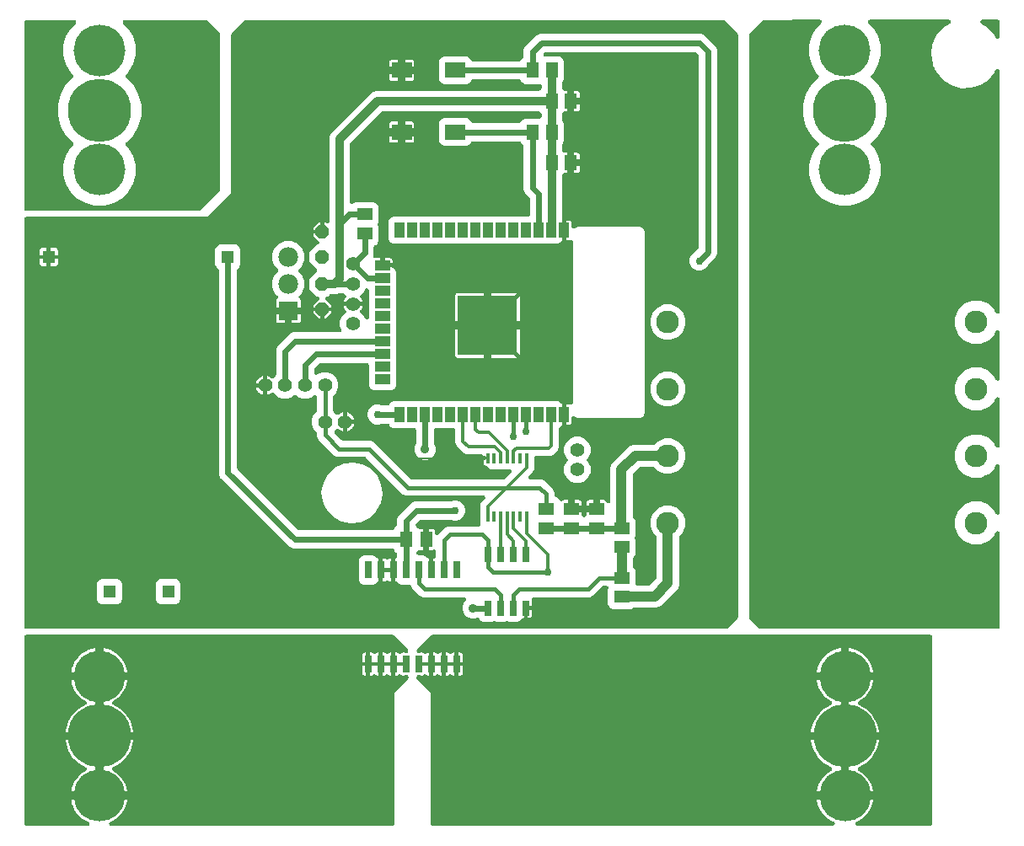
<source format=gbr>
G04 EAGLE Gerber RS-274X export*
G75*
%MOMM*%
%FSLAX34Y34*%
%LPD*%
%INTop Copper*%
%IPPOS*%
%AMOC8*
5,1,8,0,0,1.08239X$1,22.5*%
G01*
%ADD10R,0.650000X1.800000*%
%ADD11R,1.300000X1.600000*%
%ADD12C,5.200000*%
%ADD13C,6.346000*%
%ADD14R,1.980000X1.980000*%
%ADD15C,1.980000*%
%ADD16P,1.429621X8X112.500000*%
%ADD17P,1.429621X8X292.500000*%
%ADD18R,1.500000X1.300000*%
%ADD19C,2.286000*%
%ADD20R,0.650000X1.500000*%
%ADD21R,1.000000X1.500000*%
%ADD22R,1.500000X1.000000*%
%ADD23R,6.000000X6.000000*%
%ADD24R,1.300000X1.500000*%
%ADD25R,2.000000X1.600000*%
%ADD26C,1.422400*%
%ADD27R,0.304800X0.990600*%
%ADD28R,1.308000X1.308000*%
%ADD29C,0.812800*%
%ADD30C,0.304800*%
%ADD31C,0.406400*%
%ADD32C,0.609600*%
%ADD33C,0.756400*%
%ADD34C,1.016000*%
%ADD35C,0.152400*%
%ADD36C,0.906400*%

G36*
X715027Y207971D02*
X715027Y207971D01*
X715053Y207969D01*
X715227Y207991D01*
X715401Y208009D01*
X715426Y208017D01*
X715453Y208020D01*
X715618Y208076D01*
X715786Y208127D01*
X715809Y208140D01*
X715834Y208148D01*
X715986Y208235D01*
X716140Y208319D01*
X716160Y208336D01*
X716183Y208349D01*
X716436Y208564D01*
X726436Y218564D01*
X726453Y218584D01*
X726474Y218602D01*
X726581Y218740D01*
X726691Y218875D01*
X726704Y218899D01*
X726720Y218920D01*
X726798Y219077D01*
X726880Y219231D01*
X726888Y219256D01*
X726900Y219281D01*
X726945Y219450D01*
X726995Y219617D01*
X726997Y219643D01*
X727004Y219669D01*
X727031Y220000D01*
X727031Y805000D01*
X727029Y805027D01*
X727031Y805053D01*
X727009Y805227D01*
X726991Y805401D01*
X726984Y805426D01*
X726980Y805453D01*
X726924Y805619D01*
X726873Y805786D01*
X726860Y805809D01*
X726852Y805834D01*
X726765Y805986D01*
X726681Y806140D01*
X726664Y806160D01*
X726651Y806183D01*
X726436Y806436D01*
X713415Y819458D01*
X713394Y819475D01*
X713376Y819496D01*
X713238Y819603D01*
X713103Y819713D01*
X713079Y819726D01*
X713058Y819742D01*
X712901Y819820D01*
X712747Y819902D01*
X712722Y819909D01*
X712697Y819921D01*
X712528Y819967D01*
X712362Y820016D01*
X712335Y820019D01*
X712308Y820026D01*
X711978Y820053D01*
X232877Y819909D01*
X232851Y819907D01*
X232825Y819908D01*
X232650Y819886D01*
X232477Y819869D01*
X232451Y819861D01*
X232425Y819858D01*
X232259Y819802D01*
X232092Y819751D01*
X232069Y819738D01*
X232043Y819730D01*
X231891Y819642D01*
X231738Y819559D01*
X231718Y819542D01*
X231695Y819529D01*
X231442Y819314D01*
X218564Y806436D01*
X218547Y806416D01*
X218527Y806398D01*
X218419Y806260D01*
X218309Y806125D01*
X218296Y806101D01*
X218280Y806080D01*
X218202Y805923D01*
X218120Y805769D01*
X218112Y805744D01*
X218100Y805720D01*
X218055Y805550D01*
X218005Y805383D01*
X218003Y805357D01*
X217996Y805331D01*
X217969Y805000D01*
X217969Y645841D01*
X194159Y622031D01*
X12192Y622031D01*
X12174Y622029D01*
X12156Y622031D01*
X11974Y622010D01*
X11791Y621991D01*
X11774Y621986D01*
X11757Y621984D01*
X11582Y621927D01*
X11406Y621873D01*
X11391Y621865D01*
X11374Y621859D01*
X11214Y621769D01*
X11052Y621681D01*
X11039Y621670D01*
X11023Y621661D01*
X10884Y621541D01*
X10743Y621424D01*
X10732Y621410D01*
X10718Y621398D01*
X10606Y621253D01*
X10491Y621110D01*
X10483Y621094D01*
X10472Y621080D01*
X10390Y620915D01*
X10305Y620753D01*
X10300Y620736D01*
X10292Y620720D01*
X10245Y620541D01*
X10194Y620366D01*
X10192Y620348D01*
X10188Y620331D01*
X10161Y620000D01*
X10161Y210000D01*
X10163Y209982D01*
X10161Y209964D01*
X10182Y209782D01*
X10201Y209599D01*
X10206Y209582D01*
X10208Y209565D01*
X10265Y209390D01*
X10319Y209214D01*
X10327Y209199D01*
X10333Y209182D01*
X10423Y209022D01*
X10511Y208860D01*
X10522Y208847D01*
X10531Y208831D01*
X10651Y208692D01*
X10768Y208551D01*
X10782Y208540D01*
X10794Y208527D01*
X10939Y208414D01*
X11082Y208299D01*
X11098Y208291D01*
X11112Y208280D01*
X11277Y208198D01*
X11439Y208113D01*
X11456Y208108D01*
X11472Y208100D01*
X11651Y208053D01*
X11826Y208002D01*
X11844Y208000D01*
X11861Y207996D01*
X12192Y207969D01*
X715000Y207969D01*
X715027Y207971D01*
G37*
G36*
X987826Y207971D02*
X987826Y207971D01*
X987844Y207969D01*
X988026Y207990D01*
X988209Y208009D01*
X988226Y208014D01*
X988243Y208016D01*
X988418Y208073D01*
X988594Y208127D01*
X988609Y208135D01*
X988626Y208141D01*
X988786Y208231D01*
X988948Y208319D01*
X988961Y208330D01*
X988977Y208339D01*
X989116Y208459D01*
X989257Y208576D01*
X989268Y208590D01*
X989282Y208602D01*
X989394Y208747D01*
X989509Y208890D01*
X989517Y208906D01*
X989528Y208920D01*
X989610Y209085D01*
X989695Y209247D01*
X989700Y209264D01*
X989708Y209281D01*
X989755Y209459D01*
X989806Y209634D01*
X989808Y209652D01*
X989812Y209669D01*
X989839Y210000D01*
X989839Y304207D01*
X989839Y304211D01*
X989839Y304216D01*
X989819Y304410D01*
X989799Y304607D01*
X989798Y304612D01*
X989798Y304616D01*
X989739Y304804D01*
X989681Y304992D01*
X989679Y304996D01*
X989678Y305000D01*
X989582Y305175D01*
X989489Y305346D01*
X989487Y305350D01*
X989484Y305354D01*
X989358Y305504D01*
X989232Y305655D01*
X989228Y305658D01*
X989225Y305662D01*
X989069Y305787D01*
X988918Y305908D01*
X988914Y305910D01*
X988911Y305913D01*
X988730Y306005D01*
X988561Y306093D01*
X988556Y306094D01*
X988552Y306097D01*
X988362Y306151D01*
X988174Y306205D01*
X988169Y306205D01*
X988165Y306206D01*
X987973Y306221D01*
X987772Y306238D01*
X987768Y306237D01*
X987764Y306237D01*
X987570Y306214D01*
X987373Y306191D01*
X987368Y306189D01*
X987364Y306189D01*
X987179Y306127D01*
X986990Y306066D01*
X986986Y306064D01*
X986982Y306062D01*
X986813Y305966D01*
X986639Y305868D01*
X986636Y305865D01*
X986632Y305863D01*
X986485Y305735D01*
X986335Y305605D01*
X986332Y305601D01*
X986328Y305598D01*
X986208Y305441D01*
X986088Y305287D01*
X986086Y305283D01*
X986083Y305279D01*
X985931Y304984D01*
X984824Y302310D01*
X978750Y296236D01*
X971235Y293123D01*
X970815Y292949D01*
X962225Y292949D01*
X954290Y296236D01*
X948216Y302310D01*
X944929Y310245D01*
X944929Y318835D01*
X948216Y326770D01*
X954290Y332844D01*
X962225Y336131D01*
X970815Y336131D01*
X978750Y332844D01*
X984824Y326770D01*
X985931Y324096D01*
X985933Y324092D01*
X985935Y324088D01*
X986028Y323915D01*
X986122Y323741D01*
X986124Y323738D01*
X986127Y323734D01*
X986251Y323585D01*
X986378Y323431D01*
X986381Y323428D01*
X986384Y323425D01*
X986537Y323302D01*
X986691Y323177D01*
X986695Y323175D01*
X986698Y323172D01*
X986871Y323082D01*
X987047Y322990D01*
X987051Y322989D01*
X987055Y322987D01*
X987243Y322933D01*
X987434Y322877D01*
X987438Y322877D01*
X987442Y322875D01*
X987640Y322859D01*
X987835Y322842D01*
X987839Y322843D01*
X987844Y322842D01*
X988038Y322865D01*
X988235Y322887D01*
X988239Y322889D01*
X988243Y322889D01*
X988429Y322950D01*
X988618Y323011D01*
X988622Y323013D01*
X988626Y323014D01*
X988798Y323111D01*
X988970Y323207D01*
X988973Y323210D01*
X988977Y323212D01*
X989125Y323340D01*
X989275Y323469D01*
X989278Y323472D01*
X989282Y323475D01*
X989402Y323630D01*
X989524Y323786D01*
X989526Y323790D01*
X989528Y323793D01*
X989617Y323971D01*
X989704Y324146D01*
X989706Y324150D01*
X989708Y324154D01*
X989759Y324346D01*
X989811Y324534D01*
X989811Y324538D01*
X989812Y324543D01*
X989839Y324873D01*
X989839Y371517D01*
X989839Y371521D01*
X989839Y371526D01*
X989819Y371720D01*
X989799Y371917D01*
X989798Y371922D01*
X989798Y371926D01*
X989739Y372114D01*
X989681Y372302D01*
X989679Y372306D01*
X989678Y372310D01*
X989582Y372485D01*
X989489Y372656D01*
X989487Y372660D01*
X989484Y372664D01*
X989356Y372816D01*
X989232Y372965D01*
X989228Y372968D01*
X989225Y372972D01*
X989069Y373097D01*
X988918Y373218D01*
X988914Y373220D01*
X988911Y373223D01*
X988730Y373315D01*
X988561Y373403D01*
X988556Y373404D01*
X988552Y373407D01*
X988362Y373461D01*
X988174Y373515D01*
X988169Y373515D01*
X988165Y373516D01*
X987973Y373531D01*
X987772Y373548D01*
X987768Y373547D01*
X987764Y373547D01*
X987570Y373524D01*
X987373Y373501D01*
X987368Y373499D01*
X987364Y373499D01*
X987179Y373437D01*
X986990Y373376D01*
X986986Y373374D01*
X986982Y373372D01*
X986813Y373276D01*
X986639Y373178D01*
X986636Y373175D01*
X986632Y373173D01*
X986485Y373045D01*
X986335Y372915D01*
X986332Y372911D01*
X986328Y372908D01*
X986208Y372751D01*
X986088Y372597D01*
X986086Y372593D01*
X986083Y372589D01*
X985931Y372294D01*
X984824Y369620D01*
X978750Y363546D01*
X975466Y362186D01*
X970815Y360259D01*
X962225Y360259D01*
X954290Y363546D01*
X948216Y369620D01*
X944929Y377555D01*
X944929Y386145D01*
X948216Y394080D01*
X954290Y400154D01*
X956563Y401096D01*
X956564Y401096D01*
X962225Y403441D01*
X970815Y403441D01*
X978750Y400154D01*
X984824Y394080D01*
X985931Y391406D01*
X985933Y391402D01*
X985935Y391398D01*
X986028Y391225D01*
X986122Y391051D01*
X986124Y391048D01*
X986127Y391044D01*
X986251Y390895D01*
X986378Y390741D01*
X986381Y390738D01*
X986384Y390735D01*
X986537Y390612D01*
X986691Y390487D01*
X986695Y390485D01*
X986698Y390482D01*
X986871Y390392D01*
X987047Y390300D01*
X987051Y390299D01*
X987055Y390297D01*
X987243Y390243D01*
X987434Y390187D01*
X987438Y390187D01*
X987442Y390185D01*
X987640Y390169D01*
X987835Y390152D01*
X987839Y390153D01*
X987844Y390152D01*
X988038Y390175D01*
X988235Y390197D01*
X988239Y390199D01*
X988243Y390199D01*
X988429Y390260D01*
X988618Y390321D01*
X988622Y390323D01*
X988626Y390324D01*
X988798Y390421D01*
X988970Y390517D01*
X988973Y390520D01*
X988977Y390522D01*
X989124Y390650D01*
X989275Y390779D01*
X989278Y390782D01*
X989282Y390785D01*
X989401Y390939D01*
X989524Y391096D01*
X989526Y391100D01*
X989528Y391103D01*
X989617Y391281D01*
X989704Y391456D01*
X989706Y391460D01*
X989708Y391464D01*
X989759Y391656D01*
X989811Y391844D01*
X989811Y391848D01*
X989812Y391853D01*
X989839Y392183D01*
X989839Y438817D01*
X989839Y438821D01*
X989839Y438826D01*
X989819Y439019D01*
X989799Y439217D01*
X989798Y439222D01*
X989798Y439226D01*
X989740Y439412D01*
X989681Y439602D01*
X989679Y439606D01*
X989678Y439610D01*
X989584Y439782D01*
X989489Y439956D01*
X989487Y439960D01*
X989484Y439964D01*
X989357Y440115D01*
X989232Y440265D01*
X989228Y440268D01*
X989225Y440272D01*
X989072Y440394D01*
X988918Y440518D01*
X988914Y440520D01*
X988911Y440523D01*
X988736Y440612D01*
X988561Y440703D01*
X988556Y440705D01*
X988552Y440707D01*
X988365Y440760D01*
X988174Y440815D01*
X988169Y440815D01*
X988165Y440816D01*
X987972Y440831D01*
X987772Y440848D01*
X987768Y440847D01*
X987764Y440847D01*
X987570Y440824D01*
X987373Y440801D01*
X987368Y440799D01*
X987364Y440799D01*
X987179Y440737D01*
X986990Y440676D01*
X986986Y440674D01*
X986982Y440672D01*
X986810Y440574D01*
X986639Y440478D01*
X986636Y440475D01*
X986632Y440473D01*
X986481Y440341D01*
X986335Y440215D01*
X986332Y440211D01*
X986328Y440208D01*
X986208Y440052D01*
X986088Y439897D01*
X986086Y439893D01*
X986083Y439889D01*
X985931Y439594D01*
X984824Y436920D01*
X978750Y430846D01*
X970815Y427559D01*
X962225Y427559D01*
X954290Y430846D01*
X948216Y436920D01*
X944929Y444855D01*
X944929Y453445D01*
X948216Y461380D01*
X954290Y467454D01*
X962225Y470741D01*
X970815Y470741D01*
X978750Y467454D01*
X984824Y461380D01*
X985931Y458706D01*
X985933Y458702D01*
X985935Y458698D01*
X986028Y458525D01*
X986122Y458351D01*
X986124Y458348D01*
X986127Y458344D01*
X986251Y458195D01*
X986378Y458041D01*
X986381Y458038D01*
X986384Y458035D01*
X986537Y457912D01*
X986691Y457787D01*
X986695Y457785D01*
X986698Y457782D01*
X986873Y457692D01*
X987047Y457600D01*
X987051Y457599D01*
X987055Y457597D01*
X987245Y457542D01*
X987434Y457487D01*
X987438Y457487D01*
X987442Y457485D01*
X987640Y457469D01*
X987835Y457452D01*
X987839Y457453D01*
X987844Y457452D01*
X988038Y457475D01*
X988235Y457497D01*
X988239Y457499D01*
X988243Y457499D01*
X988429Y457560D01*
X988618Y457621D01*
X988622Y457623D01*
X988626Y457624D01*
X988799Y457722D01*
X988970Y457817D01*
X988973Y457820D01*
X988977Y457822D01*
X989126Y457951D01*
X989275Y458079D01*
X989278Y458082D01*
X989282Y458085D01*
X989402Y458240D01*
X989524Y458396D01*
X989526Y458400D01*
X989528Y458403D01*
X989617Y458581D01*
X989704Y458756D01*
X989706Y458760D01*
X989708Y458764D01*
X989759Y458956D01*
X989811Y459144D01*
X989811Y459148D01*
X989812Y459153D01*
X989839Y459483D01*
X989839Y506127D01*
X989839Y506131D01*
X989839Y506136D01*
X989819Y506329D01*
X989799Y506527D01*
X989798Y506532D01*
X989798Y506536D01*
X989740Y506721D01*
X989681Y506912D01*
X989679Y506916D01*
X989678Y506920D01*
X989584Y507092D01*
X989489Y507266D01*
X989487Y507270D01*
X989484Y507274D01*
X989357Y507425D01*
X989232Y507575D01*
X989228Y507578D01*
X989225Y507582D01*
X989071Y507705D01*
X988918Y507828D01*
X988914Y507830D01*
X988911Y507833D01*
X988736Y507922D01*
X988561Y508013D01*
X988556Y508015D01*
X988552Y508017D01*
X988365Y508070D01*
X988174Y508125D01*
X988169Y508125D01*
X988165Y508126D01*
X987972Y508141D01*
X987772Y508158D01*
X987768Y508157D01*
X987764Y508157D01*
X987570Y508134D01*
X987373Y508111D01*
X987368Y508109D01*
X987364Y508109D01*
X987179Y508047D01*
X986990Y507986D01*
X986986Y507984D01*
X986982Y507982D01*
X986810Y507884D01*
X986639Y507788D01*
X986636Y507785D01*
X986632Y507783D01*
X986481Y507651D01*
X986335Y507525D01*
X986332Y507521D01*
X986328Y507518D01*
X986208Y507362D01*
X986088Y507207D01*
X986086Y507203D01*
X986083Y507199D01*
X985931Y506904D01*
X984824Y504230D01*
X978750Y498156D01*
X970815Y494869D01*
X962225Y494869D01*
X954290Y498156D01*
X948216Y504230D01*
X944929Y512165D01*
X944929Y520755D01*
X948216Y528690D01*
X954290Y534764D01*
X962225Y538051D01*
X970815Y538051D01*
X978750Y534764D01*
X984824Y528690D01*
X985931Y526016D01*
X985933Y526012D01*
X985935Y526008D01*
X986028Y525835D01*
X986122Y525661D01*
X986124Y525658D01*
X986127Y525654D01*
X986251Y525505D01*
X986378Y525351D01*
X986381Y525348D01*
X986384Y525345D01*
X986537Y525222D01*
X986691Y525097D01*
X986695Y525095D01*
X986698Y525092D01*
X986873Y525002D01*
X987047Y524910D01*
X987051Y524909D01*
X987055Y524907D01*
X987245Y524852D01*
X987434Y524797D01*
X987438Y524797D01*
X987442Y524795D01*
X987640Y524779D01*
X987835Y524762D01*
X987839Y524763D01*
X987844Y524762D01*
X988038Y524785D01*
X988235Y524807D01*
X988239Y524809D01*
X988243Y524809D01*
X988429Y524870D01*
X988618Y524931D01*
X988622Y524933D01*
X988626Y524934D01*
X988799Y525032D01*
X988970Y525127D01*
X988973Y525130D01*
X988977Y525132D01*
X989126Y525261D01*
X989275Y525389D01*
X989278Y525392D01*
X989282Y525395D01*
X989402Y525550D01*
X989524Y525706D01*
X989526Y525710D01*
X989528Y525713D01*
X989617Y525891D01*
X989704Y526066D01*
X989706Y526070D01*
X989708Y526074D01*
X989759Y526266D01*
X989811Y526454D01*
X989811Y526458D01*
X989812Y526463D01*
X989839Y526793D01*
X989839Y768474D01*
X989822Y768652D01*
X989808Y768830D01*
X989802Y768852D01*
X989799Y768875D01*
X989747Y769045D01*
X989699Y769217D01*
X989688Y769238D01*
X989681Y769260D01*
X989596Y769417D01*
X989515Y769575D01*
X989501Y769593D01*
X989489Y769614D01*
X989375Y769751D01*
X989264Y769890D01*
X989246Y769905D01*
X989232Y769923D01*
X989093Y770035D01*
X988956Y770150D01*
X988936Y770161D01*
X988918Y770175D01*
X988760Y770257D01*
X988603Y770343D01*
X988581Y770350D01*
X988561Y770361D01*
X988390Y770410D01*
X988219Y770463D01*
X988196Y770466D01*
X988174Y770472D01*
X987996Y770487D01*
X987818Y770505D01*
X987795Y770503D01*
X987772Y770505D01*
X987595Y770484D01*
X987418Y770468D01*
X987395Y770461D01*
X987373Y770458D01*
X987203Y770403D01*
X987032Y770351D01*
X987012Y770341D01*
X986990Y770333D01*
X986834Y770246D01*
X986677Y770161D01*
X986659Y770147D01*
X986639Y770135D01*
X986504Y770019D01*
X986367Y769905D01*
X986352Y769887D01*
X986335Y769872D01*
X986225Y769732D01*
X986113Y769593D01*
X986100Y769570D01*
X986088Y769554D01*
X986052Y769482D01*
X985953Y769302D01*
X985067Y767317D01*
X978673Y759806D01*
X970421Y754401D01*
X960981Y751540D01*
X951116Y751454D01*
X941628Y754151D01*
X933283Y759411D01*
X926758Y766810D01*
X926039Y768349D01*
X924829Y770940D01*
X924671Y771278D01*
X924671Y771279D01*
X923302Y774208D01*
X922583Y775747D01*
X921094Y785499D01*
X922413Y795274D01*
X926433Y804283D01*
X932827Y811794D01*
X939845Y816390D01*
X939858Y816401D01*
X939872Y816409D01*
X940013Y816526D01*
X940158Y816643D01*
X940169Y816656D01*
X940181Y816666D01*
X940297Y816810D01*
X940415Y816953D01*
X940423Y816967D01*
X940433Y816980D01*
X940519Y817144D01*
X940606Y817307D01*
X940611Y817323D01*
X940619Y817338D01*
X940670Y817515D01*
X940724Y817693D01*
X940726Y817709D01*
X940730Y817725D01*
X940745Y817909D01*
X940763Y818093D01*
X940761Y818109D01*
X940763Y818126D01*
X940741Y818310D01*
X940722Y818494D01*
X940718Y818509D01*
X940716Y818526D01*
X940658Y818702D01*
X940604Y818879D01*
X940596Y818893D01*
X940591Y818908D01*
X940500Y819070D01*
X940411Y819232D01*
X940401Y819245D01*
X940393Y819259D01*
X940271Y819399D01*
X940153Y819541D01*
X940140Y819551D01*
X940130Y819564D01*
X939983Y819677D01*
X939839Y819793D01*
X939824Y819800D01*
X939811Y819810D01*
X939645Y819893D01*
X939481Y819978D01*
X939466Y819982D01*
X939451Y819989D01*
X939272Y820038D01*
X939094Y820088D01*
X939078Y820090D01*
X939062Y820094D01*
X938731Y820121D01*
X859645Y820097D01*
X859637Y820096D01*
X859628Y820097D01*
X859435Y820076D01*
X859244Y820057D01*
X859236Y820055D01*
X859228Y820054D01*
X859044Y819996D01*
X858860Y819939D01*
X858852Y819935D01*
X858844Y819932D01*
X858674Y819838D01*
X858506Y819747D01*
X858499Y819742D01*
X858491Y819737D01*
X858344Y819612D01*
X858196Y819489D01*
X858191Y819482D01*
X858184Y819477D01*
X858065Y819326D01*
X857944Y819175D01*
X857940Y819168D01*
X857935Y819161D01*
X857848Y818989D01*
X857759Y818818D01*
X857756Y818810D01*
X857752Y818802D01*
X857701Y818616D01*
X857648Y818431D01*
X857647Y818423D01*
X857644Y818414D01*
X857630Y818221D01*
X857615Y818030D01*
X857616Y818021D01*
X857615Y818013D01*
X857639Y817821D01*
X857662Y817630D01*
X857664Y817622D01*
X857666Y817613D01*
X857727Y817430D01*
X857787Y817247D01*
X857791Y817240D01*
X857794Y817231D01*
X857890Y817065D01*
X857985Y816897D01*
X857990Y816890D01*
X857995Y816883D01*
X858209Y816630D01*
X863336Y811503D01*
X868096Y803257D01*
X870561Y794061D01*
X870561Y784539D01*
X868096Y775343D01*
X863336Y767097D01*
X861052Y764813D01*
X861041Y764799D01*
X861027Y764788D01*
X860913Y764644D01*
X860797Y764502D01*
X860789Y764486D01*
X860778Y764472D01*
X860694Y764308D01*
X860608Y764146D01*
X860603Y764129D01*
X860595Y764113D01*
X860546Y763936D01*
X860494Y763760D01*
X860492Y763742D01*
X860487Y763725D01*
X860474Y763542D01*
X860457Y763359D01*
X860459Y763341D01*
X860458Y763323D01*
X860481Y763141D01*
X860501Y762959D01*
X860506Y762942D01*
X860508Y762924D01*
X860566Y762750D01*
X860622Y762575D01*
X860631Y762559D01*
X860636Y762542D01*
X860728Y762383D01*
X860817Y762223D01*
X860828Y762209D01*
X860837Y762193D01*
X861052Y761940D01*
X867921Y755072D01*
X873436Y745519D01*
X876291Y734865D01*
X876291Y723835D01*
X873436Y713181D01*
X867921Y703628D01*
X861052Y696760D01*
X861041Y696746D01*
X861027Y696734D01*
X860914Y696591D01*
X860797Y696448D01*
X860789Y696432D01*
X860778Y696418D01*
X860694Y696254D01*
X860608Y696092D01*
X860603Y696075D01*
X860595Y696059D01*
X860546Y695882D01*
X860494Y695706D01*
X860492Y695689D01*
X860487Y695671D01*
X860474Y695488D01*
X860457Y695305D01*
X860459Y695288D01*
X860458Y695270D01*
X860481Y695088D01*
X860501Y694905D01*
X860506Y694888D01*
X860508Y694870D01*
X860567Y694697D01*
X860622Y694521D01*
X860631Y694506D01*
X860636Y694489D01*
X860728Y694330D01*
X860817Y694169D01*
X860828Y694155D01*
X860837Y694140D01*
X861052Y693887D01*
X863336Y691603D01*
X868096Y683357D01*
X870561Y674161D01*
X870561Y664639D01*
X868096Y655443D01*
X863336Y647197D01*
X856603Y640464D01*
X848357Y635704D01*
X839161Y633239D01*
X829639Y633239D01*
X820443Y635704D01*
X812197Y640464D01*
X805464Y647197D01*
X800704Y655443D01*
X798239Y664639D01*
X798239Y674161D01*
X800704Y683357D01*
X805464Y691603D01*
X807748Y693887D01*
X807759Y693901D01*
X807773Y693912D01*
X807887Y694056D01*
X808003Y694198D01*
X808011Y694214D01*
X808022Y694228D01*
X808106Y694392D01*
X808192Y694554D01*
X808197Y694571D01*
X808205Y694587D01*
X808254Y694764D01*
X808306Y694940D01*
X808308Y694958D01*
X808313Y694975D01*
X808326Y695158D01*
X808343Y695341D01*
X808341Y695359D01*
X808342Y695377D01*
X808319Y695559D01*
X808299Y695741D01*
X808294Y695758D01*
X808292Y695776D01*
X808234Y695950D01*
X808178Y696125D01*
X808169Y696141D01*
X808164Y696158D01*
X808072Y696317D01*
X807983Y696477D01*
X807972Y696491D01*
X807963Y696507D01*
X807748Y696760D01*
X800879Y703628D01*
X795364Y713181D01*
X792509Y723835D01*
X792509Y734865D01*
X795364Y745519D01*
X800879Y755072D01*
X807748Y761940D01*
X807759Y761954D01*
X807773Y761966D01*
X807886Y762109D01*
X808003Y762252D01*
X808011Y762268D01*
X808022Y762282D01*
X808106Y762446D01*
X808192Y762608D01*
X808197Y762625D01*
X808205Y762641D01*
X808254Y762818D01*
X808306Y762994D01*
X808308Y763011D01*
X808313Y763029D01*
X808326Y763212D01*
X808343Y763395D01*
X808341Y763412D01*
X808342Y763430D01*
X808319Y763612D01*
X808299Y763795D01*
X808294Y763812D01*
X808292Y763830D01*
X808233Y764003D01*
X808178Y764179D01*
X808169Y764194D01*
X808164Y764211D01*
X808072Y764370D01*
X807983Y764531D01*
X807972Y764545D01*
X807963Y764560D01*
X807748Y764813D01*
X805464Y767097D01*
X800704Y775343D01*
X798239Y784539D01*
X798239Y794061D01*
X800704Y803257D01*
X805464Y811503D01*
X810575Y816614D01*
X810581Y816622D01*
X810588Y816628D01*
X810709Y816777D01*
X810831Y816926D01*
X810835Y816934D01*
X810841Y816941D01*
X810930Y817113D01*
X811019Y817282D01*
X811022Y817290D01*
X811026Y817299D01*
X811079Y817484D01*
X811134Y817668D01*
X811135Y817677D01*
X811137Y817686D01*
X811153Y817876D01*
X811170Y818069D01*
X811169Y818078D01*
X811170Y818087D01*
X811148Y818277D01*
X811127Y818469D01*
X811124Y818478D01*
X811123Y818487D01*
X811064Y818669D01*
X811005Y818853D01*
X811001Y818861D01*
X810998Y818870D01*
X810903Y819038D01*
X810811Y819205D01*
X810805Y819212D01*
X810800Y819220D01*
X810674Y819367D01*
X810550Y819512D01*
X810543Y819518D01*
X810537Y819525D01*
X810385Y819643D01*
X810234Y819762D01*
X810226Y819766D01*
X810219Y819771D01*
X810046Y819857D01*
X809875Y819944D01*
X809866Y819946D01*
X809858Y819951D01*
X809672Y820000D01*
X809487Y820052D01*
X809478Y820053D01*
X809469Y820055D01*
X809139Y820082D01*
X753033Y820065D01*
X753007Y820063D01*
X752981Y820064D01*
X752806Y820042D01*
X752633Y820025D01*
X752608Y820017D01*
X752581Y820014D01*
X752415Y819958D01*
X752248Y819907D01*
X752225Y819894D01*
X752199Y819886D01*
X752047Y819798D01*
X751894Y819715D01*
X751874Y819698D01*
X751851Y819685D01*
X751598Y819470D01*
X738564Y806436D01*
X738547Y806416D01*
X738527Y806398D01*
X738419Y806260D01*
X738309Y806125D01*
X738296Y806101D01*
X738280Y806080D01*
X738202Y805923D01*
X738120Y805769D01*
X738112Y805744D01*
X738100Y805720D01*
X738055Y805550D01*
X738005Y805383D01*
X738003Y805357D01*
X737996Y805331D01*
X737969Y805000D01*
X737969Y220000D01*
X737971Y219973D01*
X737969Y219947D01*
X737991Y219773D01*
X738009Y219599D01*
X738017Y219574D01*
X738020Y219547D01*
X738076Y219382D01*
X738127Y219214D01*
X738140Y219191D01*
X738148Y219166D01*
X738235Y219014D01*
X738319Y218860D01*
X738336Y218840D01*
X738349Y218817D01*
X738564Y218564D01*
X748564Y208564D01*
X748584Y208547D01*
X748602Y208527D01*
X748740Y208419D01*
X748875Y208309D01*
X748899Y208296D01*
X748920Y208280D01*
X749077Y208202D01*
X749231Y208120D01*
X749256Y208112D01*
X749281Y208100D01*
X749450Y208055D01*
X749617Y208005D01*
X749643Y208003D01*
X749669Y207996D01*
X750000Y207969D01*
X987808Y207969D01*
X987826Y207971D01*
G37*
G36*
X822309Y10407D02*
X822309Y10407D01*
X822457Y10422D01*
X822606Y10429D01*
X822657Y10442D01*
X822710Y10447D01*
X822852Y10491D01*
X822996Y10527D01*
X823044Y10550D01*
X823095Y10566D01*
X823226Y10637D01*
X823360Y10701D01*
X823402Y10732D01*
X823449Y10758D01*
X823563Y10853D01*
X823682Y10942D01*
X823717Y10981D01*
X823758Y11015D01*
X823851Y11131D01*
X823950Y11242D01*
X823977Y11288D01*
X824010Y11329D01*
X824079Y11461D01*
X824154Y11590D01*
X824171Y11640D01*
X824196Y11687D01*
X824237Y11830D01*
X824285Y11970D01*
X824292Y12023D01*
X824307Y12074D01*
X824319Y12222D01*
X824339Y12369D01*
X824335Y12422D01*
X824340Y12475D01*
X824322Y12623D01*
X824313Y12771D01*
X824299Y12822D01*
X824293Y12875D01*
X824246Y13016D01*
X824208Y13160D01*
X824184Y13207D01*
X824168Y13257D01*
X824095Y13387D01*
X824028Y13520D01*
X823996Y13562D01*
X823970Y13608D01*
X823872Y13721D01*
X823781Y13838D01*
X823741Y13872D01*
X823706Y13913D01*
X823589Y14004D01*
X823476Y14101D01*
X823425Y14131D01*
X823388Y14159D01*
X823312Y14197D01*
X823190Y14269D01*
X820673Y15481D01*
X817958Y17187D01*
X815452Y19185D01*
X813185Y21452D01*
X811187Y23958D01*
X809481Y26673D01*
X808090Y29561D01*
X807031Y32587D01*
X806318Y35712D01*
X806236Y36437D01*
X832468Y36437D01*
X832486Y36439D01*
X832503Y36437D01*
X832686Y36458D01*
X832868Y36477D01*
X832886Y36482D01*
X832903Y36484D01*
X833078Y36541D01*
X833253Y36595D01*
X833269Y36603D01*
X833286Y36609D01*
X833446Y36699D01*
X833607Y36787D01*
X833621Y36798D01*
X833637Y36807D01*
X833776Y36927D01*
X833917Y37044D01*
X833928Y37058D01*
X833941Y37070D01*
X834054Y37215D01*
X834169Y37358D01*
X834177Y37374D01*
X834188Y37388D01*
X834270Y37553D01*
X834355Y37715D01*
X834359Y37732D01*
X834367Y37749D01*
X834415Y37927D01*
X834466Y38102D01*
X834467Y38120D01*
X834472Y38137D01*
X834499Y38468D01*
X834499Y40501D01*
X834501Y40501D01*
X834501Y38468D01*
X834503Y38450D01*
X834501Y38432D01*
X834523Y38250D01*
X834541Y38067D01*
X834546Y38050D01*
X834548Y38033D01*
X834605Y37858D01*
X834659Y37682D01*
X834667Y37667D01*
X834673Y37650D01*
X834763Y37490D01*
X834851Y37328D01*
X834862Y37315D01*
X834871Y37299D01*
X834991Y37160D01*
X835108Y37019D01*
X835122Y37008D01*
X835134Y36995D01*
X835279Y36882D01*
X835422Y36767D01*
X835438Y36759D01*
X835452Y36748D01*
X835617Y36666D01*
X835780Y36581D01*
X835797Y36576D01*
X835813Y36568D01*
X835991Y36521D01*
X836166Y36470D01*
X836184Y36468D01*
X836201Y36464D01*
X836532Y36437D01*
X862764Y36437D01*
X862682Y35712D01*
X861969Y32587D01*
X860910Y29561D01*
X859519Y26673D01*
X857813Y23958D01*
X855815Y21452D01*
X853548Y19185D01*
X851042Y17187D01*
X848327Y15481D01*
X845825Y14276D01*
X845698Y14198D01*
X845566Y14127D01*
X845526Y14094D01*
X845481Y14066D01*
X845372Y13965D01*
X845257Y13869D01*
X845224Y13828D01*
X845186Y13793D01*
X845098Y13672D01*
X845005Y13555D01*
X844981Y13509D01*
X844950Y13467D01*
X844888Y13331D01*
X844820Y13198D01*
X844805Y13148D01*
X844783Y13100D01*
X844750Y12955D01*
X844708Y12811D01*
X844704Y12759D01*
X844692Y12708D01*
X844688Y12559D01*
X844675Y12410D01*
X844682Y12358D01*
X844680Y12306D01*
X844705Y12159D01*
X844723Y12010D01*
X844739Y11960D01*
X844748Y11909D01*
X844801Y11769D01*
X844847Y11627D01*
X844873Y11582D01*
X844892Y11533D01*
X844972Y11407D01*
X845045Y11277D01*
X845080Y11237D01*
X845108Y11193D01*
X845211Y11085D01*
X845309Y10972D01*
X845350Y10940D01*
X845386Y10902D01*
X845509Y10817D01*
X845627Y10725D01*
X845674Y10702D01*
X845717Y10672D01*
X845854Y10613D01*
X845987Y10546D01*
X846038Y10533D01*
X846086Y10512D01*
X846232Y10480D01*
X846376Y10442D01*
X846436Y10437D01*
X846480Y10427D01*
X846565Y10426D01*
X846707Y10415D01*
X920001Y10437D01*
X920018Y10438D01*
X920036Y10437D01*
X920218Y10458D01*
X920401Y10477D01*
X920418Y10482D01*
X920435Y10484D01*
X920611Y10541D01*
X920786Y10595D01*
X920801Y10603D01*
X920818Y10609D01*
X920979Y10700D01*
X921140Y10787D01*
X921153Y10798D01*
X921169Y10807D01*
X921308Y10927D01*
X921449Y11045D01*
X921460Y11058D01*
X921474Y11070D01*
X921586Y11215D01*
X921702Y11359D01*
X921710Y11374D01*
X921720Y11388D01*
X921802Y11552D01*
X921887Y11716D01*
X921892Y11733D01*
X921900Y11748D01*
X921948Y11927D01*
X921998Y12103D01*
X922000Y12120D01*
X922004Y12137D01*
X922031Y12468D01*
X922031Y200000D01*
X922029Y200018D01*
X922031Y200036D01*
X922010Y200218D01*
X921991Y200401D01*
X921986Y200418D01*
X921984Y200435D01*
X921927Y200610D01*
X921873Y200786D01*
X921865Y200801D01*
X921859Y200818D01*
X921769Y200978D01*
X921681Y201140D01*
X921670Y201153D01*
X921661Y201169D01*
X921541Y201308D01*
X921424Y201449D01*
X921410Y201460D01*
X921398Y201474D01*
X921253Y201586D01*
X921110Y201701D01*
X921094Y201709D01*
X921080Y201720D01*
X920915Y201802D01*
X920753Y201887D01*
X920736Y201892D01*
X920720Y201900D01*
X920541Y201947D01*
X920366Y201998D01*
X920348Y202000D01*
X920331Y202004D01*
X920000Y202031D01*
X420000Y202031D01*
X419973Y202029D01*
X419947Y202031D01*
X419773Y202009D01*
X419599Y201991D01*
X419574Y201984D01*
X419547Y201980D01*
X419382Y201925D01*
X419214Y201873D01*
X419191Y201860D01*
X419166Y201852D01*
X419014Y201765D01*
X418860Y201681D01*
X418840Y201664D01*
X418817Y201651D01*
X418564Y201436D01*
X404886Y187758D01*
X404880Y187751D01*
X404873Y187746D01*
X404753Y187596D01*
X404631Y187447D01*
X404626Y187439D01*
X404621Y187432D01*
X404532Y187260D01*
X404442Y187091D01*
X404439Y187083D01*
X404435Y187075D01*
X404382Y186889D01*
X404327Y186705D01*
X404326Y186696D01*
X404324Y186688D01*
X404308Y186496D01*
X404291Y186304D01*
X404292Y186295D01*
X404291Y186286D01*
X404313Y186097D01*
X404319Y186048D01*
X404319Y185485D01*
X404319Y185480D01*
X404319Y185475D01*
X404339Y185280D01*
X404358Y185085D01*
X404360Y185080D01*
X404361Y185075D01*
X404454Y184756D01*
X404454Y184755D01*
X404468Y184729D01*
X404477Y184700D01*
X404477Y184699D01*
X404558Y184549D01*
X404635Y184396D01*
X404654Y184372D01*
X404669Y184345D01*
X404778Y184214D01*
X404884Y184079D01*
X404907Y184059D01*
X404926Y184036D01*
X405060Y183929D01*
X405190Y183817D01*
X405216Y183803D01*
X405240Y183783D01*
X405392Y183705D01*
X405541Y183621D01*
X405570Y183612D01*
X405598Y183598D01*
X405762Y183551D01*
X405925Y183498D01*
X405955Y183495D01*
X405984Y183487D01*
X406155Y183473D01*
X406325Y183454D01*
X406355Y183456D01*
X406386Y183454D01*
X406556Y183474D01*
X406726Y183488D01*
X406755Y183497D01*
X406786Y183501D01*
X406948Y183554D01*
X407112Y183602D01*
X407139Y183616D01*
X407168Y183625D01*
X407318Y183710D01*
X407469Y183789D01*
X407492Y183808D01*
X407519Y183823D01*
X407649Y183935D01*
X407781Y184043D01*
X407801Y184067D01*
X407824Y184086D01*
X407928Y184221D01*
X407986Y184291D01*
X409935Y184291D01*
X410581Y184118D01*
X411160Y183783D01*
X411264Y183680D01*
X411277Y183668D01*
X411289Y183655D01*
X411434Y183540D01*
X411575Y183424D01*
X411591Y183416D01*
X411605Y183405D01*
X411769Y183322D01*
X411931Y183236D01*
X411948Y183231D01*
X411964Y183223D01*
X412141Y183173D01*
X412317Y183121D01*
X412334Y183119D01*
X412352Y183115D01*
X412535Y183101D01*
X412718Y183085D01*
X412735Y183087D01*
X412753Y183085D01*
X412936Y183108D01*
X413118Y183128D01*
X413135Y183133D01*
X413153Y183136D01*
X413327Y183194D01*
X413502Y183249D01*
X413517Y183258D01*
X413534Y183264D01*
X413694Y183356D01*
X413854Y183444D01*
X413868Y183456D01*
X413883Y183465D01*
X414136Y183679D01*
X414240Y183783D01*
X414819Y184118D01*
X415465Y184291D01*
X417019Y184291D01*
X417019Y174781D01*
X407060Y174781D01*
X407042Y174780D01*
X407024Y174781D01*
X406842Y174760D01*
X406659Y174741D01*
X406642Y174736D01*
X406625Y174734D01*
X406450Y174677D01*
X406274Y174623D01*
X406259Y174615D01*
X406242Y174609D01*
X406082Y174519D01*
X405920Y174432D01*
X405907Y174420D01*
X405891Y174411D01*
X405752Y174291D01*
X405611Y174174D01*
X405600Y174160D01*
X405586Y174148D01*
X405474Y174003D01*
X405359Y173860D01*
X405351Y173844D01*
X405340Y173830D01*
X405258Y173665D01*
X405173Y173503D01*
X405168Y173486D01*
X405160Y173470D01*
X405113Y173292D01*
X405062Y173116D01*
X405060Y173098D01*
X405056Y173081D01*
X405029Y172750D01*
X405030Y172732D01*
X405029Y172715D01*
X405029Y172714D01*
X405050Y172532D01*
X405069Y172349D01*
X405074Y172332D01*
X405076Y172314D01*
X405133Y172140D01*
X405187Y171964D01*
X405195Y171949D01*
X405201Y171932D01*
X405291Y171771D01*
X405379Y171610D01*
X405390Y171597D01*
X405399Y171581D01*
X405519Y171442D01*
X405636Y171301D01*
X405650Y171290D01*
X405662Y171276D01*
X405807Y171164D01*
X405950Y171049D01*
X405966Y171040D01*
X405980Y171030D01*
X406145Y170948D01*
X406307Y170863D01*
X406324Y170858D01*
X406340Y170850D01*
X406519Y170802D01*
X406694Y170752D01*
X406712Y170750D01*
X406729Y170746D01*
X407060Y170719D01*
X417019Y170719D01*
X417019Y161209D01*
X415465Y161209D01*
X414819Y161382D01*
X414240Y161717D01*
X414136Y161821D01*
X414122Y161832D01*
X414111Y161846D01*
X413967Y161960D01*
X413825Y162076D01*
X413809Y162084D01*
X413795Y162095D01*
X413631Y162179D01*
X413469Y162264D01*
X413452Y162269D01*
X413436Y162277D01*
X413259Y162327D01*
X413083Y162379D01*
X413065Y162381D01*
X413048Y162385D01*
X412865Y162399D01*
X412682Y162415D01*
X412664Y162413D01*
X412647Y162415D01*
X412465Y162392D01*
X412282Y162372D01*
X412265Y162367D01*
X412247Y162364D01*
X412073Y162306D01*
X411898Y162251D01*
X411882Y162242D01*
X411865Y162236D01*
X411706Y162144D01*
X411546Y162056D01*
X411532Y162044D01*
X411517Y162035D01*
X411264Y161820D01*
X411160Y161717D01*
X410581Y161382D01*
X409935Y161209D01*
X407993Y161209D01*
X407883Y161333D01*
X407774Y161464D01*
X407750Y161483D01*
X407730Y161506D01*
X407593Y161610D01*
X407460Y161717D01*
X407433Y161731D01*
X407409Y161749D01*
X407254Y161823D01*
X407103Y161902D01*
X407074Y161910D01*
X407046Y161924D01*
X406880Y161966D01*
X406716Y162013D01*
X406685Y162016D01*
X406656Y162023D01*
X406485Y162032D01*
X406315Y162046D01*
X406284Y162043D01*
X406254Y162044D01*
X406085Y162019D01*
X405915Y161999D01*
X405886Y161990D01*
X405856Y161986D01*
X405695Y161928D01*
X405532Y161875D01*
X405505Y161860D01*
X405477Y161849D01*
X405331Y161761D01*
X405181Y161677D01*
X405158Y161657D01*
X405132Y161641D01*
X405006Y161525D01*
X404877Y161414D01*
X404858Y161389D01*
X404835Y161369D01*
X404735Y161231D01*
X404630Y161095D01*
X404616Y161068D01*
X404598Y161043D01*
X404454Y160745D01*
X404454Y160744D01*
X404453Y160739D01*
X404451Y160735D01*
X404450Y160734D01*
X404399Y160542D01*
X404347Y160356D01*
X404347Y160350D01*
X404346Y160345D01*
X404345Y160342D01*
X404302Y160288D01*
X404292Y160268D01*
X404278Y160250D01*
X404127Y159955D01*
X404073Y159827D01*
X404067Y159806D01*
X404057Y159786D01*
X404009Y159613D01*
X403957Y159442D01*
X403955Y159419D01*
X403949Y159398D01*
X403936Y159219D01*
X403919Y159041D01*
X403921Y159019D01*
X403920Y158996D01*
X403942Y158818D01*
X403961Y158640D01*
X403967Y158619D01*
X403970Y158597D01*
X404027Y158426D01*
X404081Y158256D01*
X404091Y158236D01*
X404098Y158215D01*
X404188Y158059D01*
X404274Y157903D01*
X404288Y157886D01*
X404299Y157866D01*
X404514Y157613D01*
X417969Y144159D01*
X417969Y12318D01*
X417971Y12300D01*
X417969Y12282D01*
X417991Y12099D01*
X418009Y11917D01*
X418014Y11900D01*
X418016Y11882D01*
X418073Y11707D01*
X418127Y11532D01*
X418135Y11516D01*
X418141Y11499D01*
X418231Y11339D01*
X418319Y11178D01*
X418330Y11165D01*
X418339Y11149D01*
X418460Y11009D01*
X418576Y10869D01*
X418590Y10858D01*
X418602Y10844D01*
X418748Y10731D01*
X418890Y10617D01*
X418906Y10608D01*
X418920Y10597D01*
X419086Y10515D01*
X419247Y10431D01*
X419265Y10426D01*
X419281Y10418D01*
X419459Y10370D01*
X419634Y10320D01*
X419652Y10318D01*
X419670Y10314D01*
X420001Y10287D01*
X822309Y10407D01*
G37*
%LPC*%
G36*
X471487Y215403D02*
X471487Y215403D01*
X469246Y216331D01*
X467529Y218049D01*
X467443Y218203D01*
X467357Y218364D01*
X467346Y218377D01*
X467337Y218393D01*
X467217Y218533D01*
X467101Y218674D01*
X467087Y218685D01*
X467075Y218699D01*
X466930Y218812D01*
X466788Y218928D01*
X466772Y218936D01*
X466758Y218947D01*
X466593Y219030D01*
X466431Y219115D01*
X466414Y219120D01*
X466398Y219128D01*
X466221Y219176D01*
X466045Y219228D01*
X466027Y219229D01*
X466010Y219234D01*
X465825Y219247D01*
X465644Y219263D01*
X465626Y219261D01*
X465608Y219262D01*
X465425Y219238D01*
X465244Y219217D01*
X465227Y219212D01*
X465209Y219210D01*
X464893Y219108D01*
X463114Y218371D01*
X458886Y218371D01*
X454979Y219989D01*
X451989Y222979D01*
X450371Y226886D01*
X450371Y231114D01*
X451989Y235021D01*
X453372Y236404D01*
X453378Y236411D01*
X453385Y236416D01*
X453505Y236566D01*
X453628Y236715D01*
X453632Y236723D01*
X453637Y236730D01*
X453726Y236900D01*
X453816Y237071D01*
X453819Y237080D01*
X453823Y237087D01*
X453876Y237272D01*
X453931Y237457D01*
X453932Y237466D01*
X453934Y237474D01*
X453950Y237665D01*
X453967Y237858D01*
X453966Y237867D01*
X453967Y237876D01*
X453945Y238065D01*
X453924Y238258D01*
X453921Y238267D01*
X453920Y238275D01*
X453861Y238457D01*
X453802Y238642D01*
X453798Y238650D01*
X453795Y238658D01*
X453701Y238825D01*
X453608Y238994D01*
X453602Y239001D01*
X453597Y239009D01*
X453472Y239154D01*
X453347Y239301D01*
X453340Y239307D01*
X453334Y239314D01*
X453184Y239430D01*
X453031Y239551D01*
X453023Y239555D01*
X453016Y239560D01*
X452845Y239646D01*
X452672Y239733D01*
X452664Y239736D01*
X452656Y239740D01*
X452470Y239790D01*
X452284Y239841D01*
X452275Y239842D01*
X452267Y239844D01*
X451936Y239871D01*
X410583Y239871D01*
X407595Y241109D01*
X405023Y243681D01*
X399459Y249245D01*
X398774Y250899D01*
X398763Y250919D01*
X398756Y250940D01*
X398668Y251096D01*
X398584Y251254D01*
X398569Y251271D01*
X398558Y251291D01*
X398441Y251427D01*
X398327Y251565D01*
X398310Y251579D01*
X398295Y251596D01*
X398154Y251705D01*
X398015Y251818D01*
X397995Y251829D01*
X397977Y251842D01*
X397817Y251922D01*
X397658Y252005D01*
X397637Y252012D01*
X397617Y252022D01*
X397443Y252068D01*
X397272Y252118D01*
X397249Y252120D01*
X397228Y252126D01*
X396897Y252153D01*
X389187Y252153D01*
X386946Y253081D01*
X385016Y255012D01*
X384926Y255120D01*
X384909Y255135D01*
X384894Y255152D01*
X384753Y255261D01*
X384614Y255374D01*
X384594Y255385D01*
X384576Y255398D01*
X384416Y255478D01*
X384257Y255561D01*
X384236Y255568D01*
X384216Y255578D01*
X384043Y255624D01*
X383871Y255674D01*
X383849Y255676D01*
X383827Y255682D01*
X383496Y255709D01*
X382981Y255709D01*
X382981Y267250D01*
X382981Y278861D01*
X383084Y278895D01*
X383260Y278949D01*
X383275Y278957D01*
X383292Y278963D01*
X383452Y279053D01*
X383614Y279140D01*
X383627Y279152D01*
X383643Y279161D01*
X383782Y279281D01*
X383923Y279398D01*
X383934Y279412D01*
X383948Y279424D01*
X384060Y279569D01*
X384175Y279712D01*
X384183Y279728D01*
X384194Y279742D01*
X384276Y279907D01*
X384361Y280069D01*
X384366Y280086D01*
X384374Y280102D01*
X384421Y280281D01*
X384472Y280456D01*
X384474Y280474D01*
X384478Y280491D01*
X384505Y280822D01*
X384505Y283231D01*
X384503Y283258D01*
X384505Y283285D01*
X384483Y283459D01*
X384465Y283632D01*
X384458Y283657D01*
X384454Y283684D01*
X384398Y283850D01*
X384347Y284017D01*
X384334Y284040D01*
X384326Y284066D01*
X384239Y284217D01*
X384155Y284371D01*
X384138Y284391D01*
X384125Y284415D01*
X383910Y284668D01*
X382031Y286546D01*
X381595Y287601D01*
X381584Y287621D01*
X381577Y287642D01*
X381489Y287798D01*
X381404Y287956D01*
X381390Y287973D01*
X381379Y287993D01*
X381262Y288129D01*
X381148Y288267D01*
X381131Y288281D01*
X381116Y288298D01*
X380975Y288407D01*
X380835Y288520D01*
X380815Y288531D01*
X380798Y288544D01*
X380638Y288624D01*
X380479Y288707D01*
X380457Y288714D01*
X380437Y288724D01*
X380264Y288770D01*
X380092Y288820D01*
X380070Y288822D01*
X380049Y288828D01*
X379718Y288855D01*
X280181Y288855D01*
X276820Y290247D01*
X206847Y360220D01*
X205455Y363581D01*
X205455Y568401D01*
X205453Y568428D01*
X205455Y568455D01*
X205433Y568628D01*
X205415Y568802D01*
X205408Y568827D01*
X205404Y568854D01*
X205349Y569020D01*
X205297Y569187D01*
X205284Y569210D01*
X205276Y569236D01*
X205189Y569387D01*
X205105Y569541D01*
X205088Y569561D01*
X205075Y569585D01*
X204860Y569838D01*
X202891Y571806D01*
X201963Y574047D01*
X201963Y589553D01*
X202891Y591794D01*
X204606Y593509D01*
X206847Y594437D01*
X222353Y594437D01*
X224594Y593509D01*
X226309Y591794D01*
X227237Y589553D01*
X227237Y574047D01*
X226309Y571806D01*
X224340Y569838D01*
X224323Y569817D01*
X224302Y569799D01*
X224195Y569661D01*
X224085Y569526D01*
X224072Y569502D01*
X224056Y569481D01*
X223978Y569324D01*
X223896Y569170D01*
X223888Y569145D01*
X223876Y569121D01*
X223831Y568951D01*
X223781Y568784D01*
X223779Y568758D01*
X223772Y568732D01*
X223745Y568401D01*
X223745Y370029D01*
X223747Y370003D01*
X223745Y369976D01*
X223767Y369802D01*
X223785Y369629D01*
X223792Y369603D01*
X223796Y369577D01*
X223851Y369411D01*
X223903Y369244D01*
X223916Y369220D01*
X223924Y369195D01*
X224011Y369043D01*
X224095Y368890D01*
X224112Y368869D01*
X224125Y368846D01*
X224340Y368593D01*
X285193Y307740D01*
X285214Y307723D01*
X285231Y307702D01*
X285369Y307595D01*
X285504Y307485D01*
X285528Y307472D01*
X285549Y307456D01*
X285706Y307378D01*
X285860Y307296D01*
X285886Y307288D01*
X285910Y307276D01*
X286079Y307231D01*
X286246Y307181D01*
X286273Y307179D01*
X286299Y307172D01*
X286629Y307145D01*
X379718Y307145D01*
X379740Y307147D01*
X379762Y307145D01*
X379940Y307167D01*
X380119Y307185D01*
X380140Y307191D01*
X380162Y307194D01*
X380332Y307250D01*
X380503Y307303D01*
X380523Y307313D01*
X380544Y307320D01*
X380700Y307409D01*
X380857Y307495D01*
X380875Y307509D01*
X380894Y307520D01*
X381029Y307638D01*
X381167Y307752D01*
X381181Y307770D01*
X381198Y307784D01*
X381307Y307927D01*
X381419Y308066D01*
X381429Y308086D01*
X381443Y308104D01*
X381595Y308399D01*
X382031Y309454D01*
X383960Y311382D01*
X383977Y311403D01*
X383998Y311421D01*
X384105Y311559D01*
X384215Y311694D01*
X384228Y311718D01*
X384244Y311739D01*
X384322Y311895D01*
X384404Y312050D01*
X384412Y312075D01*
X384424Y312099D01*
X384469Y312268D01*
X384519Y312435D01*
X384521Y312462D01*
X384528Y312488D01*
X384555Y312819D01*
X384555Y318519D01*
X385947Y321880D01*
X398820Y334753D01*
X402062Y336096D01*
X402181Y336145D01*
X438859Y336145D01*
X438890Y336148D01*
X438921Y336146D01*
X439091Y336168D01*
X439260Y336185D01*
X439289Y336194D01*
X439320Y336198D01*
X439636Y336299D01*
X441035Y336879D01*
X444965Y336879D01*
X448596Y335375D01*
X451375Y332596D01*
X452879Y328965D01*
X452879Y325035D01*
X451375Y321404D01*
X448596Y318625D01*
X444965Y317121D01*
X441035Y317121D01*
X439636Y317701D01*
X439606Y317710D01*
X439578Y317724D01*
X439414Y317768D01*
X439251Y317817D01*
X439220Y317820D01*
X439190Y317828D01*
X438859Y317855D01*
X408629Y317855D01*
X408603Y317853D01*
X408576Y317855D01*
X408402Y317833D01*
X408229Y317815D01*
X408203Y317808D01*
X408177Y317804D01*
X408011Y317749D01*
X407844Y317697D01*
X407820Y317684D01*
X407795Y317676D01*
X407644Y317589D01*
X407490Y317505D01*
X407469Y317488D01*
X407446Y317475D01*
X407193Y317260D01*
X403814Y313881D01*
X403802Y313867D01*
X403789Y313856D01*
X403675Y313711D01*
X403559Y313570D01*
X403550Y313554D01*
X403539Y313540D01*
X403456Y313376D01*
X403370Y313214D01*
X403365Y313197D01*
X403357Y313181D01*
X403308Y313004D01*
X403255Y312828D01*
X403254Y312810D01*
X403249Y312793D01*
X403235Y312610D01*
X403219Y312427D01*
X403221Y312409D01*
X403219Y312391D01*
X403242Y312209D01*
X403262Y312027D01*
X403268Y312010D01*
X403270Y311992D01*
X403328Y311818D01*
X403384Y311643D01*
X403392Y311627D01*
X403398Y311610D01*
X403490Y311451D01*
X403579Y311291D01*
X403590Y311277D01*
X403599Y311261D01*
X403814Y311008D01*
X405584Y309238D01*
X405674Y309130D01*
X405691Y309115D01*
X405706Y309098D01*
X405847Y308989D01*
X405986Y308876D01*
X406006Y308865D01*
X406024Y308852D01*
X406184Y308772D01*
X406343Y308689D01*
X406364Y308682D01*
X406384Y308672D01*
X406557Y308626D01*
X406729Y308576D01*
X406751Y308574D01*
X406773Y308568D01*
X407104Y308541D01*
X410451Y308541D01*
X410451Y299218D01*
X410452Y299200D01*
X410451Y299183D01*
X410472Y299000D01*
X410491Y298818D01*
X410496Y298801D01*
X410498Y298783D01*
X410555Y298608D01*
X410609Y298433D01*
X410617Y298417D01*
X410623Y298400D01*
X410713Y298240D01*
X410800Y298079D01*
X410812Y298065D01*
X410821Y298049D01*
X410866Y297997D01*
X410781Y297892D01*
X410773Y297876D01*
X410762Y297862D01*
X410680Y297697D01*
X410595Y297534D01*
X410590Y297517D01*
X410582Y297501D01*
X410534Y297323D01*
X410484Y297148D01*
X410482Y297130D01*
X410478Y297113D01*
X410451Y296782D01*
X410451Y287459D01*
X407104Y287459D01*
X407081Y287457D01*
X407059Y287459D01*
X406881Y287437D01*
X406703Y287419D01*
X406682Y287413D01*
X406659Y287410D01*
X406489Y287354D01*
X406318Y287301D01*
X406299Y287291D01*
X406277Y287283D01*
X406121Y287195D01*
X405964Y287109D01*
X405947Y287095D01*
X405928Y287084D01*
X405792Y286966D01*
X405655Y286852D01*
X405641Y286834D01*
X405624Y286819D01*
X405566Y286744D01*
X404636Y285814D01*
X404631Y285807D01*
X404624Y285802D01*
X404504Y285653D01*
X404381Y285503D01*
X404377Y285495D01*
X404372Y285488D01*
X404283Y285318D01*
X404193Y285147D01*
X404190Y285138D01*
X404186Y285131D01*
X404133Y284946D01*
X404078Y284761D01*
X404077Y284752D01*
X404075Y284744D01*
X404059Y284552D01*
X404041Y284360D01*
X404042Y284351D01*
X404042Y284342D01*
X404064Y284153D01*
X404085Y283960D01*
X404088Y283951D01*
X404089Y283943D01*
X404148Y283760D01*
X404206Y283576D01*
X404211Y283568D01*
X404213Y283560D01*
X404308Y283393D01*
X404401Y283224D01*
X404407Y283217D01*
X404411Y283209D01*
X404537Y283064D01*
X404662Y282917D01*
X404669Y282911D01*
X404675Y282904D01*
X404826Y282787D01*
X404978Y282667D01*
X404986Y282663D01*
X404993Y282658D01*
X405165Y282572D01*
X405337Y282485D01*
X405345Y282482D01*
X405353Y282478D01*
X405539Y282429D01*
X405724Y282377D01*
X405733Y282376D01*
X405742Y282374D01*
X406073Y282347D01*
X410813Y282347D01*
X413054Y281419D01*
X414984Y279488D01*
X415074Y279380D01*
X415091Y279365D01*
X415106Y279348D01*
X415247Y279239D01*
X415386Y279126D01*
X415406Y279115D01*
X415424Y279102D01*
X415584Y279022D01*
X415743Y278939D01*
X415764Y278932D01*
X415784Y278922D01*
X415957Y278876D01*
X416129Y278826D01*
X416151Y278824D01*
X416173Y278818D01*
X416504Y278791D01*
X417019Y278791D01*
X417019Y267250D01*
X417020Y267233D01*
X417019Y267215D01*
X417040Y267032D01*
X417058Y266850D01*
X417064Y266833D01*
X417066Y266815D01*
X417123Y266640D01*
X417177Y266465D01*
X417185Y266449D01*
X417191Y266432D01*
X417281Y266272D01*
X417368Y266111D01*
X417380Y266097D01*
X417389Y266082D01*
X417509Y265942D01*
X417626Y265802D01*
X417640Y265790D01*
X417652Y265777D01*
X417797Y265664D01*
X417940Y265549D01*
X417956Y265541D01*
X417970Y265530D01*
X418135Y265448D01*
X418297Y265364D01*
X418314Y265359D01*
X418330Y265351D01*
X418508Y265303D01*
X418684Y265252D01*
X418702Y265251D01*
X418719Y265246D01*
X419050Y265219D01*
X419068Y265221D01*
X419085Y265219D01*
X419086Y265219D01*
X419268Y265241D01*
X419451Y265259D01*
X419468Y265264D01*
X419486Y265266D01*
X419660Y265323D01*
X419836Y265377D01*
X419851Y265386D01*
X419868Y265391D01*
X420029Y265482D01*
X420190Y265569D01*
X420203Y265580D01*
X420219Y265589D01*
X420358Y265709D01*
X420499Y265827D01*
X420510Y265841D01*
X420524Y265852D01*
X420636Y265997D01*
X420751Y266140D01*
X420760Y266156D01*
X420770Y266170D01*
X420852Y266335D01*
X420937Y266498D01*
X420942Y266515D01*
X420950Y266531D01*
X420998Y266709D01*
X421048Y266885D01*
X421050Y266902D01*
X421054Y266920D01*
X421081Y267250D01*
X421081Y278791D01*
X421590Y278791D01*
X421608Y278792D01*
X421626Y278791D01*
X421808Y278812D01*
X421991Y278831D01*
X422008Y278836D01*
X422025Y278838D01*
X422200Y278895D01*
X422376Y278949D01*
X422391Y278957D01*
X422408Y278963D01*
X422568Y279053D01*
X422730Y279140D01*
X422743Y279152D01*
X422759Y279161D01*
X422898Y279281D01*
X423039Y279398D01*
X423050Y279412D01*
X423064Y279424D01*
X423176Y279569D01*
X423291Y279712D01*
X423299Y279728D01*
X423310Y279742D01*
X423392Y279907D01*
X423477Y280069D01*
X423482Y280086D01*
X423490Y280102D01*
X423537Y280281D01*
X423588Y280456D01*
X423590Y280474D01*
X423594Y280491D01*
X423621Y280822D01*
X423621Y285639D01*
X423613Y285721D01*
X423615Y285803D01*
X423593Y285921D01*
X423581Y286040D01*
X423557Y286118D01*
X423543Y286199D01*
X423498Y286310D01*
X423463Y286425D01*
X423424Y286497D01*
X423394Y286573D01*
X423328Y286674D01*
X423271Y286779D01*
X423219Y286842D01*
X423174Y286911D01*
X423090Y286996D01*
X423014Y287088D01*
X422950Y287139D01*
X422892Y287198D01*
X422793Y287265D01*
X422700Y287340D01*
X422627Y287378D01*
X422559Y287424D01*
X422449Y287471D01*
X422343Y287526D01*
X422264Y287549D01*
X422188Y287580D01*
X422071Y287604D01*
X421956Y287637D01*
X421874Y287644D01*
X421793Y287660D01*
X421674Y287660D01*
X421554Y287670D01*
X421473Y287661D01*
X421391Y287661D01*
X421241Y287633D01*
X421155Y287623D01*
X421116Y287611D01*
X421064Y287601D01*
X420534Y287459D01*
X416949Y287459D01*
X416949Y296782D01*
X416947Y296800D01*
X416949Y296817D01*
X416928Y297000D01*
X416909Y297182D01*
X416904Y297199D01*
X416902Y297217D01*
X416845Y297392D01*
X416791Y297567D01*
X416783Y297583D01*
X416777Y297600D01*
X416687Y297760D01*
X416599Y297921D01*
X416588Y297935D01*
X416579Y297951D01*
X416534Y298003D01*
X416619Y298108D01*
X416627Y298124D01*
X416638Y298138D01*
X416720Y298303D01*
X416805Y298466D01*
X416810Y298483D01*
X416818Y298499D01*
X416865Y298677D01*
X416916Y298852D01*
X416918Y298870D01*
X416922Y298887D01*
X416949Y299218D01*
X416949Y308541D01*
X420535Y308541D01*
X421181Y308368D01*
X421760Y308033D01*
X422233Y307560D01*
X422568Y306981D01*
X422741Y306335D01*
X422741Y304440D01*
X422742Y304432D01*
X422741Y304423D01*
X422762Y304229D01*
X422781Y304040D01*
X422783Y304031D01*
X422784Y304022D01*
X422843Y303837D01*
X422899Y303655D01*
X422903Y303647D01*
X422906Y303638D01*
X422999Y303470D01*
X423090Y303301D01*
X423096Y303294D01*
X423101Y303286D01*
X423224Y303140D01*
X423348Y302992D01*
X423355Y302986D01*
X423361Y302979D01*
X423511Y302861D01*
X423662Y302739D01*
X423670Y302735D01*
X423677Y302730D01*
X423848Y302643D01*
X424019Y302554D01*
X424028Y302551D01*
X424036Y302547D01*
X424221Y302496D01*
X424406Y302442D01*
X424415Y302442D01*
X424424Y302439D01*
X424616Y302425D01*
X424807Y302409D01*
X424816Y302410D01*
X424825Y302410D01*
X425018Y302434D01*
X425207Y302456D01*
X425216Y302459D01*
X425225Y302460D01*
X425407Y302522D01*
X425590Y302581D01*
X425598Y302586D01*
X425606Y302588D01*
X425772Y302684D01*
X425941Y302779D01*
X425947Y302785D01*
X425955Y302789D01*
X426208Y303004D01*
X433095Y309891D01*
X436083Y311129D01*
X466608Y311129D01*
X466621Y311130D01*
X466634Y311129D01*
X466821Y311150D01*
X467008Y311169D01*
X467021Y311173D01*
X467034Y311174D01*
X467213Y311231D01*
X467393Y311287D01*
X467405Y311293D01*
X467418Y311297D01*
X467582Y311389D01*
X467747Y311479D01*
X467757Y311487D01*
X467769Y311494D01*
X467913Y311617D01*
X468056Y311736D01*
X468065Y311747D01*
X468075Y311755D01*
X468191Y311904D01*
X468309Y312050D01*
X468315Y312062D01*
X468323Y312072D01*
X468408Y312241D01*
X468494Y312407D01*
X468498Y312420D01*
X468504Y312432D01*
X468554Y312614D01*
X468606Y312794D01*
X468607Y312808D01*
X468610Y312821D01*
X468623Y313007D01*
X468639Y313196D01*
X468637Y313209D01*
X468638Y313222D01*
X468614Y313408D01*
X468592Y313595D01*
X468587Y313608D01*
X468586Y313621D01*
X468484Y313937D01*
X467979Y315156D01*
X467979Y332416D01*
X469139Y335217D01*
X472476Y338554D01*
X472482Y338561D01*
X472489Y338566D01*
X472609Y338716D01*
X472731Y338865D01*
X472736Y338873D01*
X472741Y338880D01*
X472830Y339050D01*
X472920Y339221D01*
X472923Y339230D01*
X472927Y339237D01*
X472980Y339422D01*
X473035Y339607D01*
X473036Y339616D01*
X473038Y339624D01*
X473054Y339815D01*
X473071Y340008D01*
X473070Y340017D01*
X473071Y340026D01*
X473049Y340214D01*
X473028Y340408D01*
X473025Y340417D01*
X473024Y340425D01*
X472965Y340607D01*
X472906Y340792D01*
X472902Y340800D01*
X472899Y340808D01*
X472804Y340977D01*
X472712Y341144D01*
X472706Y341151D01*
X472701Y341159D01*
X472575Y341305D01*
X472451Y341451D01*
X472444Y341457D01*
X472438Y341464D01*
X472287Y341581D01*
X472135Y341701D01*
X472127Y341705D01*
X472120Y341710D01*
X471948Y341796D01*
X471776Y341883D01*
X471768Y341886D01*
X471760Y341890D01*
X471574Y341940D01*
X471388Y341991D01*
X471379Y341992D01*
X471371Y341994D01*
X471040Y342021D01*
X393433Y342021D01*
X390445Y343259D01*
X353428Y380276D01*
X353407Y380293D01*
X353390Y380314D01*
X353252Y380421D01*
X353116Y380531D01*
X353093Y380544D01*
X353072Y380560D01*
X352915Y380638D01*
X352761Y380720D01*
X352735Y380728D01*
X352711Y380740D01*
X352542Y380785D01*
X352375Y380835D01*
X352348Y380837D01*
X352322Y380844D01*
X351992Y380871D01*
X324583Y380871D01*
X321595Y382109D01*
X305309Y398395D01*
X304071Y401383D01*
X304071Y404807D01*
X304069Y404834D01*
X304071Y404861D01*
X304049Y405035D01*
X304031Y405208D01*
X304024Y405234D01*
X304020Y405260D01*
X303964Y405426D01*
X303913Y405593D01*
X303900Y405617D01*
X303892Y405642D01*
X303805Y405793D01*
X303721Y405947D01*
X303704Y405968D01*
X303691Y405991D01*
X303476Y406244D01*
X301002Y408718D01*
X298991Y413573D01*
X298991Y418827D01*
X301002Y423682D01*
X303476Y426156D01*
X303493Y426177D01*
X303514Y426194D01*
X303621Y426332D01*
X303731Y426468D01*
X303744Y426491D01*
X303760Y426513D01*
X303838Y426669D01*
X303920Y426823D01*
X303928Y426849D01*
X303940Y426873D01*
X303985Y427042D01*
X304035Y427209D01*
X304037Y427236D01*
X304044Y427262D01*
X304071Y427593D01*
X304071Y441187D01*
X304070Y441196D01*
X304071Y441205D01*
X304050Y441397D01*
X304031Y441588D01*
X304029Y441597D01*
X304028Y441606D01*
X303971Y441786D01*
X303913Y441973D01*
X303909Y441981D01*
X303906Y441989D01*
X303813Y442158D01*
X303721Y442327D01*
X303716Y442334D01*
X303711Y442342D01*
X303586Y442490D01*
X303464Y442636D01*
X303457Y442642D01*
X303451Y442649D01*
X303300Y442768D01*
X303150Y442889D01*
X303142Y442893D01*
X303135Y442898D01*
X302964Y442985D01*
X302793Y443074D01*
X302784Y443077D01*
X302776Y443081D01*
X302590Y443132D01*
X302406Y443186D01*
X302397Y443186D01*
X302388Y443189D01*
X302196Y443203D01*
X302004Y443218D01*
X301996Y443217D01*
X301987Y443218D01*
X301794Y443194D01*
X301605Y443171D01*
X301596Y443169D01*
X301587Y443168D01*
X301404Y443106D01*
X301222Y443047D01*
X301214Y443042D01*
X301206Y443039D01*
X301039Y442944D01*
X300871Y442849D01*
X300864Y442843D01*
X300857Y442838D01*
X300604Y442624D01*
X299582Y441602D01*
X294727Y439591D01*
X289473Y439591D01*
X284618Y441602D01*
X283536Y442684D01*
X283522Y442695D01*
X283511Y442709D01*
X283367Y442822D01*
X283225Y442939D01*
X283209Y442947D01*
X283195Y442958D01*
X283031Y443041D01*
X282869Y443127D01*
X282852Y443132D01*
X282836Y443141D01*
X282659Y443190D01*
X282483Y443242D01*
X282465Y443244D01*
X282448Y443249D01*
X282265Y443262D01*
X282082Y443279D01*
X282064Y443277D01*
X282047Y443278D01*
X281865Y443255D01*
X281682Y443235D01*
X281665Y443230D01*
X281647Y443228D01*
X281473Y443169D01*
X281298Y443114D01*
X281282Y443105D01*
X281266Y443099D01*
X281107Y443008D01*
X280946Y442919D01*
X280932Y442907D01*
X280917Y442898D01*
X280664Y442684D01*
X279582Y441602D01*
X274727Y439591D01*
X269473Y439591D01*
X264618Y441602D01*
X261002Y445218D01*
X260955Y445256D01*
X260915Y445300D01*
X260800Y445383D01*
X260690Y445473D01*
X260637Y445501D01*
X260589Y445537D01*
X260460Y445595D01*
X260335Y445662D01*
X260277Y445679D01*
X260223Y445704D01*
X260084Y445736D01*
X259949Y445777D01*
X259889Y445782D01*
X259831Y445796D01*
X259689Y445800D01*
X259548Y445813D01*
X259488Y445807D01*
X259428Y445808D01*
X259289Y445785D01*
X259148Y445770D01*
X259090Y445752D01*
X259031Y445742D01*
X258899Y445691D01*
X258764Y445648D01*
X258711Y445619D01*
X258655Y445598D01*
X258483Y445493D01*
X258411Y445453D01*
X258395Y445439D01*
X258372Y445425D01*
X257159Y444544D01*
X255805Y443854D01*
X254360Y443385D01*
X254131Y443349D01*
X254131Y452800D01*
X254131Y462251D01*
X254360Y462215D01*
X255805Y461746D01*
X257159Y461056D01*
X258372Y460175D01*
X258424Y460144D01*
X258471Y460107D01*
X258597Y460043D01*
X258719Y459972D01*
X258776Y459952D01*
X258830Y459925D01*
X258966Y459887D01*
X259100Y459841D01*
X259160Y459833D01*
X259217Y459817D01*
X259359Y459807D01*
X259499Y459788D01*
X259559Y459792D01*
X259619Y459788D01*
X259760Y459805D01*
X259901Y459815D01*
X259959Y459830D01*
X260018Y459838D01*
X260153Y459883D01*
X260289Y459920D01*
X260343Y459947D01*
X260400Y459966D01*
X260523Y460037D01*
X260650Y460100D01*
X260697Y460137D01*
X260749Y460167D01*
X260902Y460297D01*
X260967Y460348D01*
X260981Y460364D01*
X261002Y460382D01*
X262360Y461740D01*
X262377Y461761D01*
X262398Y461778D01*
X262505Y461917D01*
X262615Y462052D01*
X262628Y462076D01*
X262644Y462097D01*
X262722Y462253D01*
X262804Y462408D01*
X262812Y462433D01*
X262824Y462457D01*
X262869Y462626D01*
X262919Y462793D01*
X262921Y462820D01*
X262928Y462846D01*
X262955Y463177D01*
X262955Y488919D01*
X264347Y492280D01*
X276820Y504753D01*
X280181Y506145D01*
X326565Y506145D01*
X326579Y506146D01*
X326592Y506145D01*
X326778Y506166D01*
X326966Y506185D01*
X326979Y506189D01*
X326992Y506190D01*
X327171Y506248D01*
X327351Y506303D01*
X327363Y506309D01*
X327375Y506313D01*
X327540Y506405D01*
X327705Y506495D01*
X327715Y506503D01*
X327727Y506510D01*
X327870Y506632D01*
X328014Y506752D01*
X328022Y506763D01*
X328033Y506771D01*
X328149Y506920D01*
X328266Y507066D01*
X328273Y507078D01*
X328281Y507088D01*
X328366Y507258D01*
X328452Y507423D01*
X328456Y507436D01*
X328462Y507448D01*
X328511Y507629D01*
X328563Y507810D01*
X328564Y507824D01*
X328568Y507837D01*
X328581Y508025D01*
X328596Y508212D01*
X328595Y508225D01*
X328596Y508238D01*
X328571Y508426D01*
X328549Y508611D01*
X328545Y508624D01*
X328543Y508637D01*
X328442Y508953D01*
X327191Y511973D01*
X327191Y517227D01*
X329202Y522082D01*
X332818Y525698D01*
X332856Y525745D01*
X332900Y525785D01*
X332983Y525900D01*
X333073Y526010D01*
X333101Y526063D01*
X333137Y526111D01*
X333195Y526240D01*
X333262Y526365D01*
X333279Y526423D01*
X333304Y526477D01*
X333336Y526616D01*
X333377Y526751D01*
X333382Y526811D01*
X333396Y526869D01*
X333400Y527011D01*
X333413Y527152D01*
X333407Y527212D01*
X333408Y527272D01*
X333385Y527411D01*
X333370Y527552D01*
X333352Y527610D01*
X333342Y527669D01*
X333291Y527801D01*
X333248Y527936D01*
X333219Y527989D01*
X333198Y528045D01*
X333093Y528217D01*
X333053Y528289D01*
X333039Y528305D01*
X333025Y528328D01*
X332144Y529541D01*
X331454Y530895D01*
X330985Y532340D01*
X330949Y532569D01*
X340400Y532569D01*
X349851Y532569D01*
X349815Y532340D01*
X349346Y530895D01*
X348656Y529541D01*
X347775Y528328D01*
X347745Y528277D01*
X347707Y528229D01*
X347643Y528103D01*
X347572Y527981D01*
X347552Y527924D01*
X347525Y527871D01*
X347487Y527734D01*
X347441Y527600D01*
X347433Y527540D01*
X347417Y527483D01*
X347407Y527341D01*
X347388Y527201D01*
X347392Y527141D01*
X347388Y527081D01*
X347405Y526940D01*
X347415Y526799D01*
X347430Y526741D01*
X347438Y526682D01*
X347483Y526547D01*
X347520Y526411D01*
X347547Y526357D01*
X347566Y526300D01*
X347637Y526177D01*
X347700Y526050D01*
X347737Y526003D01*
X347767Y525951D01*
X347897Y525798D01*
X347948Y525733D01*
X347964Y525719D01*
X347982Y525698D01*
X351598Y522082D01*
X352395Y520157D01*
X352397Y520153D01*
X352399Y520148D01*
X352492Y519976D01*
X352586Y519802D01*
X352588Y519798D01*
X352591Y519794D01*
X352715Y519646D01*
X352842Y519491D01*
X352845Y519489D01*
X352848Y519485D01*
X353001Y519362D01*
X353155Y519238D01*
X353159Y519236D01*
X353162Y519233D01*
X353335Y519143D01*
X353511Y519051D01*
X353515Y519049D01*
X353519Y519047D01*
X353708Y518993D01*
X353898Y518937D01*
X353902Y518937D01*
X353906Y518936D01*
X354104Y518920D01*
X354299Y518903D01*
X354303Y518903D01*
X354308Y518903D01*
X354502Y518926D01*
X354699Y518948D01*
X354703Y518949D01*
X354707Y518950D01*
X354893Y519010D01*
X355082Y519071D01*
X355086Y519073D01*
X355090Y519075D01*
X355263Y519172D01*
X355434Y519268D01*
X355437Y519270D01*
X355441Y519273D01*
X355590Y519401D01*
X355739Y519529D01*
X355742Y519533D01*
X355746Y519536D01*
X355866Y519690D01*
X355988Y519846D01*
X355990Y519850D01*
X355992Y519854D01*
X356079Y520029D01*
X356168Y520206D01*
X356170Y520210D01*
X356172Y520214D01*
X356223Y520406D01*
X356275Y520594D01*
X356275Y520599D01*
X356276Y520603D01*
X356303Y520934D01*
X356303Y548266D01*
X356303Y548271D01*
X356303Y548275D01*
X356283Y548469D01*
X356263Y548667D01*
X356262Y548671D01*
X356262Y548675D01*
X356204Y548861D01*
X356145Y549052D01*
X356143Y549056D01*
X356142Y549060D01*
X356048Y549231D01*
X355953Y549406D01*
X355951Y549409D01*
X355948Y549413D01*
X355822Y549563D01*
X355696Y549715D01*
X355692Y549718D01*
X355689Y549721D01*
X355535Y549844D01*
X355382Y549967D01*
X355378Y549969D01*
X355375Y549972D01*
X355200Y550062D01*
X355025Y550153D01*
X355020Y550154D01*
X355016Y550156D01*
X354829Y550209D01*
X354638Y550264D01*
X354633Y550264D01*
X354629Y550266D01*
X354436Y550281D01*
X354236Y550297D01*
X354232Y550296D01*
X354228Y550297D01*
X354035Y550273D01*
X353837Y550250D01*
X353832Y550249D01*
X353828Y550248D01*
X353645Y550188D01*
X353454Y550125D01*
X353450Y550123D01*
X353446Y550122D01*
X353277Y550025D01*
X353103Y549927D01*
X353100Y549924D01*
X353096Y549922D01*
X352947Y549792D01*
X352799Y549664D01*
X352796Y549661D01*
X352792Y549658D01*
X352672Y549501D01*
X352552Y549346D01*
X352550Y549342D01*
X352547Y549339D01*
X352395Y549043D01*
X351598Y547118D01*
X347982Y543502D01*
X347944Y543455D01*
X347900Y543415D01*
X347817Y543300D01*
X347727Y543190D01*
X347699Y543137D01*
X347663Y543089D01*
X347605Y542960D01*
X347538Y542835D01*
X347521Y542777D01*
X347496Y542723D01*
X347464Y542584D01*
X347423Y542449D01*
X347418Y542389D01*
X347404Y542331D01*
X347400Y542189D01*
X347387Y542048D01*
X347393Y541988D01*
X347392Y541928D01*
X347415Y541789D01*
X347430Y541648D01*
X347448Y541590D01*
X347458Y541531D01*
X347509Y541399D01*
X347552Y541264D01*
X347581Y541211D01*
X347602Y541155D01*
X347707Y540983D01*
X347747Y540911D01*
X347761Y540895D01*
X347775Y540872D01*
X348656Y539659D01*
X349346Y538305D01*
X349815Y536860D01*
X349851Y536631D01*
X340400Y536631D01*
X330949Y536631D01*
X330985Y536860D01*
X331454Y538305D01*
X332144Y539659D01*
X333025Y540872D01*
X333056Y540923D01*
X333093Y540971D01*
X333157Y541097D01*
X333228Y541219D01*
X333248Y541276D01*
X333275Y541329D01*
X333313Y541466D01*
X333359Y541600D01*
X333367Y541659D01*
X333383Y541717D01*
X333393Y541859D01*
X333412Y541999D01*
X333408Y542059D01*
X333412Y542119D01*
X333395Y542260D01*
X333385Y542401D01*
X333370Y542459D01*
X333362Y542518D01*
X333317Y542653D01*
X333280Y542789D01*
X333253Y542843D01*
X333234Y542900D01*
X333163Y543023D01*
X333100Y543149D01*
X333063Y543197D01*
X333033Y543249D01*
X332902Y543403D01*
X332852Y543467D01*
X332836Y543481D01*
X332818Y543502D01*
X331360Y544960D01*
X331339Y544977D01*
X331322Y544998D01*
X331184Y545105D01*
X331048Y545215D01*
X331025Y545228D01*
X331003Y545244D01*
X330846Y545322D01*
X330692Y545404D01*
X330667Y545412D01*
X330643Y545424D01*
X330473Y545469D01*
X330307Y545519D01*
X330280Y545521D01*
X330254Y545528D01*
X329923Y545555D01*
X326578Y545555D01*
X326547Y545552D01*
X326516Y545554D01*
X326346Y545532D01*
X326177Y545515D01*
X326148Y545506D01*
X326117Y545502D01*
X325801Y545401D01*
X323721Y544539D01*
X318142Y544539D01*
X318116Y544537D01*
X318089Y544539D01*
X317915Y544517D01*
X317742Y544499D01*
X317716Y544492D01*
X317689Y544488D01*
X317524Y544433D01*
X317357Y544381D01*
X317333Y544368D01*
X317308Y544360D01*
X317156Y544273D01*
X317003Y544189D01*
X316982Y544172D01*
X316959Y544159D01*
X316706Y543944D01*
X314761Y541999D01*
X314637Y541999D01*
X314628Y541998D01*
X314619Y541999D01*
X314428Y541978D01*
X314237Y541959D01*
X314228Y541957D01*
X314219Y541956D01*
X314037Y541898D01*
X313852Y541841D01*
X313844Y541837D01*
X313835Y541834D01*
X313667Y541741D01*
X313498Y541649D01*
X313491Y541644D01*
X313483Y541639D01*
X313336Y541515D01*
X313188Y541392D01*
X313183Y541385D01*
X313176Y541379D01*
X313057Y541228D01*
X312936Y541078D01*
X312932Y541070D01*
X312926Y541063D01*
X312839Y540890D01*
X312751Y540721D01*
X312748Y540712D01*
X312744Y540704D01*
X312692Y540517D01*
X312639Y540334D01*
X312638Y540325D01*
X312636Y540316D01*
X312622Y540123D01*
X312606Y539932D01*
X312607Y539924D01*
X312607Y539915D01*
X312631Y539720D01*
X312653Y539533D01*
X312656Y539524D01*
X312657Y539515D01*
X312718Y539332D01*
X312778Y539150D01*
X312782Y539142D01*
X312785Y539134D01*
X312881Y538967D01*
X312976Y538799D01*
X312982Y538792D01*
X312986Y538785D01*
X313201Y538532D01*
X318645Y533088D01*
X318645Y531331D01*
X309500Y531331D01*
X300355Y531331D01*
X300355Y533088D01*
X305799Y538532D01*
X305805Y538539D01*
X305812Y538544D01*
X305932Y538694D01*
X306054Y538843D01*
X306058Y538851D01*
X306064Y538858D01*
X306152Y539027D01*
X306243Y539199D01*
X306245Y539208D01*
X306249Y539215D01*
X306303Y539400D01*
X306358Y539585D01*
X306358Y539594D01*
X306361Y539602D01*
X306376Y539792D01*
X306394Y539986D01*
X306393Y539995D01*
X306394Y540004D01*
X306372Y540193D01*
X306351Y540386D01*
X306348Y540395D01*
X306347Y540403D01*
X306287Y540585D01*
X306229Y540770D01*
X306225Y540778D01*
X306222Y540786D01*
X306127Y540955D01*
X306034Y541122D01*
X306029Y541129D01*
X306024Y541137D01*
X305898Y541283D01*
X305774Y541429D01*
X305767Y541435D01*
X305761Y541442D01*
X305610Y541559D01*
X305458Y541679D01*
X305450Y541683D01*
X305443Y541688D01*
X305271Y541774D01*
X305099Y541861D01*
X305090Y541864D01*
X305082Y541868D01*
X304896Y541918D01*
X304711Y541969D01*
X304702Y541970D01*
X304694Y541972D01*
X304363Y541999D01*
X304239Y541999D01*
X296799Y549439D01*
X296799Y559961D01*
X303602Y566764D01*
X303614Y566778D01*
X303627Y566789D01*
X303741Y566933D01*
X303857Y567075D01*
X303866Y567091D01*
X303877Y567105D01*
X303960Y567269D01*
X304046Y567431D01*
X304051Y567448D01*
X304059Y567464D01*
X304108Y567641D01*
X304161Y567817D01*
X304162Y567835D01*
X304167Y567852D01*
X304180Y568035D01*
X304197Y568218D01*
X304195Y568236D01*
X304196Y568253D01*
X304173Y568435D01*
X304154Y568618D01*
X304148Y568635D01*
X304146Y568653D01*
X304088Y568827D01*
X304032Y569002D01*
X304023Y569018D01*
X304018Y569034D01*
X303926Y569194D01*
X303837Y569354D01*
X303826Y569368D01*
X303817Y569383D01*
X303602Y569636D01*
X296799Y576439D01*
X296799Y586961D01*
X304239Y594401D01*
X304363Y594401D01*
X304372Y594402D01*
X304381Y594401D01*
X304572Y594422D01*
X304763Y594441D01*
X304772Y594443D01*
X304781Y594444D01*
X304963Y594502D01*
X305148Y594559D01*
X305156Y594563D01*
X305165Y594566D01*
X305333Y594659D01*
X305502Y594751D01*
X305509Y594756D01*
X305517Y594761D01*
X305664Y594885D01*
X305812Y595008D01*
X305817Y595015D01*
X305824Y595021D01*
X305943Y595172D01*
X306064Y595322D01*
X306068Y595330D01*
X306074Y595337D01*
X306161Y595510D01*
X306249Y595679D01*
X306252Y595688D01*
X306256Y595696D01*
X306308Y595882D01*
X306361Y596066D01*
X306362Y596075D01*
X306364Y596084D01*
X306378Y596277D01*
X306394Y596468D01*
X306393Y596476D01*
X306393Y596485D01*
X306369Y596678D01*
X306347Y596867D01*
X306344Y596876D01*
X306343Y596885D01*
X306282Y597068D01*
X306222Y597250D01*
X306218Y597258D01*
X306215Y597266D01*
X306120Y597432D01*
X306024Y597601D01*
X306018Y597608D01*
X306014Y597615D01*
X305799Y597868D01*
X300355Y603312D01*
X300355Y605069D01*
X309500Y605069D01*
X309517Y605070D01*
X309535Y605069D01*
X309718Y605090D01*
X309900Y605108D01*
X309917Y605114D01*
X309935Y605116D01*
X310110Y605173D01*
X310285Y605227D01*
X310301Y605235D01*
X310318Y605241D01*
X310478Y605331D01*
X310639Y605418D01*
X310653Y605430D01*
X310668Y605439D01*
X310808Y605559D01*
X310948Y605676D01*
X310949Y605676D01*
X310949Y605677D01*
X310960Y605690D01*
X310973Y605702D01*
X310974Y605702D01*
X311086Y605847D01*
X311201Y605990D01*
X311210Y606006D01*
X311220Y606020D01*
X311302Y606185D01*
X311387Y606348D01*
X311392Y606365D01*
X311400Y606381D01*
X311448Y606559D01*
X311498Y606735D01*
X311500Y606752D01*
X311504Y606770D01*
X311531Y607100D01*
X311531Y616245D01*
X313288Y616245D01*
X313372Y616161D01*
X313379Y616155D01*
X313384Y616148D01*
X313535Y616028D01*
X313683Y615906D01*
X313691Y615902D01*
X313698Y615896D01*
X313867Y615808D01*
X314039Y615717D01*
X314048Y615715D01*
X314055Y615711D01*
X314239Y615658D01*
X314425Y615602D01*
X314434Y615602D01*
X314442Y615599D01*
X314633Y615583D01*
X314826Y615566D01*
X314835Y615567D01*
X314844Y615566D01*
X315033Y615588D01*
X315226Y615609D01*
X315235Y615612D01*
X315243Y615613D01*
X315426Y615673D01*
X315610Y615731D01*
X315618Y615735D01*
X315626Y615738D01*
X315795Y615833D01*
X315962Y615926D01*
X315969Y615931D01*
X315977Y615936D01*
X316122Y616062D01*
X316269Y616186D01*
X316275Y616193D01*
X316282Y616199D01*
X316399Y616351D01*
X316519Y616502D01*
X316523Y616510D01*
X316528Y616517D01*
X316615Y616691D01*
X316701Y616861D01*
X316704Y616870D01*
X316708Y616878D01*
X316758Y617066D01*
X316809Y617249D01*
X316810Y617258D01*
X316812Y617266D01*
X316839Y617597D01*
X316839Y702521D01*
X318386Y706256D01*
X321530Y709399D01*
X321530Y709400D01*
X356100Y743970D01*
X356101Y743970D01*
X359244Y747114D01*
X362979Y748661D01*
X526797Y748661D01*
X526824Y748663D01*
X526851Y748661D01*
X527024Y748683D01*
X527198Y748701D01*
X527223Y748708D01*
X527250Y748712D01*
X527416Y748767D01*
X527583Y748819D01*
X527606Y748832D01*
X527632Y748840D01*
X527783Y748927D01*
X527937Y749011D01*
X527957Y749028D01*
X527981Y749041D01*
X528234Y749256D01*
X529144Y750166D01*
X529161Y750187D01*
X529182Y750205D01*
X529288Y750342D01*
X529399Y750478D01*
X529412Y750502D01*
X529428Y750523D01*
X529506Y750680D01*
X529588Y750834D01*
X529596Y750859D01*
X529608Y750883D01*
X529653Y751053D01*
X529703Y751220D01*
X529705Y751246D01*
X529712Y751272D01*
X529739Y751603D01*
X529739Y753672D01*
X529737Y753690D01*
X529739Y753708D01*
X529718Y753890D01*
X529699Y754073D01*
X529694Y754090D01*
X529692Y754107D01*
X529635Y754282D01*
X529581Y754458D01*
X529573Y754473D01*
X529567Y754490D01*
X529477Y754650D01*
X529389Y754812D01*
X529378Y754825D01*
X529369Y754841D01*
X529249Y754980D01*
X529132Y755121D01*
X529118Y755132D01*
X529106Y755146D01*
X528961Y755258D01*
X528818Y755373D01*
X528802Y755381D01*
X528788Y755392D01*
X528623Y755474D01*
X528461Y755559D01*
X528444Y755564D01*
X528428Y755572D01*
X528249Y755619D01*
X528074Y755670D01*
X528056Y755672D01*
X528039Y755676D01*
X527708Y755703D01*
X513187Y755703D01*
X510946Y756631D01*
X509231Y758346D01*
X509002Y758901D01*
X508991Y758921D01*
X508984Y758942D01*
X508896Y759098D01*
X508811Y759256D01*
X508797Y759273D01*
X508786Y759293D01*
X508669Y759429D01*
X508555Y759567D01*
X508538Y759581D01*
X508523Y759598D01*
X508382Y759707D01*
X508242Y759820D01*
X508223Y759831D01*
X508205Y759844D01*
X508045Y759924D01*
X507886Y760007D01*
X507865Y760014D01*
X507844Y760024D01*
X507671Y760070D01*
X507499Y760120D01*
X507477Y760122D01*
X507456Y760128D01*
X507125Y760155D01*
X460682Y760155D01*
X460660Y760153D01*
X460638Y760155D01*
X460460Y760133D01*
X460281Y760115D01*
X460260Y760109D01*
X460238Y760106D01*
X460068Y760050D01*
X459897Y759997D01*
X459877Y759987D01*
X459856Y759980D01*
X459700Y759891D01*
X459543Y759805D01*
X459525Y759791D01*
X459506Y759780D01*
X459371Y759662D01*
X459233Y759548D01*
X459219Y759530D01*
X459202Y759516D01*
X459093Y759373D01*
X458981Y759234D01*
X458971Y759214D01*
X458957Y759196D01*
X458805Y758901D01*
X458369Y757846D01*
X456654Y756131D01*
X454413Y755203D01*
X431987Y755203D01*
X429746Y756131D01*
X428031Y757846D01*
X427103Y760087D01*
X427103Y778513D01*
X428031Y780754D01*
X429746Y782469D01*
X430958Y782971D01*
X431987Y783397D01*
X454413Y783397D01*
X456654Y782469D01*
X458369Y780754D01*
X458805Y779699D01*
X458816Y779679D01*
X458823Y779658D01*
X458911Y779502D01*
X458996Y779344D01*
X459010Y779327D01*
X459021Y779307D01*
X459138Y779171D01*
X459252Y779033D01*
X459269Y779019D01*
X459284Y779002D01*
X459425Y778893D01*
X459565Y778780D01*
X459585Y778769D01*
X459602Y778756D01*
X459762Y778676D01*
X459921Y778593D01*
X459943Y778586D01*
X459963Y778576D01*
X460136Y778530D01*
X460308Y778480D01*
X460330Y778478D01*
X460351Y778472D01*
X460682Y778445D01*
X507125Y778445D01*
X507147Y778447D01*
X507169Y778445D01*
X507347Y778467D01*
X507526Y778485D01*
X507547Y778491D01*
X507569Y778494D01*
X507739Y778550D01*
X507911Y778603D01*
X507930Y778613D01*
X507951Y778620D01*
X508107Y778709D01*
X508265Y778795D01*
X508282Y778809D01*
X508301Y778820D01*
X508436Y778937D01*
X508574Y779052D01*
X508588Y779070D01*
X508605Y779084D01*
X508714Y779226D01*
X508826Y779366D01*
X508836Y779386D01*
X508850Y779404D01*
X509002Y779699D01*
X509231Y780254D01*
X511160Y782182D01*
X511177Y782203D01*
X511198Y782221D01*
X511305Y782359D01*
X511415Y782494D01*
X511428Y782518D01*
X511444Y782539D01*
X511522Y782695D01*
X511604Y782850D01*
X511612Y782875D01*
X511624Y782899D01*
X511669Y783068D01*
X511719Y783235D01*
X511721Y783262D01*
X511728Y783288D01*
X511755Y783619D01*
X511755Y789919D01*
X513147Y793280D01*
X524620Y804753D01*
X527981Y806145D01*
X689919Y806145D01*
X693280Y804753D01*
X704753Y793280D01*
X706145Y789919D01*
X706145Y584981D01*
X704753Y581620D01*
X697494Y574362D01*
X697475Y574338D01*
X697451Y574317D01*
X697347Y574182D01*
X697239Y574050D01*
X697225Y574023D01*
X697206Y573998D01*
X697054Y573703D01*
X696475Y572304D01*
X693696Y569525D01*
X690065Y568021D01*
X686135Y568021D01*
X682504Y569525D01*
X679725Y572304D01*
X678221Y575935D01*
X678221Y579865D01*
X679725Y583496D01*
X682504Y586275D01*
X683903Y586854D01*
X683930Y586869D01*
X683960Y586879D01*
X684108Y586964D01*
X684258Y587044D01*
X684282Y587064D01*
X684309Y587080D01*
X684562Y587294D01*
X687260Y589993D01*
X687277Y590014D01*
X687298Y590031D01*
X687405Y590169D01*
X687515Y590304D01*
X687528Y590328D01*
X687544Y590349D01*
X687622Y590506D01*
X687704Y590660D01*
X687712Y590686D01*
X687724Y590710D01*
X687769Y590879D01*
X687819Y591046D01*
X687821Y591073D01*
X687828Y591099D01*
X687855Y591429D01*
X687855Y783471D01*
X687853Y783497D01*
X687855Y783524D01*
X687833Y783698D01*
X687815Y783871D01*
X687808Y783897D01*
X687804Y783923D01*
X687749Y784089D01*
X687697Y784256D01*
X687684Y784280D01*
X687676Y784305D01*
X687589Y784457D01*
X687505Y784610D01*
X687488Y784631D01*
X687475Y784654D01*
X687260Y784907D01*
X684907Y787260D01*
X684886Y787277D01*
X684869Y787298D01*
X684731Y787405D01*
X684596Y787515D01*
X684572Y787528D01*
X684551Y787544D01*
X684394Y787622D01*
X684240Y787704D01*
X684214Y787712D01*
X684190Y787724D01*
X684021Y787769D01*
X683854Y787819D01*
X683827Y787821D01*
X683801Y787828D01*
X683471Y787855D01*
X534429Y787855D01*
X534403Y787853D01*
X534376Y787855D01*
X534202Y787833D01*
X534029Y787815D01*
X534003Y787808D01*
X533977Y787804D01*
X533811Y787748D01*
X533644Y787697D01*
X533620Y787685D01*
X533595Y787676D01*
X533443Y787589D01*
X533290Y787505D01*
X533269Y787488D01*
X533246Y787475D01*
X532993Y787260D01*
X532097Y786364D01*
X532091Y786357D01*
X532084Y786352D01*
X531965Y786203D01*
X531842Y786053D01*
X531838Y786045D01*
X531832Y786038D01*
X531744Y785869D01*
X531653Y785697D01*
X531651Y785688D01*
X531647Y785681D01*
X531594Y785497D01*
X531538Y785311D01*
X531538Y785302D01*
X531535Y785294D01*
X531519Y785102D01*
X531502Y784910D01*
X531503Y784901D01*
X531502Y784892D01*
X531525Y784703D01*
X531545Y784510D01*
X531548Y784501D01*
X531549Y784493D01*
X531609Y784310D01*
X531667Y784126D01*
X531671Y784118D01*
X531674Y784110D01*
X531769Y783941D01*
X531862Y783774D01*
X531868Y783767D01*
X531872Y783759D01*
X531999Y783613D01*
X532122Y783467D01*
X532129Y783461D01*
X532135Y783454D01*
X532288Y783336D01*
X532438Y783217D01*
X532446Y783213D01*
X532453Y783208D01*
X532627Y783121D01*
X532797Y783035D01*
X532806Y783032D01*
X532814Y783028D01*
X533001Y782978D01*
X533185Y782927D01*
X533194Y782926D01*
X533202Y782924D01*
X533533Y782897D01*
X547613Y782897D01*
X549854Y781969D01*
X551569Y780254D01*
X552497Y778013D01*
X552497Y760587D01*
X551569Y758346D01*
X550656Y757434D01*
X550639Y757413D01*
X550618Y757395D01*
X550511Y757257D01*
X550401Y757122D01*
X550388Y757098D01*
X550372Y757077D01*
X550293Y756920D01*
X550212Y756766D01*
X550204Y756741D01*
X550192Y756717D01*
X550147Y756547D01*
X550097Y756380D01*
X550095Y756354D01*
X550088Y756328D01*
X550061Y755997D01*
X550061Y751603D01*
X550063Y751576D01*
X550061Y751549D01*
X550083Y751376D01*
X550101Y751202D01*
X550108Y751177D01*
X550112Y751150D01*
X550167Y750984D01*
X550219Y750817D01*
X550232Y750794D01*
X550240Y750768D01*
X550327Y750617D01*
X550411Y750463D01*
X550428Y750443D01*
X550441Y750419D01*
X550656Y750166D01*
X551784Y749038D01*
X551874Y748930D01*
X551891Y748915D01*
X551906Y748898D01*
X552047Y748789D01*
X552186Y748676D01*
X552206Y748665D01*
X552224Y748652D01*
X552384Y748572D01*
X552543Y748489D01*
X552564Y748482D01*
X552584Y748472D01*
X552757Y748426D01*
X552929Y748376D01*
X552951Y748374D01*
X552973Y748368D01*
X553304Y748341D01*
X555651Y748341D01*
X555651Y739518D01*
X555652Y739500D01*
X555651Y739483D01*
X555672Y739300D01*
X555691Y739118D01*
X555696Y739101D01*
X555698Y739083D01*
X555755Y738908D01*
X555809Y738733D01*
X555817Y738717D01*
X555823Y738700D01*
X555913Y738540D01*
X556000Y738379D01*
X556012Y738365D01*
X556021Y738349D01*
X556066Y738297D01*
X555981Y738192D01*
X555973Y738176D01*
X555962Y738162D01*
X555880Y737997D01*
X555795Y737834D01*
X555790Y737817D01*
X555782Y737801D01*
X555734Y737623D01*
X555684Y737448D01*
X555682Y737430D01*
X555678Y737413D01*
X555651Y737082D01*
X555651Y728259D01*
X553304Y728259D01*
X553281Y728257D01*
X553259Y728259D01*
X553081Y728237D01*
X552903Y728219D01*
X552882Y728213D01*
X552859Y728210D01*
X552689Y728154D01*
X552518Y728101D01*
X552499Y728091D01*
X552477Y728083D01*
X552321Y727995D01*
X552164Y727909D01*
X552147Y727895D01*
X552128Y727884D01*
X551992Y727766D01*
X551855Y727652D01*
X551841Y727634D01*
X551824Y727619D01*
X551766Y727544D01*
X550656Y726434D01*
X550639Y726413D01*
X550618Y726395D01*
X550511Y726257D01*
X550401Y726122D01*
X550388Y726098D01*
X550372Y726077D01*
X550294Y725920D01*
X550212Y725766D01*
X550204Y725741D01*
X550192Y725717D01*
X550147Y725547D01*
X550097Y725380D01*
X550095Y725354D01*
X550088Y725328D01*
X550061Y724997D01*
X550061Y720503D01*
X550063Y720476D01*
X550061Y720449D01*
X550083Y720276D01*
X550101Y720102D01*
X550108Y720077D01*
X550112Y720050D01*
X550167Y719884D01*
X550219Y719717D01*
X550232Y719694D01*
X550240Y719668D01*
X550327Y719517D01*
X550411Y719363D01*
X550428Y719343D01*
X550441Y719319D01*
X550656Y719066D01*
X551569Y718154D01*
X552497Y715913D01*
X552497Y698487D01*
X551569Y696246D01*
X550656Y695334D01*
X550639Y695313D01*
X550618Y695295D01*
X550511Y695157D01*
X550401Y695022D01*
X550388Y694998D01*
X550372Y694977D01*
X550293Y694820D01*
X550212Y694666D01*
X550204Y694641D01*
X550192Y694617D01*
X550147Y694447D01*
X550097Y694280D01*
X550095Y694254D01*
X550088Y694228D01*
X550061Y693897D01*
X550061Y689603D01*
X550063Y689576D01*
X550061Y689549D01*
X550083Y689375D01*
X550101Y689202D01*
X550108Y689177D01*
X550112Y689150D01*
X550167Y688984D01*
X550219Y688817D01*
X550232Y688794D01*
X550240Y688768D01*
X550327Y688617D01*
X550411Y688463D01*
X550428Y688443D01*
X550441Y688419D01*
X550656Y688166D01*
X551784Y687038D01*
X551874Y686930D01*
X551891Y686915D01*
X551906Y686898D01*
X552047Y686789D01*
X552186Y686676D01*
X552206Y686665D01*
X552224Y686652D01*
X552384Y686572D01*
X552543Y686489D01*
X552564Y686482D01*
X552584Y686472D01*
X552757Y686426D01*
X552929Y686376D01*
X552951Y686374D01*
X552973Y686368D01*
X553304Y686341D01*
X555651Y686341D01*
X555651Y677518D01*
X555652Y677500D01*
X555651Y677483D01*
X555672Y677300D01*
X555691Y677118D01*
X555696Y677101D01*
X555698Y677083D01*
X555755Y676908D01*
X555809Y676733D01*
X555817Y676717D01*
X555823Y676700D01*
X555913Y676540D01*
X556000Y676379D01*
X556012Y676365D01*
X556021Y676349D01*
X556066Y676297D01*
X555981Y676192D01*
X555973Y676176D01*
X555962Y676162D01*
X555880Y675997D01*
X555795Y675834D01*
X555790Y675817D01*
X555782Y675801D01*
X555734Y675623D01*
X555684Y675448D01*
X555682Y675430D01*
X555678Y675413D01*
X555651Y675082D01*
X555651Y666259D01*
X553304Y666259D01*
X553281Y666257D01*
X553259Y666259D01*
X553081Y666237D01*
X552903Y666219D01*
X552882Y666213D01*
X552859Y666210D01*
X552689Y666154D01*
X552518Y666101D01*
X552499Y666091D01*
X552477Y666083D01*
X552321Y665995D01*
X552164Y665909D01*
X552147Y665895D01*
X552128Y665884D01*
X551992Y665766D01*
X551855Y665652D01*
X551841Y665634D01*
X551824Y665619D01*
X551766Y665544D01*
X550656Y664434D01*
X550639Y664413D01*
X550618Y664395D01*
X550511Y664257D01*
X550401Y664122D01*
X550388Y664098D01*
X550372Y664077D01*
X550294Y663920D01*
X550212Y663766D01*
X550204Y663741D01*
X550192Y663717D01*
X550147Y663547D01*
X550097Y663380D01*
X550095Y663354D01*
X550088Y663328D01*
X550061Y662997D01*
X550061Y619394D01*
X550064Y619363D01*
X550062Y619331D01*
X550084Y619162D01*
X550101Y618993D01*
X550110Y618963D01*
X550114Y618932D01*
X550215Y618616D01*
X550797Y617213D01*
X550797Y608968D01*
X550799Y608950D01*
X550797Y608933D01*
X550818Y608750D01*
X550837Y608568D01*
X550842Y608551D01*
X550844Y608533D01*
X550857Y608492D01*
X550830Y608398D01*
X550828Y608380D01*
X550824Y608363D01*
X550797Y608032D01*
X550797Y599787D01*
X550055Y597997D01*
X550046Y597968D01*
X550032Y597940D01*
X549988Y597775D01*
X549941Y597619D01*
X548154Y595831D01*
X545913Y594903D01*
X381087Y594903D01*
X378846Y595831D01*
X377131Y597546D01*
X376203Y599787D01*
X376203Y617213D01*
X377131Y619454D01*
X378846Y621169D01*
X381087Y622097D01*
X515824Y622097D01*
X515842Y622099D01*
X515860Y622097D01*
X516042Y622118D01*
X516225Y622137D01*
X516242Y622142D01*
X516259Y622144D01*
X516434Y622201D01*
X516610Y622255D01*
X516625Y622263D01*
X516642Y622269D01*
X516802Y622359D01*
X516964Y622447D01*
X516977Y622458D01*
X516993Y622467D01*
X517132Y622587D01*
X517273Y622704D01*
X517284Y622718D01*
X517298Y622730D01*
X517410Y622875D01*
X517525Y623018D01*
X517533Y623034D01*
X517544Y623048D01*
X517626Y623213D01*
X517711Y623375D01*
X517716Y623392D01*
X517724Y623408D01*
X517771Y623587D01*
X517822Y623762D01*
X517824Y623780D01*
X517828Y623797D01*
X517855Y624128D01*
X517855Y640371D01*
X517853Y640397D01*
X517855Y640424D01*
X517833Y640598D01*
X517815Y640771D01*
X517808Y640797D01*
X517804Y640823D01*
X517749Y640989D01*
X517697Y641156D01*
X517684Y641180D01*
X517676Y641205D01*
X517589Y641357D01*
X517505Y641510D01*
X517488Y641531D01*
X517475Y641554D01*
X517260Y641807D01*
X513147Y645920D01*
X511755Y649281D01*
X511755Y692881D01*
X511753Y692908D01*
X511755Y692935D01*
X511733Y693109D01*
X511715Y693282D01*
X511708Y693307D01*
X511704Y693334D01*
X511648Y693500D01*
X511597Y693667D01*
X511584Y693690D01*
X511576Y693716D01*
X511489Y693867D01*
X511405Y694021D01*
X511388Y694041D01*
X511375Y694065D01*
X511160Y694318D01*
X509231Y696246D01*
X509002Y696801D01*
X508991Y696821D01*
X508984Y696842D01*
X508896Y696998D01*
X508811Y697156D01*
X508797Y697173D01*
X508786Y697193D01*
X508669Y697329D01*
X508555Y697467D01*
X508538Y697481D01*
X508523Y697498D01*
X508382Y697607D01*
X508242Y697720D01*
X508223Y697731D01*
X508205Y697744D01*
X508045Y697824D01*
X507886Y697907D01*
X507865Y697914D01*
X507844Y697924D01*
X507671Y697970D01*
X507499Y698020D01*
X507477Y698022D01*
X507456Y698028D01*
X507125Y698055D01*
X460682Y698055D01*
X460660Y698053D01*
X460638Y698055D01*
X460460Y698033D01*
X460281Y698015D01*
X460260Y698009D01*
X460238Y698006D01*
X460068Y697950D01*
X459897Y697897D01*
X459877Y697887D01*
X459856Y697880D01*
X459700Y697791D01*
X459543Y697705D01*
X459525Y697691D01*
X459506Y697680D01*
X459371Y697562D01*
X459233Y697448D01*
X459219Y697430D01*
X459202Y697416D01*
X459093Y697273D01*
X458981Y697134D01*
X458971Y697114D01*
X458957Y697096D01*
X458805Y696801D01*
X458369Y695746D01*
X456654Y694031D01*
X454413Y693103D01*
X431987Y693103D01*
X429746Y694031D01*
X428031Y695746D01*
X427103Y697987D01*
X427103Y716413D01*
X428031Y718654D01*
X429746Y720369D01*
X431987Y721297D01*
X454413Y721297D01*
X456654Y720369D01*
X458369Y718654D01*
X458805Y717599D01*
X458816Y717579D01*
X458823Y717558D01*
X458911Y717402D01*
X458996Y717244D01*
X459010Y717227D01*
X459021Y717207D01*
X459138Y717071D01*
X459252Y716933D01*
X459269Y716919D01*
X459284Y716902D01*
X459425Y716793D01*
X459565Y716680D01*
X459585Y716669D01*
X459602Y716656D01*
X459762Y716576D01*
X459921Y716493D01*
X459943Y716486D01*
X459963Y716476D01*
X460136Y716430D01*
X460308Y716380D01*
X460330Y716378D01*
X460351Y716372D01*
X460682Y716345D01*
X507125Y716345D01*
X507147Y716347D01*
X507169Y716345D01*
X507347Y716367D01*
X507526Y716385D01*
X507547Y716391D01*
X507569Y716394D01*
X507739Y716450D01*
X507911Y716503D01*
X507930Y716513D01*
X507951Y716520D01*
X508107Y716609D01*
X508265Y716695D01*
X508282Y716709D01*
X508301Y716720D01*
X508436Y716837D01*
X508574Y716952D01*
X508588Y716970D01*
X508605Y716984D01*
X508714Y717126D01*
X508826Y717266D01*
X508836Y717286D01*
X508850Y717304D01*
X509002Y717599D01*
X509231Y718154D01*
X510946Y719869D01*
X511268Y720002D01*
X513187Y720797D01*
X527708Y720797D01*
X527726Y720799D01*
X527744Y720797D01*
X527926Y720818D01*
X528109Y720837D01*
X528126Y720842D01*
X528143Y720844D01*
X528318Y720901D01*
X528494Y720955D01*
X528509Y720963D01*
X528526Y720969D01*
X528686Y721059D01*
X528848Y721147D01*
X528861Y721158D01*
X528877Y721167D01*
X529016Y721287D01*
X529157Y721404D01*
X529168Y721418D01*
X529182Y721430D01*
X529294Y721575D01*
X529409Y721718D01*
X529417Y721734D01*
X529428Y721748D01*
X529510Y721913D01*
X529595Y722075D01*
X529600Y722092D01*
X529608Y722108D01*
X529655Y722287D01*
X529706Y722462D01*
X529708Y722480D01*
X529712Y722497D01*
X529739Y722828D01*
X529739Y724997D01*
X529737Y725024D01*
X529739Y725051D01*
X529717Y725224D01*
X529699Y725398D01*
X529692Y725423D01*
X529688Y725450D01*
X529633Y725616D01*
X529581Y725783D01*
X529568Y725806D01*
X529560Y725832D01*
X529473Y725983D01*
X529389Y726137D01*
X529372Y726157D01*
X529359Y726181D01*
X529144Y726434D01*
X528163Y727415D01*
X528150Y727440D01*
X528135Y727457D01*
X528124Y727477D01*
X528007Y727612D01*
X527893Y727750D01*
X527876Y727765D01*
X527861Y727782D01*
X527720Y727891D01*
X527581Y728004D01*
X527561Y728015D01*
X527543Y728028D01*
X527383Y728108D01*
X527224Y728191D01*
X527203Y728198D01*
X527182Y728208D01*
X527009Y728254D01*
X526838Y728304D01*
X526815Y728306D01*
X526794Y728312D01*
X526463Y728339D01*
X370050Y728339D01*
X370023Y728337D01*
X369997Y728339D01*
X369823Y728317D01*
X369649Y728299D01*
X369624Y728292D01*
X369597Y728288D01*
X369432Y728233D01*
X369265Y728181D01*
X369241Y728168D01*
X369216Y728160D01*
X369064Y728073D01*
X368910Y727989D01*
X368890Y727972D01*
X368867Y727959D01*
X368614Y727744D01*
X337756Y696886D01*
X337739Y696866D01*
X337718Y696848D01*
X337611Y696710D01*
X337501Y696575D01*
X337488Y696551D01*
X337472Y696530D01*
X337394Y696373D01*
X337312Y696219D01*
X337304Y696194D01*
X337292Y696169D01*
X337247Y696000D01*
X337197Y695833D01*
X337195Y695807D01*
X337188Y695781D01*
X337161Y695450D01*
X337161Y637287D01*
X337162Y637278D01*
X337161Y637269D01*
X337181Y637079D01*
X337201Y636886D01*
X337203Y636877D01*
X337204Y636869D01*
X337262Y636685D01*
X337319Y636501D01*
X337323Y636493D01*
X337326Y636485D01*
X337419Y636316D01*
X337511Y636147D01*
X337516Y636140D01*
X337521Y636132D01*
X337645Y635986D01*
X337768Y635838D01*
X337775Y635832D01*
X337781Y635825D01*
X337932Y635706D01*
X338082Y635586D01*
X338090Y635581D01*
X338097Y635576D01*
X338270Y635488D01*
X338439Y635400D01*
X338448Y635398D01*
X338456Y635393D01*
X338643Y635341D01*
X338826Y635289D01*
X338835Y635288D01*
X338844Y635285D01*
X339036Y635271D01*
X339228Y635256D01*
X339236Y635257D01*
X339245Y635256D01*
X339437Y635280D01*
X339627Y635303D01*
X339636Y635305D01*
X339645Y635307D01*
X339827Y635368D01*
X340010Y635427D01*
X340018Y635432D01*
X340026Y635435D01*
X340194Y635531D01*
X340361Y635625D01*
X340368Y635631D01*
X340375Y635636D01*
X340628Y635850D01*
X340947Y636169D01*
X343187Y637097D01*
X360613Y637097D01*
X362854Y636169D01*
X364569Y634454D01*
X365497Y632213D01*
X365497Y616787D01*
X365078Y615777D01*
X365071Y615752D01*
X365059Y615728D01*
X365013Y615559D01*
X364962Y615392D01*
X364959Y615365D01*
X364952Y615339D01*
X364940Y615165D01*
X364924Y614991D01*
X364927Y614964D01*
X364925Y614938D01*
X364947Y614765D01*
X364965Y614591D01*
X364973Y614565D01*
X364977Y614539D01*
X365078Y614223D01*
X365497Y613213D01*
X365497Y597787D01*
X364569Y595546D01*
X362854Y593831D01*
X362299Y593602D01*
X362279Y593591D01*
X362258Y593584D01*
X362102Y593496D01*
X361944Y593411D01*
X361927Y593397D01*
X361907Y593386D01*
X361771Y593269D01*
X361633Y593155D01*
X361619Y593138D01*
X361602Y593123D01*
X361493Y592982D01*
X361380Y592842D01*
X361369Y592823D01*
X361356Y592805D01*
X361276Y592645D01*
X361193Y592486D01*
X361186Y592465D01*
X361176Y592444D01*
X361130Y592271D01*
X361080Y592099D01*
X361078Y592077D01*
X361072Y592056D01*
X361045Y591725D01*
X361045Y584281D01*
X360659Y583349D01*
X360655Y583336D01*
X360649Y583325D01*
X360597Y583144D01*
X360542Y582964D01*
X360541Y582951D01*
X360537Y582938D01*
X360522Y582749D01*
X360504Y582563D01*
X360506Y582550D01*
X360504Y582536D01*
X360526Y582350D01*
X360546Y582163D01*
X360550Y582150D01*
X360551Y582137D01*
X360609Y581959D01*
X360666Y581778D01*
X360672Y581767D01*
X360676Y581754D01*
X360769Y581590D01*
X360859Y581425D01*
X360868Y581415D01*
X360874Y581403D01*
X360997Y581261D01*
X361118Y581117D01*
X361129Y581109D01*
X361137Y581098D01*
X361285Y580984D01*
X361433Y580866D01*
X361445Y580860D01*
X361455Y580852D01*
X361623Y580768D01*
X361791Y580682D01*
X361804Y580678D01*
X361816Y580672D01*
X361998Y580623D01*
X362178Y580572D01*
X362192Y580571D01*
X362205Y580568D01*
X362535Y580541D01*
X367401Y580541D01*
X367401Y573468D01*
X367402Y573450D01*
X367401Y573433D01*
X367422Y573250D01*
X367441Y573068D01*
X367446Y573051D01*
X367448Y573033D01*
X367505Y572858D01*
X367559Y572683D01*
X367567Y572667D01*
X367573Y572650D01*
X367663Y572490D01*
X367750Y572329D01*
X367762Y572315D01*
X367771Y572299D01*
X367891Y572160D01*
X368008Y572019D01*
X368022Y572008D01*
X368034Y571995D01*
X368179Y571882D01*
X368322Y571767D01*
X368338Y571759D01*
X368352Y571748D01*
X368517Y571666D01*
X368679Y571582D01*
X368696Y571577D01*
X368712Y571569D01*
X368891Y571521D01*
X369066Y571470D01*
X369084Y571469D01*
X369101Y571464D01*
X369432Y571437D01*
X369978Y571437D01*
X370002Y571430D01*
X370020Y571428D01*
X370037Y571424D01*
X370368Y571397D01*
X378613Y571397D01*
X380403Y570655D01*
X380432Y570646D01*
X380460Y570632D01*
X380625Y570588D01*
X380781Y570541D01*
X382569Y568754D01*
X383497Y566513D01*
X383497Y452487D01*
X382569Y450246D01*
X380854Y448531D01*
X378613Y447603D01*
X361187Y447603D01*
X358946Y448531D01*
X357231Y450246D01*
X356303Y452487D01*
X356303Y472924D01*
X356301Y472942D01*
X356303Y472960D01*
X356282Y473141D01*
X356263Y473325D01*
X356258Y473342D01*
X356256Y473359D01*
X356199Y473534D01*
X356145Y473710D01*
X356137Y473725D01*
X356131Y473742D01*
X356041Y473902D01*
X355953Y474064D01*
X355942Y474077D01*
X355933Y474093D01*
X355813Y474232D01*
X355696Y474373D01*
X355682Y474384D01*
X355670Y474398D01*
X355525Y474510D01*
X355382Y474625D01*
X355366Y474633D01*
X355352Y474644D01*
X355187Y474726D01*
X355025Y474811D01*
X355008Y474816D01*
X354992Y474824D01*
X354813Y474871D01*
X354638Y474922D01*
X354620Y474924D01*
X354603Y474928D01*
X354272Y474955D01*
X307729Y474955D01*
X307703Y474953D01*
X307676Y474955D01*
X307502Y474933D01*
X307329Y474915D01*
X307303Y474908D01*
X307277Y474904D01*
X307111Y474849D01*
X306944Y474797D01*
X306920Y474784D01*
X306895Y474776D01*
X306743Y474689D01*
X306590Y474605D01*
X306569Y474588D01*
X306546Y474575D01*
X306293Y474360D01*
X301840Y469907D01*
X301823Y469886D01*
X301802Y469869D01*
X301695Y469731D01*
X301585Y469596D01*
X301572Y469572D01*
X301556Y469551D01*
X301478Y469394D01*
X301396Y469240D01*
X301388Y469214D01*
X301376Y469190D01*
X301331Y469021D01*
X301281Y468854D01*
X301279Y468827D01*
X301272Y468801D01*
X301245Y468471D01*
X301245Y465529D01*
X301246Y465520D01*
X301245Y465511D01*
X301265Y465321D01*
X301285Y465128D01*
X301287Y465119D01*
X301288Y465110D01*
X301346Y464928D01*
X301403Y464743D01*
X301407Y464735D01*
X301410Y464727D01*
X301503Y464558D01*
X301595Y464389D01*
X301600Y464382D01*
X301605Y464374D01*
X301730Y464226D01*
X301852Y464080D01*
X301859Y464074D01*
X301865Y464067D01*
X302018Y463946D01*
X302166Y463827D01*
X302174Y463823D01*
X302181Y463818D01*
X302354Y463730D01*
X302523Y463642D01*
X302532Y463639D01*
X302540Y463635D01*
X302727Y463583D01*
X302910Y463530D01*
X302919Y463530D01*
X302928Y463527D01*
X303119Y463513D01*
X303312Y463498D01*
X303321Y463499D01*
X303329Y463498D01*
X303521Y463522D01*
X303711Y463545D01*
X303720Y463547D01*
X303729Y463548D01*
X303912Y463610D01*
X304094Y463669D01*
X304102Y463674D01*
X304111Y463677D01*
X304277Y463772D01*
X304445Y463867D01*
X304452Y463873D01*
X304459Y463878D01*
X304585Y463984D01*
X309473Y466009D01*
X314727Y466009D01*
X319582Y463998D01*
X323298Y460282D01*
X325309Y455427D01*
X325309Y450173D01*
X323298Y445318D01*
X320924Y442944D01*
X320907Y442923D01*
X320886Y442906D01*
X320779Y442768D01*
X320669Y442632D01*
X320656Y442609D01*
X320640Y442587D01*
X320562Y442430D01*
X320480Y442276D01*
X320472Y442251D01*
X320460Y442227D01*
X320415Y442057D01*
X320365Y441891D01*
X320363Y441864D01*
X320356Y441838D01*
X320329Y441507D01*
X320329Y427593D01*
X320331Y427566D01*
X320329Y427539D01*
X320351Y427365D01*
X320369Y427192D01*
X320376Y427166D01*
X320380Y427140D01*
X320435Y426974D01*
X320487Y426807D01*
X320500Y426783D01*
X320508Y426758D01*
X320595Y426606D01*
X320679Y426453D01*
X320696Y426433D01*
X320709Y426409D01*
X320924Y426156D01*
X323298Y423782D01*
X323345Y423744D01*
X323385Y423700D01*
X323500Y423617D01*
X323610Y423527D01*
X323663Y423499D01*
X323711Y423463D01*
X323840Y423404D01*
X323965Y423338D01*
X324023Y423321D01*
X324077Y423296D01*
X324216Y423264D01*
X324351Y423223D01*
X324411Y423218D01*
X324469Y423204D01*
X324611Y423200D01*
X324752Y423187D01*
X324812Y423193D01*
X324872Y423192D01*
X325011Y423215D01*
X325152Y423230D01*
X325210Y423248D01*
X325269Y423258D01*
X325401Y423309D01*
X325536Y423352D01*
X325589Y423381D01*
X325645Y423402D01*
X325817Y423507D01*
X325889Y423547D01*
X325905Y423561D01*
X325928Y423575D01*
X327141Y424456D01*
X328495Y425146D01*
X329940Y425615D01*
X330169Y425651D01*
X330169Y416200D01*
X330169Y406749D01*
X329940Y406785D01*
X328495Y407254D01*
X327141Y407944D01*
X325928Y408825D01*
X325877Y408855D01*
X325829Y408893D01*
X325703Y408957D01*
X325581Y409028D01*
X325524Y409048D01*
X325471Y409075D01*
X325334Y409113D01*
X325200Y409159D01*
X325140Y409167D01*
X325083Y409183D01*
X324941Y409193D01*
X324801Y409212D01*
X324741Y409208D01*
X324681Y409212D01*
X324540Y409195D01*
X324399Y409185D01*
X324341Y409170D01*
X324282Y409162D01*
X324147Y409117D01*
X324011Y409080D01*
X323957Y409053D01*
X323900Y409034D01*
X323777Y408963D01*
X323650Y408900D01*
X323603Y408863D01*
X323551Y408833D01*
X323398Y408703D01*
X323333Y408652D01*
X323319Y408636D01*
X323298Y408618D01*
X322124Y407444D01*
X322113Y407430D01*
X322099Y407419D01*
X321985Y407275D01*
X321869Y407133D01*
X321861Y407117D01*
X321850Y407103D01*
X321766Y406938D01*
X321680Y406777D01*
X321675Y406760D01*
X321667Y406744D01*
X321618Y406566D01*
X321566Y406391D01*
X321564Y406373D01*
X321559Y406356D01*
X321546Y406173D01*
X321529Y405990D01*
X321531Y405972D01*
X321530Y405955D01*
X321553Y405773D01*
X321573Y405590D01*
X321578Y405573D01*
X321580Y405555D01*
X321639Y405382D01*
X321694Y405206D01*
X321703Y405190D01*
X321709Y405173D01*
X321800Y405014D01*
X321889Y404854D01*
X321901Y404840D01*
X321909Y404825D01*
X322124Y404572D01*
X328972Y397724D01*
X328993Y397707D01*
X329010Y397686D01*
X329148Y397579D01*
X329284Y397469D01*
X329307Y397456D01*
X329328Y397440D01*
X329485Y397362D01*
X329639Y397280D01*
X329665Y397272D01*
X329689Y397260D01*
X329858Y397215D01*
X330025Y397165D01*
X330052Y397163D01*
X330078Y397156D01*
X330408Y397129D01*
X357817Y397129D01*
X360805Y395891D01*
X397822Y358874D01*
X397842Y358858D01*
X397858Y358839D01*
X397859Y358838D01*
X397860Y358836D01*
X397998Y358729D01*
X398134Y358619D01*
X398157Y358606D01*
X398178Y358590D01*
X398335Y358512D01*
X398489Y358430D01*
X398515Y358422D01*
X398539Y358410D01*
X398708Y358365D01*
X398875Y358315D01*
X398902Y358313D01*
X398928Y358306D01*
X399258Y358279D01*
X491360Y358279D01*
X491387Y358281D01*
X491413Y358279D01*
X491587Y358301D01*
X491761Y358319D01*
X491786Y358326D01*
X491813Y358330D01*
X491978Y358385D01*
X492146Y358437D01*
X492169Y358450D01*
X492194Y358458D01*
X492346Y358545D01*
X492500Y358629D01*
X492520Y358646D01*
X492543Y358659D01*
X492796Y358874D01*
X499083Y365161D01*
X499089Y365168D01*
X499096Y365173D01*
X499216Y365323D01*
X499338Y365472D01*
X499343Y365480D01*
X499348Y365487D01*
X499437Y365657D01*
X499527Y365828D01*
X499530Y365837D01*
X499534Y365844D01*
X499587Y366029D01*
X499642Y366214D01*
X499643Y366223D01*
X499645Y366231D01*
X499661Y366423D01*
X499678Y366615D01*
X499677Y366624D01*
X499678Y366633D01*
X499656Y366822D01*
X499635Y367015D01*
X499632Y367024D01*
X499631Y367032D01*
X499572Y367214D01*
X499513Y367399D01*
X499509Y367407D01*
X499506Y367415D01*
X499411Y367584D01*
X499319Y367751D01*
X499313Y367758D01*
X499308Y367766D01*
X499182Y367912D01*
X499058Y368058D01*
X499051Y368064D01*
X499045Y368071D01*
X498894Y368188D01*
X498742Y368308D01*
X498734Y368312D01*
X498727Y368317D01*
X498555Y368403D01*
X498383Y368490D01*
X498375Y368493D01*
X498367Y368497D01*
X498180Y368547D01*
X497995Y368598D01*
X497986Y368599D01*
X497978Y368601D01*
X497647Y368628D01*
X492266Y368628D01*
X492243Y368635D01*
X492215Y368638D01*
X492189Y368645D01*
X492015Y368657D01*
X491842Y368674D01*
X491815Y368671D01*
X491787Y368673D01*
X491615Y368650D01*
X491441Y368632D01*
X491429Y368628D01*
X485766Y368628D01*
X485743Y368635D01*
X485715Y368638D01*
X485689Y368645D01*
X485515Y368657D01*
X485342Y368674D01*
X485315Y368671D01*
X485287Y368673D01*
X485115Y368650D01*
X484941Y368632D01*
X484929Y368628D01*
X479363Y368628D01*
X477122Y369556D01*
X475192Y371487D01*
X475102Y371595D01*
X475085Y371610D01*
X475070Y371627D01*
X474929Y371736D01*
X474790Y371849D01*
X474770Y371860D01*
X474752Y371873D01*
X474592Y371953D01*
X474433Y372036D01*
X474412Y372043D01*
X474392Y372053D01*
X474219Y372099D01*
X474047Y372149D01*
X474025Y372151D01*
X474003Y372157D01*
X473772Y372176D01*
X473095Y372357D01*
X472516Y372692D01*
X472043Y373165D01*
X471708Y373744D01*
X471535Y374390D01*
X471535Y377647D01*
X472448Y377647D01*
X472466Y377648D01*
X472484Y377647D01*
X472666Y377668D01*
X472849Y377686D01*
X472866Y377692D01*
X472883Y377694D01*
X473058Y377751D01*
X473234Y377805D01*
X473249Y377813D01*
X473266Y377819D01*
X473426Y377909D01*
X473588Y377996D01*
X473601Y378008D01*
X473617Y378017D01*
X473756Y378137D01*
X473897Y378254D01*
X473908Y378268D01*
X473922Y378280D01*
X474034Y378424D01*
X474149Y378568D01*
X474157Y378584D01*
X474168Y378598D01*
X474250Y378763D01*
X474335Y378925D01*
X474340Y378942D01*
X474348Y378958D01*
X474395Y379136D01*
X474446Y379312D01*
X474448Y379330D01*
X474452Y379347D01*
X474479Y379678D01*
X474478Y379696D01*
X474479Y379713D01*
X474479Y379714D01*
X474458Y379896D01*
X474439Y380079D01*
X474434Y380096D01*
X474432Y380114D01*
X474375Y380288D01*
X474321Y380464D01*
X474313Y380479D01*
X474307Y380496D01*
X474217Y380657D01*
X474129Y380818D01*
X474118Y380831D01*
X474109Y380847D01*
X473989Y380986D01*
X473872Y381127D01*
X473858Y381138D01*
X473846Y381152D01*
X473701Y381264D01*
X473558Y381379D01*
X473542Y381388D01*
X473528Y381398D01*
X473363Y381480D01*
X473201Y381565D01*
X473184Y381570D01*
X473168Y381578D01*
X472989Y381626D01*
X472814Y381676D01*
X472796Y381678D01*
X472779Y381682D01*
X472448Y381709D01*
X471499Y381709D01*
X471495Y381749D01*
X471490Y381766D01*
X471488Y381783D01*
X471431Y381958D01*
X471377Y382134D01*
X471369Y382149D01*
X471363Y382166D01*
X471273Y382326D01*
X471185Y382488D01*
X471174Y382501D01*
X471165Y382517D01*
X471045Y382656D01*
X470928Y382797D01*
X470914Y382808D01*
X470902Y382822D01*
X470757Y382934D01*
X470614Y383049D01*
X470598Y383057D01*
X470584Y383068D01*
X470419Y383150D01*
X470257Y383235D01*
X470240Y383240D01*
X470224Y383248D01*
X470045Y383295D01*
X469870Y383346D01*
X469852Y383348D01*
X469835Y383352D01*
X469504Y383379D01*
X454884Y383379D01*
X452083Y384539D01*
X444339Y392283D01*
X443179Y395084D01*
X443179Y407872D01*
X443177Y407890D01*
X443179Y407908D01*
X443158Y408090D01*
X443139Y408273D01*
X443134Y408290D01*
X443132Y408307D01*
X443075Y408482D01*
X443021Y408658D01*
X443013Y408673D01*
X443007Y408690D01*
X442917Y408850D01*
X442829Y409012D01*
X442818Y409025D01*
X442809Y409041D01*
X442689Y409180D01*
X442572Y409321D01*
X442558Y409332D01*
X442546Y409346D01*
X442401Y409458D01*
X442258Y409573D01*
X442242Y409581D01*
X442228Y409592D01*
X442063Y409674D01*
X441901Y409759D01*
X441884Y409764D01*
X441868Y409772D01*
X441689Y409819D01*
X441514Y409870D01*
X441496Y409872D01*
X441479Y409876D01*
X441148Y409903D01*
X423876Y409903D01*
X423858Y409901D01*
X423840Y409903D01*
X423658Y409882D01*
X423475Y409863D01*
X423458Y409858D01*
X423441Y409856D01*
X423266Y409799D01*
X423090Y409745D01*
X423075Y409737D01*
X423058Y409731D01*
X422898Y409641D01*
X422736Y409553D01*
X422723Y409542D01*
X422707Y409533D01*
X422568Y409413D01*
X422427Y409296D01*
X422416Y409282D01*
X422402Y409270D01*
X422290Y409125D01*
X422175Y408982D01*
X422167Y408966D01*
X422156Y408952D01*
X422074Y408787D01*
X421989Y408625D01*
X421984Y408608D01*
X421976Y408592D01*
X421928Y408413D01*
X421878Y408238D01*
X421876Y408220D01*
X421872Y408203D01*
X421845Y407872D01*
X421845Y394501D01*
X421848Y394470D01*
X421846Y394439D01*
X421868Y394269D01*
X421885Y394100D01*
X421894Y394071D01*
X421898Y394039D01*
X421999Y393724D01*
X423329Y390514D01*
X423329Y386286D01*
X421711Y382379D01*
X418721Y379389D01*
X414814Y377771D01*
X410586Y377771D01*
X406679Y379389D01*
X403689Y382379D01*
X402071Y386286D01*
X402071Y390514D01*
X403401Y393724D01*
X403410Y393753D01*
X403424Y393781D01*
X403468Y393946D01*
X403517Y394109D01*
X403520Y394140D01*
X403528Y394170D01*
X403555Y394501D01*
X403555Y407872D01*
X403553Y407890D01*
X403555Y407908D01*
X403534Y408090D01*
X403515Y408273D01*
X403510Y408290D01*
X403508Y408307D01*
X403451Y408482D01*
X403397Y408658D01*
X403389Y408673D01*
X403383Y408690D01*
X403293Y408850D01*
X403205Y409012D01*
X403194Y409025D01*
X403185Y409041D01*
X403065Y409180D01*
X402948Y409321D01*
X402934Y409332D01*
X402922Y409346D01*
X402777Y409458D01*
X402634Y409573D01*
X402618Y409581D01*
X402604Y409592D01*
X402439Y409674D01*
X402277Y409759D01*
X402260Y409764D01*
X402244Y409772D01*
X402065Y409819D01*
X401890Y409870D01*
X401872Y409872D01*
X401855Y409876D01*
X401524Y409903D01*
X381087Y409903D01*
X378846Y410831D01*
X377131Y412546D01*
X376902Y413101D01*
X376891Y413121D01*
X376884Y413142D01*
X376796Y413298D01*
X376711Y413456D01*
X376697Y413473D01*
X376686Y413493D01*
X376569Y413629D01*
X376455Y413767D01*
X376438Y413781D01*
X376423Y413798D01*
X376282Y413907D01*
X376142Y414020D01*
X376123Y414031D01*
X376105Y414044D01*
X375945Y414124D01*
X375786Y414207D01*
X375765Y414214D01*
X375744Y414224D01*
X375571Y414270D01*
X375399Y414320D01*
X375377Y414322D01*
X375356Y414328D01*
X375025Y414355D01*
X368941Y414355D01*
X368910Y414352D01*
X368879Y414354D01*
X368709Y414332D01*
X368540Y414315D01*
X368511Y414306D01*
X368480Y414302D01*
X368164Y414201D01*
X366765Y413621D01*
X362835Y413621D01*
X359204Y415125D01*
X356425Y417904D01*
X354921Y421535D01*
X354921Y425465D01*
X356425Y429096D01*
X359204Y431875D01*
X362835Y433379D01*
X366765Y433379D01*
X368164Y432799D01*
X368194Y432790D01*
X368222Y432776D01*
X368386Y432732D01*
X368549Y432683D01*
X368580Y432680D01*
X368610Y432672D01*
X368941Y432645D01*
X375025Y432645D01*
X375047Y432647D01*
X375069Y432645D01*
X375247Y432667D01*
X375426Y432685D01*
X375447Y432691D01*
X375469Y432694D01*
X375639Y432750D01*
X375811Y432803D01*
X375830Y432813D01*
X375851Y432820D01*
X376007Y432909D01*
X376165Y432995D01*
X376182Y433009D01*
X376201Y433020D01*
X376336Y433137D01*
X376474Y433252D01*
X376488Y433270D01*
X376505Y433284D01*
X376614Y433426D01*
X376726Y433566D01*
X376736Y433586D01*
X376750Y433604D01*
X376902Y433899D01*
X377131Y434454D01*
X378846Y436169D01*
X381087Y437097D01*
X545913Y437097D01*
X548154Y436169D01*
X549940Y434382D01*
X549941Y434379D01*
X549950Y434350D01*
X549954Y434319D01*
X550055Y434003D01*
X550797Y432213D01*
X550797Y423968D01*
X550799Y423950D01*
X550797Y423933D01*
X550818Y423750D01*
X550837Y423568D01*
X550842Y423551D01*
X550844Y423533D01*
X550857Y423492D01*
X550830Y423398D01*
X550828Y423380D01*
X550824Y423363D01*
X550797Y423032D01*
X550797Y414787D01*
X550055Y412997D01*
X550046Y412968D01*
X550032Y412940D01*
X549988Y412775D01*
X549941Y412619D01*
X547916Y410594D01*
X547899Y410573D01*
X547878Y410555D01*
X547771Y410417D01*
X547661Y410282D01*
X547648Y410258D01*
X547632Y410237D01*
X547554Y410080D01*
X547472Y409926D01*
X547464Y409901D01*
X547452Y409877D01*
X547407Y409707D01*
X547357Y409540D01*
X547355Y409514D01*
X547348Y409488D01*
X547321Y409157D01*
X547321Y390884D01*
X546161Y388083D01*
X541117Y383039D01*
X538316Y381879D01*
X524252Y381879D01*
X524234Y381877D01*
X524216Y381879D01*
X524034Y381858D01*
X523851Y381839D01*
X523834Y381834D01*
X523817Y381832D01*
X523642Y381775D01*
X523466Y381721D01*
X523451Y381713D01*
X523434Y381707D01*
X523274Y381617D01*
X523112Y381529D01*
X523099Y381518D01*
X523083Y381509D01*
X522944Y381389D01*
X522803Y381272D01*
X522792Y381258D01*
X522778Y381246D01*
X522666Y381101D01*
X522551Y380958D01*
X522543Y380942D01*
X522532Y380928D01*
X522450Y380763D01*
X522365Y380601D01*
X522360Y380584D01*
X522352Y380568D01*
X522305Y380389D01*
X522254Y380214D01*
X522252Y380196D01*
X522248Y380179D01*
X522221Y379848D01*
X522221Y368384D01*
X521061Y365583D01*
X518631Y363154D01*
X517224Y361746D01*
X517219Y361741D01*
X517214Y361736D01*
X517213Y361735D01*
X517211Y361734D01*
X517090Y361583D01*
X516969Y361435D01*
X516964Y361427D01*
X516959Y361420D01*
X516870Y361250D01*
X516780Y361079D01*
X516777Y361070D01*
X516773Y361063D01*
X516720Y360878D01*
X516665Y360693D01*
X516664Y360684D01*
X516662Y360676D01*
X516646Y360485D01*
X516629Y360292D01*
X516630Y360283D01*
X516629Y360274D01*
X516651Y360085D01*
X516672Y359892D01*
X516675Y359883D01*
X516676Y359875D01*
X516735Y359693D01*
X516794Y359508D01*
X516798Y359500D01*
X516801Y359492D01*
X516895Y359325D01*
X516988Y359156D01*
X516994Y359149D01*
X516999Y359141D01*
X517124Y358996D01*
X517249Y358849D01*
X517256Y358843D01*
X517262Y358836D01*
X517412Y358720D01*
X517565Y358599D01*
X517573Y358595D01*
X517580Y358590D01*
X517751Y358505D01*
X517924Y358417D01*
X517932Y358414D01*
X517940Y358410D01*
X518126Y358361D01*
X518312Y358309D01*
X518321Y358308D01*
X518329Y358306D01*
X518660Y358279D01*
X529467Y358279D01*
X532455Y357041D01*
X541491Y348005D01*
X542729Y345017D01*
X542729Y342696D01*
X542731Y342674D01*
X542729Y342651D01*
X542751Y342474D01*
X542769Y342295D01*
X542775Y342274D01*
X542778Y342252D01*
X542834Y342082D01*
X542887Y341910D01*
X542897Y341891D01*
X542904Y341870D01*
X542993Y341714D01*
X543079Y341556D01*
X543093Y341539D01*
X543104Y341520D01*
X543222Y341384D01*
X543336Y341247D01*
X543354Y341233D01*
X543368Y341216D01*
X543510Y341107D01*
X543650Y340995D01*
X543670Y340984D01*
X543688Y340971D01*
X543983Y340819D01*
X545554Y340169D01*
X547269Y338454D01*
X547538Y337803D01*
X547544Y337791D01*
X547549Y337778D01*
X547639Y337614D01*
X547728Y337448D01*
X547737Y337438D01*
X547743Y337426D01*
X547865Y337283D01*
X547985Y337138D01*
X547995Y337129D01*
X548004Y337119D01*
X548151Y337002D01*
X548297Y336884D01*
X548309Y336878D01*
X548320Y336869D01*
X548488Y336784D01*
X548654Y336697D01*
X548667Y336693D01*
X548679Y336687D01*
X548860Y336637D01*
X549040Y336584D01*
X549054Y336583D01*
X549067Y336579D01*
X549254Y336565D01*
X549441Y336549D01*
X549455Y336551D01*
X549468Y336550D01*
X549655Y336573D01*
X549841Y336594D01*
X549854Y336599D01*
X549868Y336600D01*
X550046Y336660D01*
X550225Y336718D01*
X550236Y336724D01*
X550249Y336729D01*
X550412Y336822D01*
X550576Y336914D01*
X550586Y336923D01*
X550598Y336930D01*
X550678Y336997D01*
X551319Y337368D01*
X551965Y337541D01*
X556551Y337541D01*
X556551Y329718D01*
X556552Y329700D01*
X556551Y329683D01*
X556572Y329500D01*
X556591Y329318D01*
X556596Y329301D01*
X556598Y329283D01*
X556655Y329108D01*
X556709Y328933D01*
X556717Y328917D01*
X556723Y328900D01*
X556813Y328740D01*
X556900Y328579D01*
X556912Y328565D01*
X556921Y328549D01*
X557041Y328410D01*
X557158Y328269D01*
X557172Y328258D01*
X557184Y328245D01*
X557329Y328132D01*
X557472Y328017D01*
X557488Y328009D01*
X557502Y327998D01*
X557667Y327916D01*
X557829Y327832D01*
X557846Y327827D01*
X557862Y327819D01*
X558041Y327771D01*
X558216Y327720D01*
X558234Y327719D01*
X558251Y327714D01*
X558582Y327687D01*
X558987Y327687D01*
X558987Y327282D01*
X558989Y327264D01*
X558987Y327246D01*
X559009Y327064D01*
X559027Y326881D01*
X559032Y326864D01*
X559034Y326847D01*
X559091Y326672D01*
X559145Y326496D01*
X559153Y326481D01*
X559159Y326464D01*
X559249Y326304D01*
X559337Y326142D01*
X559348Y326129D01*
X559357Y326113D01*
X559477Y325974D01*
X559595Y325833D01*
X559608Y325822D01*
X559620Y325808D01*
X559765Y325696D01*
X559908Y325581D01*
X559924Y325573D01*
X559938Y325562D01*
X560103Y325480D01*
X560266Y325395D01*
X560283Y325390D01*
X560299Y325382D01*
X560477Y325334D01*
X560652Y325284D01*
X560670Y325282D01*
X560687Y325278D01*
X561018Y325251D01*
X569841Y325251D01*
X569841Y322904D01*
X569843Y322881D01*
X569841Y322859D01*
X569863Y322681D01*
X569881Y322503D01*
X569887Y322482D01*
X569890Y322459D01*
X569946Y322289D01*
X569999Y322118D01*
X570009Y322099D01*
X570017Y322077D01*
X570105Y321921D01*
X570191Y321764D01*
X570205Y321747D01*
X570216Y321728D01*
X570334Y321592D01*
X570448Y321455D01*
X570466Y321441D01*
X570481Y321424D01*
X570556Y321366D01*
X570914Y321008D01*
X570927Y320997D01*
X570939Y320983D01*
X571083Y320870D01*
X571225Y320753D01*
X571241Y320745D01*
X571255Y320734D01*
X571418Y320651D01*
X571581Y320565D01*
X571598Y320560D01*
X571614Y320552D01*
X571791Y320502D01*
X571967Y320450D01*
X571984Y320448D01*
X572002Y320444D01*
X572185Y320430D01*
X572368Y320414D01*
X572385Y320415D01*
X572403Y320414D01*
X572586Y320437D01*
X572768Y320457D01*
X572785Y320462D01*
X572803Y320465D01*
X572977Y320523D01*
X573152Y320578D01*
X573167Y320587D01*
X573184Y320593D01*
X573344Y320684D01*
X573504Y320773D01*
X573518Y320785D01*
X573533Y320794D01*
X573786Y321008D01*
X574162Y321384D01*
X574270Y321474D01*
X574285Y321491D01*
X574302Y321506D01*
X574411Y321647D01*
X574524Y321786D01*
X574535Y321806D01*
X574548Y321824D01*
X574628Y321984D01*
X574711Y322143D01*
X574718Y322164D01*
X574728Y322184D01*
X574774Y322357D01*
X574824Y322529D01*
X574826Y322551D01*
X574832Y322573D01*
X574859Y322904D01*
X574859Y325251D01*
X583682Y325251D01*
X583700Y325252D01*
X583717Y325251D01*
X583900Y325272D01*
X584082Y325291D01*
X584099Y325296D01*
X584117Y325298D01*
X584292Y325355D01*
X584467Y325409D01*
X584483Y325417D01*
X584500Y325423D01*
X584660Y325513D01*
X584821Y325600D01*
X584835Y325612D01*
X584851Y325621D01*
X584990Y325741D01*
X585131Y325858D01*
X585142Y325872D01*
X585155Y325884D01*
X585268Y326029D01*
X585383Y326172D01*
X585391Y326188D01*
X585402Y326202D01*
X585484Y326367D01*
X585568Y326529D01*
X585573Y326546D01*
X585581Y326562D01*
X585629Y326741D01*
X585680Y326916D01*
X585681Y326934D01*
X585686Y326951D01*
X585713Y327282D01*
X585713Y327687D01*
X586118Y327687D01*
X586136Y327689D01*
X586154Y327687D01*
X586336Y327709D01*
X586519Y327727D01*
X586536Y327732D01*
X586553Y327734D01*
X586728Y327791D01*
X586904Y327845D01*
X586919Y327853D01*
X586936Y327859D01*
X587096Y327949D01*
X587258Y328037D01*
X587271Y328048D01*
X587287Y328057D01*
X587426Y328177D01*
X587567Y328295D01*
X587578Y328308D01*
X587592Y328320D01*
X587704Y328465D01*
X587819Y328608D01*
X587827Y328624D01*
X587838Y328638D01*
X587920Y328803D01*
X588005Y328966D01*
X588010Y328983D01*
X588018Y328999D01*
X588065Y329177D01*
X588116Y329352D01*
X588118Y329370D01*
X588122Y329387D01*
X588149Y329718D01*
X588149Y337541D01*
X592735Y337541D01*
X593381Y337368D01*
X593960Y337033D01*
X594433Y336560D01*
X594768Y335981D01*
X594830Y335748D01*
X594879Y335619D01*
X594919Y335488D01*
X594949Y335431D01*
X594972Y335371D01*
X595045Y335255D01*
X595111Y335134D01*
X595152Y335085D01*
X595186Y335030D01*
X595281Y334930D01*
X595368Y334825D01*
X595418Y334784D01*
X595463Y334738D01*
X595575Y334658D01*
X595682Y334572D01*
X595739Y334543D01*
X595792Y334506D01*
X595918Y334450D01*
X596039Y334387D01*
X596101Y334369D01*
X596160Y334343D01*
X596294Y334313D01*
X596426Y334275D01*
X596491Y334270D01*
X596553Y334256D01*
X596690Y334254D01*
X596828Y334243D01*
X596892Y334250D01*
X596956Y334249D01*
X597091Y334274D01*
X597227Y334290D01*
X597289Y334309D01*
X597352Y334321D01*
X597480Y334372D01*
X597610Y334414D01*
X597666Y334446D01*
X597726Y334470D01*
X597841Y334545D01*
X597961Y334612D01*
X598009Y334654D01*
X598063Y334689D01*
X598162Y334786D01*
X598266Y334875D01*
X598305Y334926D01*
X598351Y334971D01*
X598428Y335085D01*
X598512Y335194D01*
X598541Y335251D01*
X598577Y335304D01*
X598630Y335431D01*
X598692Y335554D01*
X598708Y335616D01*
X598733Y335676D01*
X598760Y335810D01*
X598796Y335943D01*
X598802Y336017D01*
X598813Y336070D01*
X598813Y336150D01*
X598823Y336274D01*
X598823Y370223D01*
X600525Y374331D01*
X617519Y391325D01*
X621627Y393027D01*
X642059Y393027D01*
X642085Y393029D01*
X642112Y393027D01*
X642286Y393049D01*
X642459Y393067D01*
X642485Y393074D01*
X642512Y393078D01*
X642677Y393133D01*
X642844Y393185D01*
X642868Y393198D01*
X642893Y393206D01*
X643045Y393293D01*
X643198Y393377D01*
X643219Y393394D01*
X643242Y393407D01*
X643495Y393622D01*
X646582Y396708D01*
X652269Y399064D01*
X653024Y399377D01*
X659996Y399377D01*
X666438Y396708D01*
X671368Y391778D01*
X674037Y385336D01*
X674037Y378364D01*
X671368Y371922D01*
X666438Y366992D01*
X659996Y364323D01*
X653024Y364323D01*
X646582Y366992D01*
X643495Y370078D01*
X643474Y370095D01*
X643457Y370116D01*
X643319Y370223D01*
X643184Y370333D01*
X643160Y370346D01*
X643139Y370362D01*
X642982Y370440D01*
X642828Y370522D01*
X642802Y370530D01*
X642778Y370542D01*
X642609Y370587D01*
X642442Y370637D01*
X642415Y370639D01*
X642390Y370646D01*
X642059Y370673D01*
X629321Y370673D01*
X629294Y370671D01*
X629268Y370673D01*
X629094Y370651D01*
X628920Y370633D01*
X628895Y370626D01*
X628868Y370622D01*
X628703Y370567D01*
X628535Y370515D01*
X628512Y370502D01*
X628487Y370494D01*
X628335Y370407D01*
X628181Y370323D01*
X628161Y370306D01*
X628138Y370293D01*
X627885Y370078D01*
X621772Y363965D01*
X621755Y363945D01*
X621734Y363927D01*
X621627Y363789D01*
X621517Y363654D01*
X621504Y363630D01*
X621488Y363609D01*
X621410Y363452D01*
X621328Y363298D01*
X621320Y363273D01*
X621308Y363249D01*
X621263Y363079D01*
X621213Y362912D01*
X621211Y362886D01*
X621204Y362860D01*
X621177Y362529D01*
X621177Y321887D01*
X621179Y321860D01*
X621177Y321833D01*
X621199Y321659D01*
X621217Y321486D01*
X621224Y321461D01*
X621228Y321434D01*
X621284Y321268D01*
X621335Y321101D01*
X621348Y321078D01*
X621356Y321052D01*
X621443Y320901D01*
X621527Y320747D01*
X621544Y320727D01*
X621557Y320703D01*
X621772Y320450D01*
X622769Y319453D01*
X623697Y317213D01*
X623697Y301787D01*
X623278Y300777D01*
X623271Y300752D01*
X623259Y300728D01*
X623212Y300559D01*
X623162Y300392D01*
X623159Y300365D01*
X623152Y300339D01*
X623140Y300164D01*
X623124Y299991D01*
X623127Y299965D01*
X623125Y299938D01*
X623147Y299764D01*
X623165Y299591D01*
X623173Y299565D01*
X623177Y299539D01*
X623278Y299223D01*
X623697Y298213D01*
X623697Y282787D01*
X622769Y280546D01*
X621872Y279650D01*
X621855Y279629D01*
X621834Y279611D01*
X621727Y279473D01*
X621617Y279338D01*
X621604Y279314D01*
X621588Y279293D01*
X621510Y279136D01*
X621428Y278982D01*
X621420Y278957D01*
X621408Y278933D01*
X621363Y278763D01*
X621313Y278596D01*
X621311Y278570D01*
X621304Y278544D01*
X621277Y278213D01*
X621277Y271787D01*
X621279Y271760D01*
X621277Y271733D01*
X621299Y271560D01*
X621317Y271386D01*
X621324Y271361D01*
X621328Y271334D01*
X621383Y271168D01*
X621435Y271001D01*
X621448Y270978D01*
X621456Y270952D01*
X621543Y270801D01*
X621627Y270647D01*
X621644Y270627D01*
X621657Y270603D01*
X621872Y270350D01*
X622769Y269454D01*
X623697Y267213D01*
X623697Y253708D01*
X623699Y253690D01*
X623697Y253672D01*
X623718Y253490D01*
X623737Y253307D01*
X623742Y253290D01*
X623744Y253273D01*
X623801Y253098D01*
X623855Y252922D01*
X623863Y252907D01*
X623869Y252890D01*
X623959Y252730D01*
X624047Y252568D01*
X624058Y252555D01*
X624067Y252539D01*
X624187Y252400D01*
X624304Y252259D01*
X624318Y252248D01*
X624330Y252234D01*
X624475Y252122D01*
X624618Y252007D01*
X624634Y251999D01*
X624648Y251988D01*
X624813Y251906D01*
X624975Y251821D01*
X624992Y251816D01*
X625008Y251808D01*
X625187Y251761D01*
X625362Y251710D01*
X625380Y251708D01*
X625397Y251704D01*
X625728Y251677D01*
X637629Y251677D01*
X637656Y251679D01*
X637682Y251677D01*
X637856Y251699D01*
X638030Y251717D01*
X638055Y251724D01*
X638082Y251728D01*
X638248Y251784D01*
X638415Y251835D01*
X638438Y251848D01*
X638464Y251856D01*
X638615Y251943D01*
X638769Y252027D01*
X638789Y252044D01*
X638812Y252057D01*
X639065Y252272D01*
X644738Y257945D01*
X644755Y257965D01*
X644776Y257983D01*
X644883Y258121D01*
X644993Y258256D01*
X645006Y258280D01*
X645022Y258301D01*
X645100Y258458D01*
X645182Y258612D01*
X645190Y258637D01*
X645202Y258661D01*
X645247Y258831D01*
X645297Y258998D01*
X645299Y259024D01*
X645306Y259050D01*
X645333Y259381D01*
X645333Y300089D01*
X645331Y300115D01*
X645333Y300142D01*
X645311Y300316D01*
X645293Y300489D01*
X645286Y300515D01*
X645282Y300542D01*
X645227Y300707D01*
X645175Y300874D01*
X645162Y300898D01*
X645154Y300923D01*
X645067Y301075D01*
X644983Y301228D01*
X644966Y301249D01*
X644953Y301272D01*
X644738Y301525D01*
X641652Y304612D01*
X638983Y311054D01*
X638983Y318026D01*
X641652Y324468D01*
X646582Y329398D01*
X653024Y332067D01*
X659996Y332067D01*
X666438Y329398D01*
X671368Y324468D01*
X674037Y318026D01*
X674037Y311054D01*
X671368Y304612D01*
X668282Y301525D01*
X668265Y301504D01*
X668244Y301487D01*
X668137Y301349D01*
X668027Y301214D01*
X668014Y301190D01*
X667998Y301169D01*
X667920Y301012D01*
X667838Y300858D01*
X667830Y300832D01*
X667818Y300808D01*
X667773Y300639D01*
X667723Y300472D01*
X667721Y300445D01*
X667714Y300420D01*
X667687Y300089D01*
X667687Y251687D01*
X665985Y247579D01*
X652861Y234455D01*
X652861Y234454D01*
X649431Y231025D01*
X645323Y229323D01*
X622387Y229323D01*
X622360Y229321D01*
X622333Y229323D01*
X622160Y229301D01*
X621986Y229283D01*
X621961Y229276D01*
X621934Y229272D01*
X621768Y229217D01*
X621601Y229165D01*
X621578Y229152D01*
X621552Y229144D01*
X621401Y229057D01*
X621247Y228973D01*
X621227Y228956D01*
X621203Y228943D01*
X621089Y228846D01*
X618813Y227903D01*
X601387Y227903D01*
X599146Y228831D01*
X597431Y230546D01*
X596503Y232787D01*
X596503Y248213D01*
X596648Y248563D01*
X596652Y248576D01*
X596658Y248587D01*
X596710Y248768D01*
X596765Y248948D01*
X596766Y248961D01*
X596770Y248974D01*
X596785Y249163D01*
X596803Y249349D01*
X596801Y249362D01*
X596803Y249376D01*
X596781Y249562D01*
X596761Y249749D01*
X596757Y249762D01*
X596756Y249775D01*
X596698Y249953D01*
X596641Y250134D01*
X596635Y250145D01*
X596631Y250158D01*
X596538Y250322D01*
X596448Y250487D01*
X596439Y250497D01*
X596433Y250509D01*
X596309Y250652D01*
X596189Y250795D01*
X596179Y250803D01*
X596170Y250814D01*
X596021Y250929D01*
X595874Y251046D01*
X595862Y251052D01*
X595852Y251060D01*
X595684Y251144D01*
X595516Y251230D01*
X595503Y251234D01*
X595491Y251240D01*
X595309Y251289D01*
X595129Y251340D01*
X595115Y251341D01*
X595102Y251344D01*
X594772Y251371D01*
X592108Y251371D01*
X592082Y251369D01*
X592055Y251371D01*
X591881Y251349D01*
X591708Y251331D01*
X591682Y251324D01*
X591656Y251320D01*
X591490Y251265D01*
X591323Y251213D01*
X591299Y251200D01*
X591274Y251192D01*
X591122Y251105D01*
X590969Y251021D01*
X590948Y251004D01*
X590925Y250991D01*
X590672Y250776D01*
X580905Y241009D01*
X579219Y240311D01*
X577917Y239771D01*
X521701Y239771D01*
X521619Y239763D01*
X521537Y239765D01*
X521419Y239743D01*
X521300Y239731D01*
X521222Y239707D01*
X521141Y239693D01*
X521030Y239648D01*
X520915Y239613D01*
X520843Y239574D01*
X520767Y239544D01*
X520667Y239478D01*
X520561Y239421D01*
X520498Y239369D01*
X520429Y239324D01*
X520344Y239240D01*
X520252Y239164D01*
X520201Y239100D01*
X520142Y239042D01*
X520075Y238943D01*
X520000Y238850D01*
X519962Y238777D01*
X519916Y238709D01*
X519869Y238599D01*
X519814Y238493D01*
X519792Y238414D01*
X519760Y238338D01*
X519736Y238221D01*
X519703Y238106D01*
X519696Y238024D01*
X519680Y237943D01*
X519680Y237824D01*
X519670Y237704D01*
X519680Y237623D01*
X519680Y237541D01*
X519707Y237390D01*
X519717Y237305D01*
X519730Y237266D01*
X519739Y237214D01*
X519841Y236834D01*
X519841Y231031D01*
X514050Y231031D01*
X514033Y231030D01*
X514015Y231031D01*
X513832Y231010D01*
X513650Y230991D01*
X513633Y230986D01*
X513615Y230984D01*
X513440Y230927D01*
X513265Y230873D01*
X513249Y230865D01*
X513232Y230859D01*
X513072Y230769D01*
X512911Y230682D01*
X512897Y230670D01*
X512882Y230661D01*
X512742Y230541D01*
X512602Y230424D01*
X512601Y230424D01*
X512601Y230423D01*
X512590Y230410D01*
X512577Y230398D01*
X512576Y230398D01*
X512464Y230253D01*
X512349Y230110D01*
X512340Y230094D01*
X512330Y230080D01*
X512248Y229915D01*
X512163Y229752D01*
X512158Y229735D01*
X512150Y229719D01*
X512102Y229541D01*
X512052Y229365D01*
X512050Y229348D01*
X512046Y229330D01*
X512019Y229000D01*
X512019Y218959D01*
X511504Y218959D01*
X511481Y218957D01*
X511459Y218959D01*
X511281Y218937D01*
X511103Y218919D01*
X511082Y218913D01*
X511059Y218910D01*
X510889Y218854D01*
X510718Y218801D01*
X510699Y218791D01*
X510677Y218783D01*
X510521Y218695D01*
X510364Y218609D01*
X510347Y218595D01*
X510328Y218584D01*
X510192Y218466D01*
X510055Y218352D01*
X510041Y218334D01*
X510024Y218319D01*
X509966Y218244D01*
X508054Y216331D01*
X507098Y215936D01*
X505813Y215403D01*
X496887Y215403D01*
X495777Y215863D01*
X495752Y215871D01*
X495728Y215883D01*
X495559Y215929D01*
X495392Y215979D01*
X495365Y215982D01*
X495339Y215989D01*
X495165Y216001D01*
X494991Y216018D01*
X494965Y216015D01*
X494938Y216017D01*
X494763Y215994D01*
X494591Y215976D01*
X494565Y215968D01*
X494539Y215965D01*
X494223Y215863D01*
X493113Y215403D01*
X484187Y215403D01*
X483077Y215863D01*
X483052Y215871D01*
X483028Y215883D01*
X482859Y215929D01*
X482692Y215979D01*
X482665Y215982D01*
X482639Y215989D01*
X482465Y216001D01*
X482291Y216018D01*
X482265Y216015D01*
X482238Y216017D01*
X482063Y215994D01*
X481891Y215976D01*
X481865Y215968D01*
X481839Y215965D01*
X481523Y215863D01*
X480413Y215403D01*
X471487Y215403D01*
G37*
%LPD*%
G36*
X73776Y10183D02*
X73776Y10183D01*
X73923Y10198D01*
X74072Y10205D01*
X74124Y10218D01*
X74176Y10223D01*
X74318Y10266D01*
X74463Y10303D01*
X74511Y10326D01*
X74561Y10341D01*
X74692Y10412D01*
X74826Y10476D01*
X74869Y10508D01*
X74915Y10533D01*
X75029Y10628D01*
X75148Y10717D01*
X75184Y10757D01*
X75224Y10791D01*
X75318Y10907D01*
X75417Y11018D01*
X75443Y11063D01*
X75477Y11105D01*
X75545Y11237D01*
X75620Y11365D01*
X75638Y11415D01*
X75662Y11462D01*
X75703Y11605D01*
X75752Y11746D01*
X75759Y11798D01*
X75773Y11849D01*
X75785Y11997D01*
X75805Y12145D01*
X75802Y12197D01*
X75806Y12250D01*
X75789Y12398D01*
X75779Y12546D01*
X75765Y12597D01*
X75759Y12650D01*
X75713Y12791D01*
X75674Y12935D01*
X75650Y12983D01*
X75634Y13033D01*
X75561Y13162D01*
X75495Y13295D01*
X75462Y13337D01*
X75436Y13383D01*
X75339Y13496D01*
X75247Y13613D01*
X75207Y13648D01*
X75173Y13688D01*
X75055Y13779D01*
X74943Y13876D01*
X74891Y13907D01*
X74855Y13935D01*
X74779Y13973D01*
X74656Y14044D01*
X71673Y15481D01*
X68958Y17187D01*
X66452Y19185D01*
X64185Y21452D01*
X62187Y23958D01*
X60481Y26673D01*
X59090Y29561D01*
X58031Y32587D01*
X57318Y35712D01*
X57236Y36437D01*
X83468Y36437D01*
X83486Y36439D01*
X83503Y36437D01*
X83686Y36458D01*
X83868Y36477D01*
X83886Y36482D01*
X83903Y36484D01*
X84078Y36541D01*
X84253Y36595D01*
X84269Y36603D01*
X84286Y36609D01*
X84446Y36699D01*
X84607Y36787D01*
X84621Y36798D01*
X84637Y36807D01*
X84776Y36927D01*
X84917Y37044D01*
X84928Y37058D01*
X84941Y37070D01*
X85054Y37215D01*
X85169Y37358D01*
X85177Y37374D01*
X85188Y37388D01*
X85270Y37553D01*
X85355Y37715D01*
X85359Y37732D01*
X85367Y37749D01*
X85415Y37927D01*
X85466Y38102D01*
X85467Y38120D01*
X85472Y38137D01*
X85499Y38468D01*
X85499Y40501D01*
X85501Y40501D01*
X85501Y38468D01*
X85503Y38450D01*
X85501Y38432D01*
X85523Y38250D01*
X85541Y38067D01*
X85546Y38050D01*
X85548Y38033D01*
X85605Y37858D01*
X85659Y37682D01*
X85667Y37667D01*
X85673Y37650D01*
X85763Y37490D01*
X85851Y37328D01*
X85862Y37315D01*
X85871Y37299D01*
X85991Y37160D01*
X86108Y37019D01*
X86122Y37008D01*
X86134Y36995D01*
X86279Y36882D01*
X86422Y36767D01*
X86438Y36759D01*
X86452Y36748D01*
X86617Y36666D01*
X86780Y36581D01*
X86797Y36576D01*
X86813Y36568D01*
X86991Y36521D01*
X87166Y36470D01*
X87184Y36468D01*
X87201Y36464D01*
X87532Y36437D01*
X113764Y36437D01*
X113682Y35712D01*
X112969Y32587D01*
X111910Y29561D01*
X110519Y26673D01*
X108813Y23958D01*
X106815Y21452D01*
X104548Y19185D01*
X102042Y17187D01*
X99327Y15481D01*
X96358Y14051D01*
X96231Y13973D01*
X96099Y13902D01*
X96059Y13869D01*
X96015Y13841D01*
X95905Y13740D01*
X95790Y13644D01*
X95758Y13604D01*
X95719Y13568D01*
X95631Y13447D01*
X95538Y13331D01*
X95514Y13284D01*
X95483Y13242D01*
X95421Y13106D01*
X95353Y12973D01*
X95338Y12923D01*
X95316Y12875D01*
X95283Y12730D01*
X95241Y12586D01*
X95237Y12534D01*
X95225Y12483D01*
X95221Y12334D01*
X95209Y12185D01*
X95215Y12133D01*
X95213Y12081D01*
X95238Y11934D01*
X95256Y11785D01*
X95272Y11735D01*
X95281Y11684D01*
X95334Y11544D01*
X95381Y11402D01*
X95406Y11357D01*
X95425Y11308D01*
X95505Y11182D01*
X95579Y11052D01*
X95613Y11012D01*
X95641Y10968D01*
X95744Y10861D01*
X95842Y10747D01*
X95883Y10715D01*
X95919Y10677D01*
X96042Y10592D01*
X96160Y10500D01*
X96207Y10477D01*
X96250Y10447D01*
X96387Y10388D01*
X96521Y10321D01*
X96571Y10308D01*
X96619Y10287D01*
X96765Y10256D01*
X96909Y10217D01*
X96969Y10212D01*
X97013Y10203D01*
X97098Y10202D01*
X97240Y10190D01*
X380001Y10275D01*
X380018Y10276D01*
X380036Y10275D01*
X380218Y10296D01*
X380401Y10315D01*
X380418Y10320D01*
X380435Y10322D01*
X380611Y10379D01*
X380786Y10433D01*
X380801Y10441D01*
X380818Y10447D01*
X380979Y10538D01*
X381140Y10625D01*
X381153Y10636D01*
X381169Y10645D01*
X381308Y10765D01*
X381449Y10883D01*
X381460Y10896D01*
X381474Y10908D01*
X381586Y11053D01*
X381702Y11197D01*
X381710Y11212D01*
X381720Y11226D01*
X381802Y11390D01*
X381887Y11554D01*
X381892Y11571D01*
X381900Y11586D01*
X381948Y11765D01*
X381998Y11941D01*
X382000Y11958D01*
X382004Y11975D01*
X382031Y12306D01*
X382031Y144159D01*
X395486Y157613D01*
X395500Y157631D01*
X395517Y157645D01*
X395628Y157787D01*
X395741Y157925D01*
X395752Y157945D01*
X395765Y157962D01*
X395846Y158123D01*
X395930Y158281D01*
X395936Y158302D01*
X395946Y158322D01*
X395994Y158496D01*
X396045Y158667D01*
X396047Y158689D01*
X396053Y158711D01*
X396065Y158889D01*
X396081Y159068D01*
X396079Y159090D01*
X396080Y159112D01*
X396057Y159289D01*
X396038Y159468D01*
X396031Y159489D01*
X396028Y159511D01*
X395926Y159827D01*
X395873Y159956D01*
X395863Y159975D01*
X395856Y159996D01*
X395768Y160152D01*
X395683Y160310D01*
X395669Y160328D01*
X395658Y160347D01*
X395647Y160359D01*
X395641Y160415D01*
X395636Y160433D01*
X395634Y160452D01*
X395536Y160769D01*
X395536Y160770D01*
X395528Y160784D01*
X395523Y160800D01*
X395523Y160801D01*
X395435Y160963D01*
X395350Y161127D01*
X395339Y161140D01*
X395331Y161155D01*
X395214Y161296D01*
X395097Y161440D01*
X395084Y161451D01*
X395074Y161464D01*
X394930Y161580D01*
X394788Y161698D01*
X394773Y161706D01*
X394760Y161717D01*
X394596Y161802D01*
X394434Y161889D01*
X394417Y161894D01*
X394402Y161902D01*
X394225Y161953D01*
X394049Y162007D01*
X394032Y162009D01*
X394016Y162013D01*
X393831Y162029D01*
X393648Y162047D01*
X393631Y162045D01*
X393614Y162046D01*
X393431Y162025D01*
X393247Y162006D01*
X393231Y162001D01*
X393214Y161999D01*
X393039Y161942D01*
X392863Y161888D01*
X392848Y161880D01*
X392832Y161875D01*
X392670Y161784D01*
X392509Y161696D01*
X392496Y161685D01*
X392481Y161677D01*
X392341Y161556D01*
X392200Y161438D01*
X392189Y161425D01*
X392176Y161414D01*
X392063Y161268D01*
X392016Y161209D01*
X390065Y161209D01*
X389419Y161382D01*
X388840Y161717D01*
X388736Y161821D01*
X388722Y161832D01*
X388711Y161846D01*
X388567Y161960D01*
X388425Y162076D01*
X388409Y162084D01*
X388395Y162095D01*
X388231Y162179D01*
X388069Y162264D01*
X388052Y162269D01*
X388036Y162277D01*
X387859Y162327D01*
X387683Y162379D01*
X387665Y162381D01*
X387648Y162385D01*
X387465Y162399D01*
X387282Y162415D01*
X387264Y162413D01*
X387247Y162415D01*
X387065Y162392D01*
X386882Y162372D01*
X386865Y162367D01*
X386847Y162364D01*
X386673Y162306D01*
X386498Y162251D01*
X386482Y162242D01*
X386465Y162236D01*
X386306Y162144D01*
X386146Y162056D01*
X386132Y162044D01*
X386117Y162035D01*
X385864Y161820D01*
X385760Y161717D01*
X385181Y161382D01*
X384535Y161209D01*
X382981Y161209D01*
X382981Y170719D01*
X392940Y170719D01*
X392958Y170720D01*
X392976Y170719D01*
X393158Y170740D01*
X393341Y170758D01*
X393358Y170764D01*
X393375Y170766D01*
X393550Y170823D01*
X393726Y170877D01*
X393741Y170885D01*
X393758Y170891D01*
X393918Y170981D01*
X394080Y171068D01*
X394093Y171080D01*
X394109Y171089D01*
X394248Y171209D01*
X394389Y171326D01*
X394400Y171340D01*
X394414Y171352D01*
X394526Y171497D01*
X394641Y171640D01*
X394649Y171656D01*
X394660Y171670D01*
X394742Y171835D01*
X394827Y171997D01*
X394832Y172014D01*
X394840Y172030D01*
X394887Y172208D01*
X394938Y172384D01*
X394940Y172402D01*
X394944Y172419D01*
X394971Y172750D01*
X394970Y172768D01*
X394971Y172785D01*
X394971Y172786D01*
X394950Y172968D01*
X394931Y173151D01*
X394926Y173168D01*
X394924Y173186D01*
X394867Y173360D01*
X394813Y173536D01*
X394805Y173551D01*
X394799Y173568D01*
X394709Y173729D01*
X394621Y173890D01*
X394610Y173903D01*
X394601Y173919D01*
X394481Y174058D01*
X394364Y174199D01*
X394350Y174210D01*
X394338Y174224D01*
X394193Y174336D01*
X394050Y174451D01*
X394034Y174460D01*
X394020Y174470D01*
X393855Y174552D01*
X393693Y174637D01*
X393676Y174642D01*
X393660Y174650D01*
X393481Y174698D01*
X393306Y174748D01*
X393288Y174750D01*
X393271Y174754D01*
X392940Y174781D01*
X382981Y174781D01*
X382981Y184291D01*
X384535Y184291D01*
X385181Y184118D01*
X385760Y183783D01*
X385864Y183680D01*
X385877Y183668D01*
X385889Y183655D01*
X386034Y183540D01*
X386175Y183424D01*
X386191Y183416D01*
X386205Y183405D01*
X386369Y183322D01*
X386531Y183236D01*
X386548Y183231D01*
X386564Y183223D01*
X386741Y183173D01*
X386917Y183121D01*
X386934Y183119D01*
X386952Y183115D01*
X387135Y183101D01*
X387318Y183085D01*
X387335Y183087D01*
X387353Y183085D01*
X387536Y183108D01*
X387718Y183128D01*
X387735Y183133D01*
X387753Y183136D01*
X387927Y183194D01*
X388102Y183249D01*
X388117Y183258D01*
X388134Y183264D01*
X388294Y183356D01*
X388454Y183444D01*
X388468Y183456D01*
X388483Y183465D01*
X388736Y183679D01*
X388840Y183783D01*
X389419Y184118D01*
X390065Y184291D01*
X392010Y184291D01*
X392108Y184177D01*
X392226Y184036D01*
X392239Y184025D01*
X392250Y184012D01*
X392396Y183899D01*
X392540Y183783D01*
X392555Y183776D01*
X392568Y183765D01*
X392734Y183683D01*
X392897Y183598D01*
X392913Y183593D01*
X392929Y183586D01*
X393107Y183538D01*
X393284Y183487D01*
X393301Y183485D01*
X393317Y183481D01*
X393501Y183469D01*
X393685Y183454D01*
X393702Y183456D01*
X393719Y183455D01*
X393901Y183479D01*
X394085Y183501D01*
X394101Y183506D01*
X394118Y183508D01*
X394292Y183568D01*
X394468Y183625D01*
X394483Y183634D01*
X394499Y183639D01*
X394658Y183733D01*
X394819Y183823D01*
X394831Y183834D01*
X394846Y183843D01*
X394984Y183966D01*
X395123Y184086D01*
X395134Y184100D01*
X395146Y184111D01*
X395257Y184259D01*
X395370Y184405D01*
X395378Y184420D01*
X395388Y184433D01*
X395536Y184730D01*
X395536Y184731D01*
X395541Y184749D01*
X395549Y184765D01*
X395550Y184766D01*
X395597Y184943D01*
X395648Y185118D01*
X395649Y185136D01*
X395654Y185155D01*
X395681Y185485D01*
X395681Y186003D01*
X395693Y186166D01*
X395709Y186357D01*
X395708Y186366D01*
X395709Y186375D01*
X395684Y186568D01*
X395662Y186757D01*
X395659Y186766D01*
X395658Y186775D01*
X395597Y186957D01*
X395537Y187140D01*
X395533Y187148D01*
X395530Y187156D01*
X395434Y187322D01*
X395339Y187491D01*
X395334Y187497D01*
X395329Y187505D01*
X395114Y187758D01*
X381436Y201436D01*
X381416Y201453D01*
X381398Y201474D01*
X381260Y201581D01*
X381125Y201691D01*
X381101Y201704D01*
X381080Y201720D01*
X380923Y201798D01*
X380769Y201880D01*
X380744Y201888D01*
X380720Y201900D01*
X380550Y201945D01*
X380383Y201995D01*
X380357Y201997D01*
X380331Y202004D01*
X380000Y202031D01*
X12192Y202031D01*
X12174Y202029D01*
X12156Y202031D01*
X11974Y202010D01*
X11791Y201991D01*
X11774Y201986D01*
X11757Y201984D01*
X11582Y201927D01*
X11406Y201873D01*
X11391Y201865D01*
X11374Y201859D01*
X11214Y201769D01*
X11052Y201681D01*
X11039Y201670D01*
X11023Y201661D01*
X10884Y201541D01*
X10743Y201424D01*
X10732Y201410D01*
X10718Y201398D01*
X10606Y201253D01*
X10491Y201110D01*
X10483Y201094D01*
X10472Y201080D01*
X10390Y200915D01*
X10305Y200753D01*
X10300Y200736D01*
X10292Y200720D01*
X10245Y200541D01*
X10194Y200366D01*
X10192Y200348D01*
X10188Y200331D01*
X10161Y200000D01*
X10161Y12196D01*
X10163Y12178D01*
X10161Y12159D01*
X10183Y11977D01*
X10201Y11795D01*
X10206Y11778D01*
X10208Y11760D01*
X10265Y11585D01*
X10319Y11410D01*
X10327Y11394D01*
X10333Y11377D01*
X10423Y11217D01*
X10511Y11056D01*
X10522Y11042D01*
X10531Y11026D01*
X10652Y10887D01*
X10768Y10747D01*
X10782Y10736D01*
X10794Y10722D01*
X10940Y10609D01*
X11082Y10494D01*
X11098Y10486D01*
X11112Y10475D01*
X11278Y10393D01*
X11439Y10309D01*
X11457Y10304D01*
X11473Y10296D01*
X11651Y10248D01*
X11826Y10198D01*
X11844Y10196D01*
X11862Y10191D01*
X12193Y10164D01*
X73776Y10183D01*
G37*
G36*
X185027Y627971D02*
X185027Y627971D01*
X185053Y627969D01*
X185227Y627991D01*
X185401Y628009D01*
X185426Y628017D01*
X185453Y628020D01*
X185618Y628076D01*
X185786Y628127D01*
X185809Y628140D01*
X185834Y628148D01*
X185986Y628235D01*
X186140Y628319D01*
X186160Y628336D01*
X186183Y628349D01*
X186436Y628564D01*
X206436Y648564D01*
X206453Y648584D01*
X206474Y648602D01*
X206581Y648740D01*
X206691Y648875D01*
X206704Y648899D01*
X206720Y648920D01*
X206798Y649077D01*
X206880Y649231D01*
X206888Y649256D01*
X206900Y649281D01*
X206945Y649450D01*
X206995Y649617D01*
X206997Y649643D01*
X207004Y649669D01*
X207031Y650000D01*
X207031Y805000D01*
X207029Y805027D01*
X207031Y805053D01*
X207009Y805227D01*
X206991Y805401D01*
X206984Y805426D01*
X206980Y805453D01*
X206924Y805619D01*
X206873Y805786D01*
X206860Y805809D01*
X206852Y805834D01*
X206765Y805986D01*
X206681Y806140D01*
X206664Y806160D01*
X206651Y806183D01*
X206436Y806436D01*
X193571Y819302D01*
X193550Y819319D01*
X193532Y819340D01*
X193394Y819447D01*
X193259Y819557D01*
X193235Y819570D01*
X193214Y819586D01*
X193057Y819664D01*
X192903Y819746D01*
X192878Y819753D01*
X192853Y819765D01*
X192684Y819811D01*
X192518Y819860D01*
X192491Y819863D01*
X192464Y819870D01*
X192134Y819897D01*
X111070Y819873D01*
X111061Y819872D01*
X111052Y819873D01*
X110860Y819852D01*
X110669Y819833D01*
X110661Y819830D01*
X110652Y819829D01*
X110469Y819771D01*
X110284Y819714D01*
X110277Y819710D01*
X110268Y819708D01*
X110099Y819614D01*
X109930Y819522D01*
X109924Y819517D01*
X109916Y819513D01*
X109769Y819388D01*
X109621Y819265D01*
X109616Y819258D01*
X109609Y819252D01*
X109490Y819101D01*
X109369Y818951D01*
X109365Y818943D01*
X109359Y818936D01*
X109272Y818765D01*
X109183Y818593D01*
X109181Y818585D01*
X109177Y818577D01*
X109125Y818391D01*
X109072Y818206D01*
X109071Y818198D01*
X109069Y818190D01*
X109055Y817996D01*
X109039Y817805D01*
X109040Y817797D01*
X109040Y817788D01*
X109064Y817596D01*
X109086Y817405D01*
X109089Y817397D01*
X109090Y817389D01*
X109152Y817206D01*
X109211Y817023D01*
X109216Y817015D01*
X109218Y817007D01*
X109315Y816839D01*
X109409Y816672D01*
X109415Y816666D01*
X109419Y816658D01*
X109634Y816405D01*
X114536Y811503D01*
X119296Y803257D01*
X121761Y794061D01*
X121761Y784539D01*
X119296Y775343D01*
X114536Y767097D01*
X112252Y764813D01*
X112241Y764799D01*
X112227Y764788D01*
X112113Y764644D01*
X111997Y764502D01*
X111989Y764486D01*
X111978Y764472D01*
X111894Y764308D01*
X111808Y764146D01*
X111803Y764129D01*
X111795Y764113D01*
X111746Y763936D01*
X111694Y763760D01*
X111692Y763742D01*
X111687Y763725D01*
X111674Y763542D01*
X111657Y763359D01*
X111659Y763341D01*
X111658Y763323D01*
X111681Y763141D01*
X111701Y762959D01*
X111706Y762942D01*
X111708Y762924D01*
X111766Y762750D01*
X111822Y762575D01*
X111831Y762559D01*
X111836Y762542D01*
X111928Y762383D01*
X112017Y762223D01*
X112028Y762209D01*
X112037Y762193D01*
X112252Y761940D01*
X119121Y755072D01*
X124636Y745519D01*
X127491Y734865D01*
X127491Y723835D01*
X124636Y713181D01*
X119121Y703628D01*
X112252Y696760D01*
X112241Y696746D01*
X112227Y696734D01*
X112114Y696591D01*
X111997Y696448D01*
X111989Y696432D01*
X111978Y696418D01*
X111894Y696254D01*
X111808Y696092D01*
X111803Y696075D01*
X111795Y696059D01*
X111746Y695882D01*
X111694Y695706D01*
X111692Y695689D01*
X111687Y695671D01*
X111674Y695488D01*
X111657Y695305D01*
X111659Y695288D01*
X111658Y695270D01*
X111681Y695088D01*
X111701Y694905D01*
X111706Y694888D01*
X111708Y694870D01*
X111767Y694697D01*
X111822Y694521D01*
X111831Y694506D01*
X111836Y694489D01*
X111928Y694330D01*
X112017Y694169D01*
X112028Y694155D01*
X112037Y694140D01*
X112252Y693887D01*
X114536Y691603D01*
X119296Y683357D01*
X121761Y674161D01*
X121761Y664639D01*
X119296Y655443D01*
X114536Y647197D01*
X107803Y640464D01*
X99557Y635704D01*
X90361Y633239D01*
X80839Y633239D01*
X71643Y635704D01*
X63397Y640464D01*
X56664Y647197D01*
X51904Y655443D01*
X49439Y664639D01*
X49439Y674161D01*
X51904Y683357D01*
X56664Y691603D01*
X58948Y693887D01*
X58959Y693901D01*
X58973Y693912D01*
X59087Y694056D01*
X59203Y694198D01*
X59211Y694214D01*
X59222Y694228D01*
X59306Y694392D01*
X59392Y694554D01*
X59397Y694571D01*
X59405Y694587D01*
X59454Y694764D01*
X59506Y694940D01*
X59508Y694958D01*
X59513Y694975D01*
X59526Y695158D01*
X59543Y695341D01*
X59541Y695359D01*
X59542Y695377D01*
X59519Y695558D01*
X59499Y695741D01*
X59494Y695758D01*
X59492Y695776D01*
X59434Y695950D01*
X59378Y696125D01*
X59369Y696141D01*
X59364Y696158D01*
X59272Y696317D01*
X59183Y696477D01*
X59172Y696491D01*
X59163Y696507D01*
X58948Y696760D01*
X52079Y703628D01*
X46564Y713181D01*
X43709Y723835D01*
X43709Y734865D01*
X46564Y745519D01*
X52079Y755072D01*
X58948Y761940D01*
X58959Y761954D01*
X58973Y761966D01*
X59086Y762109D01*
X59203Y762252D01*
X59211Y762268D01*
X59222Y762282D01*
X59306Y762446D01*
X59392Y762608D01*
X59397Y762625D01*
X59405Y762641D01*
X59454Y762818D01*
X59506Y762994D01*
X59508Y763011D01*
X59513Y763029D01*
X59526Y763212D01*
X59543Y763395D01*
X59541Y763412D01*
X59542Y763430D01*
X59519Y763612D01*
X59499Y763795D01*
X59494Y763812D01*
X59492Y763830D01*
X59433Y764003D01*
X59378Y764179D01*
X59369Y764194D01*
X59364Y764211D01*
X59272Y764370D01*
X59183Y764531D01*
X59172Y764545D01*
X59163Y764560D01*
X58948Y764813D01*
X56664Y767097D01*
X51904Y775343D01*
X49439Y784539D01*
X49439Y794061D01*
X51904Y803257D01*
X56664Y811503D01*
X61551Y816390D01*
X61557Y816397D01*
X61564Y816403D01*
X61684Y816552D01*
X61806Y816701D01*
X61810Y816709D01*
X61816Y816717D01*
X61905Y816888D01*
X61994Y817057D01*
X61997Y817066D01*
X62001Y817074D01*
X62055Y817259D01*
X62109Y817443D01*
X62110Y817452D01*
X62113Y817461D01*
X62128Y817652D01*
X62146Y817844D01*
X62145Y817853D01*
X62145Y817862D01*
X62123Y818052D01*
X62102Y818244D01*
X62099Y818253D01*
X62098Y818262D01*
X62039Y818444D01*
X61981Y818628D01*
X61976Y818636D01*
X61973Y818645D01*
X61878Y818813D01*
X61786Y818980D01*
X61780Y818987D01*
X61775Y818995D01*
X61649Y819142D01*
X61525Y819287D01*
X61518Y819293D01*
X61512Y819300D01*
X61360Y819418D01*
X61210Y819537D01*
X61201Y819541D01*
X61194Y819547D01*
X61021Y819633D01*
X60851Y819719D01*
X60842Y819722D01*
X60833Y819726D01*
X60648Y819776D01*
X60463Y819827D01*
X60453Y819828D01*
X60445Y819830D01*
X60114Y819857D01*
X12191Y819843D01*
X12174Y819841D01*
X12156Y819843D01*
X11974Y819821D01*
X11791Y819803D01*
X11774Y819798D01*
X11757Y819796D01*
X11581Y819739D01*
X11406Y819685D01*
X11391Y819676D01*
X11374Y819671D01*
X11213Y819580D01*
X11052Y819493D01*
X11039Y819482D01*
X11023Y819473D01*
X10884Y819353D01*
X10743Y819235D01*
X10732Y819221D01*
X10718Y819210D01*
X10606Y819065D01*
X10490Y818921D01*
X10482Y818906D01*
X10472Y818892D01*
X10390Y818727D01*
X10305Y818564D01*
X10300Y818547D01*
X10292Y818531D01*
X10244Y818353D01*
X10194Y818177D01*
X10192Y818159D01*
X10188Y818142D01*
X10161Y817812D01*
X10161Y630000D01*
X10163Y629982D01*
X10161Y629964D01*
X10182Y629782D01*
X10201Y629599D01*
X10206Y629582D01*
X10208Y629565D01*
X10265Y629390D01*
X10319Y629214D01*
X10327Y629199D01*
X10333Y629182D01*
X10423Y629022D01*
X10511Y628860D01*
X10522Y628847D01*
X10531Y628831D01*
X10651Y628692D01*
X10768Y628551D01*
X10782Y628540D01*
X10794Y628527D01*
X10939Y628414D01*
X11082Y628299D01*
X11098Y628291D01*
X11112Y628280D01*
X11277Y628198D01*
X11439Y628113D01*
X11456Y628108D01*
X11472Y628100D01*
X11651Y628053D01*
X11826Y628002D01*
X11844Y628000D01*
X11861Y627996D01*
X12192Y627969D01*
X185000Y627969D01*
X185027Y627971D01*
G37*
%LPC*%
G36*
X554899Y413459D02*
X554899Y413459D01*
X554899Y423032D01*
X554897Y423050D01*
X554899Y423067D01*
X554878Y423249D01*
X554859Y423432D01*
X554854Y423449D01*
X554852Y423467D01*
X554839Y423508D01*
X554866Y423602D01*
X554868Y423620D01*
X554872Y423637D01*
X554899Y423968D01*
X554899Y433541D01*
X557735Y433541D01*
X558445Y433350D01*
X558519Y433312D01*
X558572Y433297D01*
X558623Y433274D01*
X558766Y433241D01*
X558906Y433200D01*
X558961Y433196D01*
X559015Y433183D01*
X559162Y433179D01*
X559308Y433168D01*
X559362Y433174D01*
X559418Y433172D01*
X559562Y433197D01*
X559707Y433214D01*
X559760Y433232D01*
X559814Y433241D01*
X559951Y433294D01*
X560090Y433339D01*
X560138Y433366D01*
X560190Y433386D01*
X560313Y433465D01*
X560441Y433537D01*
X560483Y433573D01*
X560529Y433603D01*
X560635Y433705D01*
X560746Y433800D01*
X560779Y433844D01*
X560819Y433882D01*
X560903Y434003D01*
X560992Y434118D01*
X561017Y434168D01*
X561048Y434213D01*
X561106Y434348D01*
X561172Y434479D01*
X561186Y434532D01*
X561208Y434583D01*
X561238Y434726D01*
X561276Y434868D01*
X561281Y434930D01*
X561291Y434977D01*
X561292Y435061D01*
X561303Y435198D01*
X561303Y596802D01*
X561289Y596947D01*
X561282Y597094D01*
X561269Y597147D01*
X561263Y597202D01*
X561220Y597342D01*
X561185Y597484D01*
X561161Y597534D01*
X561145Y597587D01*
X561075Y597716D01*
X561013Y597848D01*
X560980Y597893D01*
X560953Y597941D01*
X560860Y598054D01*
X560772Y598171D01*
X560731Y598208D01*
X560696Y598250D01*
X560582Y598342D01*
X560473Y598440D01*
X560425Y598468D01*
X560382Y598503D01*
X560252Y598570D01*
X560126Y598645D01*
X560074Y598663D01*
X560025Y598688D01*
X559884Y598729D01*
X559746Y598777D01*
X559691Y598784D01*
X559638Y598800D01*
X559492Y598812D01*
X559347Y598831D01*
X559292Y598828D01*
X559236Y598832D01*
X559091Y598815D01*
X558945Y598806D01*
X558891Y598792D01*
X558837Y598786D01*
X558697Y598740D01*
X558556Y598702D01*
X558499Y598676D01*
X558454Y598661D01*
X558424Y598644D01*
X557735Y598459D01*
X554899Y598459D01*
X554899Y608032D01*
X554897Y608050D01*
X554899Y608067D01*
X554878Y608249D01*
X554859Y608432D01*
X554854Y608449D01*
X554852Y608467D01*
X554839Y608508D01*
X554866Y608602D01*
X554868Y608620D01*
X554872Y608637D01*
X554899Y608968D01*
X554899Y618541D01*
X557735Y618541D01*
X558381Y618368D01*
X558960Y618033D01*
X559433Y617560D01*
X559768Y616981D01*
X559941Y616335D01*
X559941Y612067D01*
X559942Y612058D01*
X559941Y612049D01*
X559962Y611857D01*
X559981Y611666D01*
X559983Y611657D01*
X559984Y611649D01*
X560042Y611465D01*
X560099Y611281D01*
X560103Y611273D01*
X560106Y611265D01*
X560199Y611096D01*
X560291Y610927D01*
X560296Y610920D01*
X560301Y610912D01*
X560426Y610765D01*
X560548Y610618D01*
X560555Y610612D01*
X560561Y610605D01*
X560713Y610485D01*
X560862Y610366D01*
X560870Y610361D01*
X560877Y610356D01*
X561050Y610268D01*
X561219Y610180D01*
X561228Y610178D01*
X561236Y610173D01*
X561421Y610122D01*
X561606Y610069D01*
X561615Y610068D01*
X561624Y610065D01*
X561816Y610051D01*
X562008Y610036D01*
X562016Y610037D01*
X562025Y610036D01*
X562217Y610060D01*
X562407Y610083D01*
X562416Y610085D01*
X562425Y610087D01*
X562607Y610148D01*
X562790Y610207D01*
X562798Y610212D01*
X562806Y610215D01*
X562974Y610311D01*
X563141Y610405D01*
X563148Y610411D01*
X563155Y610416D01*
X563408Y610630D01*
X563947Y611169D01*
X566187Y612097D01*
X628613Y612097D01*
X630854Y611169D01*
X632569Y609454D01*
X633497Y607213D01*
X633497Y424787D01*
X632569Y422546D01*
X630854Y420831D01*
X628613Y419903D01*
X566187Y419903D01*
X563947Y420831D01*
X563408Y421370D01*
X563401Y421375D01*
X563396Y421382D01*
X563247Y421502D01*
X563097Y421625D01*
X563089Y421629D01*
X563082Y421634D01*
X562913Y421722D01*
X562741Y421813D01*
X562732Y421816D01*
X562725Y421820D01*
X562541Y421873D01*
X562355Y421928D01*
X562346Y421929D01*
X562338Y421931D01*
X562147Y421947D01*
X561954Y421965D01*
X561945Y421964D01*
X561936Y421964D01*
X561747Y421942D01*
X561554Y421921D01*
X561545Y421918D01*
X561537Y421917D01*
X561354Y421858D01*
X561170Y421800D01*
X561162Y421795D01*
X561154Y421793D01*
X560985Y421697D01*
X560818Y421605D01*
X560811Y421599D01*
X560803Y421595D01*
X560657Y421468D01*
X560511Y421344D01*
X560505Y421337D01*
X560498Y421331D01*
X560380Y421179D01*
X560261Y421028D01*
X560257Y421020D01*
X560252Y421013D01*
X560165Y420840D01*
X560079Y420669D01*
X560076Y420661D01*
X560072Y420653D01*
X560022Y420464D01*
X559971Y420282D01*
X559970Y420273D01*
X559968Y420264D01*
X559941Y419933D01*
X559941Y415665D01*
X559768Y415019D01*
X559433Y414440D01*
X558960Y413967D01*
X558381Y413632D01*
X557735Y413459D01*
X554899Y413459D01*
G37*
%LPD*%
%LPC*%
G36*
X328800Y315921D02*
X328800Y315921D01*
X320418Y320559D01*
X313880Y327560D01*
X311853Y331898D01*
X311853Y331899D01*
X311810Y331990D01*
X309825Y336238D01*
X308650Y345745D01*
X310471Y355150D01*
X315109Y363532D01*
X322109Y370070D01*
X330788Y374125D01*
X340295Y375300D01*
X349700Y373479D01*
X358082Y368841D01*
X364620Y361841D01*
X366647Y357501D01*
X366648Y357501D01*
X366778Y357221D01*
X368675Y353162D01*
X369850Y343655D01*
X368029Y334250D01*
X363391Y325868D01*
X356391Y319330D01*
X347712Y315275D01*
X338205Y314100D01*
X328800Y315921D01*
G37*
%LPD*%
%LPC*%
G36*
X275385Y530654D02*
X275385Y530654D01*
X275242Y530769D01*
X275226Y530777D01*
X275212Y530788D01*
X275047Y530870D01*
X274884Y530955D01*
X274867Y530960D01*
X274851Y530968D01*
X274673Y531015D01*
X274498Y531066D01*
X274480Y531068D01*
X274463Y531072D01*
X274132Y531099D01*
X262959Y531099D01*
X262959Y538035D01*
X263132Y538681D01*
X263467Y539260D01*
X263940Y539733D01*
X264123Y539838D01*
X264189Y539886D01*
X264261Y539926D01*
X264352Y540004D01*
X264450Y540073D01*
X264506Y540134D01*
X264568Y540187D01*
X264642Y540280D01*
X264724Y540368D01*
X264767Y540438D01*
X264818Y540503D01*
X264872Y540609D01*
X264935Y540711D01*
X264963Y540788D01*
X265000Y540862D01*
X265032Y540977D01*
X265073Y541089D01*
X265086Y541170D01*
X265108Y541249D01*
X265117Y541369D01*
X265135Y541487D01*
X265132Y541569D01*
X265138Y541651D01*
X265123Y541770D01*
X265117Y541889D01*
X265097Y541969D01*
X265087Y542050D01*
X265049Y542164D01*
X265020Y542280D01*
X264985Y542354D01*
X264959Y542432D01*
X264899Y542535D01*
X264848Y542644D01*
X264799Y542710D01*
X264758Y542781D01*
X264659Y542897D01*
X264608Y542967D01*
X264577Y542994D01*
X264543Y543034D01*
X261839Y545739D01*
X259403Y551618D01*
X259403Y557982D01*
X261839Y563861D01*
X264841Y566864D01*
X264852Y566877D01*
X264866Y566889D01*
X264980Y567033D01*
X265096Y567175D01*
X265104Y567191D01*
X265115Y567205D01*
X265198Y567368D01*
X265285Y567531D01*
X265290Y567548D01*
X265298Y567564D01*
X265347Y567741D01*
X265399Y567917D01*
X265401Y567935D01*
X265406Y567952D01*
X265419Y568135D01*
X265436Y568318D01*
X265434Y568336D01*
X265435Y568353D01*
X265412Y568535D01*
X265392Y568718D01*
X265387Y568735D01*
X265385Y568753D01*
X265326Y568926D01*
X265271Y569102D01*
X265262Y569118D01*
X265257Y569134D01*
X265165Y569294D01*
X265076Y569454D01*
X265065Y569468D01*
X265056Y569483D01*
X264841Y569736D01*
X261839Y572739D01*
X259403Y578618D01*
X259403Y584982D01*
X261839Y590861D01*
X266339Y595361D01*
X272218Y597797D01*
X278582Y597797D01*
X284461Y595361D01*
X288961Y590861D01*
X291397Y584982D01*
X291397Y578618D01*
X288961Y572739D01*
X285959Y569736D01*
X285948Y569722D01*
X285934Y569711D01*
X285820Y569567D01*
X285704Y569425D01*
X285696Y569409D01*
X285685Y569395D01*
X285601Y569231D01*
X285515Y569069D01*
X285510Y569052D01*
X285502Y569036D01*
X285453Y568859D01*
X285401Y568683D01*
X285399Y568665D01*
X285394Y568648D01*
X285381Y568465D01*
X285364Y568282D01*
X285366Y568264D01*
X285365Y568247D01*
X285388Y568065D01*
X285408Y567882D01*
X285413Y567865D01*
X285415Y567847D01*
X285474Y567673D01*
X285529Y567498D01*
X285538Y567482D01*
X285543Y567466D01*
X285635Y567306D01*
X285724Y567146D01*
X285735Y567132D01*
X285744Y567117D01*
X285959Y566864D01*
X288961Y563861D01*
X291397Y557982D01*
X291397Y551618D01*
X288961Y545739D01*
X286257Y543034D01*
X286205Y542970D01*
X286145Y542913D01*
X286077Y542815D01*
X286002Y542722D01*
X285963Y542650D01*
X285916Y542582D01*
X285869Y542472D01*
X285813Y542367D01*
X285790Y542288D01*
X285757Y542212D01*
X285732Y542095D01*
X285698Y541981D01*
X285691Y541899D01*
X285674Y541819D01*
X285673Y541699D01*
X285662Y541580D01*
X285671Y541498D01*
X285670Y541416D01*
X285692Y541299D01*
X285705Y541180D01*
X285730Y541101D01*
X285746Y541021D01*
X285791Y540910D01*
X285827Y540796D01*
X285867Y540724D01*
X285898Y540648D01*
X285964Y540548D01*
X286022Y540443D01*
X286075Y540381D01*
X286120Y540312D01*
X286205Y540228D01*
X286282Y540136D01*
X286347Y540085D01*
X286405Y540027D01*
X286530Y539940D01*
X286598Y539887D01*
X286634Y539868D01*
X286677Y539838D01*
X286860Y539733D01*
X287333Y539260D01*
X287668Y538681D01*
X287841Y538035D01*
X287841Y531099D01*
X276668Y531099D01*
X276650Y531097D01*
X276633Y531099D01*
X276450Y531078D01*
X276268Y531059D01*
X276251Y531054D01*
X276233Y531052D01*
X276058Y530995D01*
X275883Y530941D01*
X275867Y530933D01*
X275850Y530927D01*
X275690Y530837D01*
X275529Y530749D01*
X275515Y530738D01*
X275499Y530729D01*
X275399Y530643D01*
X275385Y530654D01*
G37*
%LPD*%
%LPC*%
G36*
X89563Y104513D02*
X89563Y104513D01*
X89563Y156337D01*
X113764Y156337D01*
X113682Y155612D01*
X112969Y152487D01*
X111910Y149461D01*
X110519Y146573D01*
X108813Y143858D01*
X106815Y141352D01*
X104548Y139085D01*
X102042Y137087D01*
X99238Y135325D01*
X99207Y135301D01*
X99172Y135281D01*
X99048Y135177D01*
X98920Y135078D01*
X98894Y135048D01*
X98863Y135022D01*
X98763Y134896D01*
X98657Y134773D01*
X98637Y134738D01*
X98613Y134707D01*
X98538Y134563D01*
X98459Y134422D01*
X98447Y134385D01*
X98429Y134349D01*
X98384Y134193D01*
X98334Y134040D01*
X98330Y134000D01*
X98319Y133962D01*
X98306Y133800D01*
X98288Y133640D01*
X98291Y133600D01*
X98288Y133560D01*
X98307Y133400D01*
X98321Y133238D01*
X98332Y133200D01*
X98336Y133161D01*
X98387Y133007D01*
X98432Y132852D01*
X98450Y132816D01*
X98463Y132779D01*
X98543Y132638D01*
X98618Y132494D01*
X98643Y132463D01*
X98662Y132429D01*
X98769Y132307D01*
X98870Y132181D01*
X98901Y132155D01*
X98927Y132125D01*
X99056Y132026D01*
X99180Y131923D01*
X99214Y131904D01*
X99246Y131880D01*
X99508Y131745D01*
X99534Y131731D01*
X99537Y131730D01*
X99541Y131728D01*
X100170Y131468D01*
X103140Y129880D01*
X105940Y128010D01*
X108543Y125874D01*
X110924Y123493D01*
X113060Y120890D01*
X114930Y118090D01*
X116518Y115120D01*
X117806Y112009D01*
X118784Y108787D01*
X119441Y105485D01*
X119536Y104513D01*
X89563Y104513D01*
G37*
%LPD*%
%LPC*%
G36*
X838563Y104513D02*
X838563Y104513D01*
X838563Y156337D01*
X862764Y156337D01*
X862682Y155612D01*
X861969Y152487D01*
X860910Y149461D01*
X859519Y146573D01*
X857813Y143858D01*
X855815Y141352D01*
X853548Y139085D01*
X851042Y137087D01*
X848238Y135325D01*
X848207Y135301D01*
X848172Y135281D01*
X848048Y135177D01*
X847920Y135078D01*
X847894Y135048D01*
X847863Y135022D01*
X847763Y134896D01*
X847657Y134773D01*
X847637Y134738D01*
X847613Y134707D01*
X847538Y134563D01*
X847459Y134422D01*
X847447Y134385D01*
X847429Y134349D01*
X847384Y134193D01*
X847334Y134040D01*
X847330Y134000D01*
X847319Y133962D01*
X847306Y133800D01*
X847288Y133640D01*
X847291Y133600D01*
X847288Y133560D01*
X847307Y133400D01*
X847321Y133238D01*
X847332Y133200D01*
X847336Y133161D01*
X847387Y133007D01*
X847432Y132852D01*
X847450Y132816D01*
X847463Y132779D01*
X847543Y132638D01*
X847618Y132494D01*
X847643Y132463D01*
X847662Y132429D01*
X847769Y132307D01*
X847870Y132181D01*
X847901Y132155D01*
X847927Y132125D01*
X848056Y132026D01*
X848180Y131923D01*
X848214Y131904D01*
X848246Y131880D01*
X848508Y131745D01*
X848534Y131731D01*
X848537Y131730D01*
X848541Y131728D01*
X849170Y131468D01*
X852140Y129880D01*
X854940Y128010D01*
X857543Y125874D01*
X859924Y123493D01*
X862060Y120890D01*
X863930Y118090D01*
X865518Y115120D01*
X866806Y112009D01*
X867784Y108787D01*
X868441Y105485D01*
X868536Y104513D01*
X838563Y104513D01*
G37*
%LPD*%
%LPC*%
G36*
X89563Y44563D02*
X89563Y44563D01*
X89563Y96387D01*
X119536Y96387D01*
X119441Y95415D01*
X118784Y92113D01*
X117806Y88891D01*
X116518Y85780D01*
X114930Y82810D01*
X113060Y80010D01*
X110924Y77407D01*
X108543Y75026D01*
X105940Y72890D01*
X103140Y71020D01*
X100170Y69432D01*
X99541Y69172D01*
X99506Y69153D01*
X99469Y69140D01*
X99329Y69058D01*
X99186Y68982D01*
X99156Y68956D01*
X99121Y68936D01*
X99001Y68828D01*
X98876Y68725D01*
X98851Y68694D01*
X98821Y68668D01*
X98725Y68539D01*
X98622Y68413D01*
X98604Y68377D01*
X98580Y68345D01*
X98510Y68199D01*
X98435Y68056D01*
X98424Y68018D01*
X98407Y67982D01*
X98368Y67825D01*
X98322Y67670D01*
X98319Y67630D01*
X98309Y67591D01*
X98301Y67430D01*
X98287Y67268D01*
X98292Y67229D01*
X98290Y67189D01*
X98314Y67029D01*
X98333Y66868D01*
X98345Y66831D01*
X98351Y66791D01*
X98406Y66639D01*
X98456Y66485D01*
X98475Y66450D01*
X98489Y66413D01*
X98573Y66275D01*
X98652Y66134D01*
X98678Y66103D01*
X98699Y66069D01*
X98809Y65951D01*
X98914Y65828D01*
X98945Y65803D01*
X98972Y65774D01*
X99207Y65598D01*
X99231Y65580D01*
X99234Y65578D01*
X99238Y65575D01*
X102042Y63813D01*
X104548Y61815D01*
X106815Y59548D01*
X108813Y57042D01*
X110519Y54327D01*
X111910Y51439D01*
X112969Y48413D01*
X113682Y45288D01*
X113764Y44563D01*
X89563Y44563D01*
G37*
%LPD*%
%LPC*%
G36*
X838563Y44563D02*
X838563Y44563D01*
X838563Y96387D01*
X868536Y96387D01*
X868441Y95415D01*
X867784Y92113D01*
X866806Y88891D01*
X865518Y85780D01*
X863930Y82810D01*
X862060Y80010D01*
X859924Y77407D01*
X857543Y75026D01*
X854940Y72890D01*
X852140Y71020D01*
X849170Y69432D01*
X848541Y69172D01*
X848506Y69153D01*
X848469Y69140D01*
X848329Y69058D01*
X848186Y68982D01*
X848156Y68956D01*
X848121Y68936D01*
X848001Y68828D01*
X847876Y68725D01*
X847851Y68694D01*
X847821Y68668D01*
X847725Y68539D01*
X847622Y68413D01*
X847604Y68377D01*
X847580Y68345D01*
X847510Y68199D01*
X847435Y68056D01*
X847424Y68018D01*
X847407Y67982D01*
X847368Y67825D01*
X847322Y67670D01*
X847319Y67630D01*
X847309Y67591D01*
X847301Y67430D01*
X847287Y67268D01*
X847292Y67229D01*
X847290Y67189D01*
X847314Y67029D01*
X847333Y66868D01*
X847345Y66831D01*
X847351Y66791D01*
X847406Y66639D01*
X847456Y66485D01*
X847475Y66450D01*
X847489Y66413D01*
X847573Y66275D01*
X847652Y66134D01*
X847678Y66103D01*
X847699Y66069D01*
X847809Y65951D01*
X847914Y65828D01*
X847945Y65803D01*
X847972Y65774D01*
X848207Y65598D01*
X848231Y65580D01*
X848234Y65578D01*
X848238Y65575D01*
X851042Y63813D01*
X853548Y61815D01*
X855815Y59548D01*
X857813Y57042D01*
X859519Y54327D01*
X860910Y51439D01*
X861969Y48413D01*
X862682Y45288D01*
X862764Y44563D01*
X838563Y44563D01*
G37*
%LPD*%
%LPC*%
G36*
X51464Y104513D02*
X51464Y104513D01*
X51559Y105485D01*
X52216Y108787D01*
X53194Y112009D01*
X54482Y115120D01*
X56070Y118090D01*
X57940Y120890D01*
X60076Y123493D01*
X62457Y125874D01*
X65060Y128010D01*
X67860Y129880D01*
X70830Y131468D01*
X71459Y131728D01*
X71494Y131747D01*
X71531Y131760D01*
X71671Y131842D01*
X71814Y131918D01*
X71844Y131944D01*
X71879Y131964D01*
X71999Y132072D01*
X72124Y132175D01*
X72149Y132206D01*
X72179Y132232D01*
X72275Y132361D01*
X72378Y132487D01*
X72396Y132523D01*
X72420Y132555D01*
X72490Y132701D01*
X72565Y132844D01*
X72576Y132882D01*
X72593Y132918D01*
X72632Y133075D01*
X72678Y133230D01*
X72681Y133270D01*
X72691Y133309D01*
X72699Y133470D01*
X72713Y133632D01*
X72708Y133671D01*
X72710Y133711D01*
X72686Y133871D01*
X72667Y134032D01*
X72655Y134069D01*
X72649Y134109D01*
X72594Y134261D01*
X72544Y134415D01*
X72525Y134450D01*
X72511Y134487D01*
X72427Y134625D01*
X72348Y134766D01*
X72322Y134797D01*
X72301Y134831D01*
X72191Y134949D01*
X72086Y135072D01*
X72055Y135097D01*
X72028Y135126D01*
X71793Y135302D01*
X71769Y135320D01*
X71766Y135322D01*
X71762Y135325D01*
X68958Y137087D01*
X66452Y139085D01*
X64185Y141352D01*
X62187Y143858D01*
X60481Y146573D01*
X59090Y149461D01*
X58031Y152487D01*
X57318Y155612D01*
X57236Y156337D01*
X81437Y156337D01*
X81437Y104513D01*
X51464Y104513D01*
G37*
%LPD*%
%LPC*%
G36*
X800464Y104513D02*
X800464Y104513D01*
X800559Y105485D01*
X801216Y108787D01*
X802194Y112009D01*
X803482Y115120D01*
X805070Y118090D01*
X806940Y120890D01*
X809076Y123493D01*
X811457Y125874D01*
X814060Y128010D01*
X816860Y129880D01*
X819830Y131468D01*
X820459Y131728D01*
X820494Y131747D01*
X820531Y131760D01*
X820671Y131842D01*
X820814Y131918D01*
X820844Y131944D01*
X820879Y131964D01*
X820999Y132072D01*
X821124Y132175D01*
X821149Y132206D01*
X821179Y132232D01*
X821275Y132361D01*
X821378Y132487D01*
X821396Y132523D01*
X821420Y132555D01*
X821490Y132701D01*
X821565Y132844D01*
X821576Y132882D01*
X821593Y132918D01*
X821632Y133075D01*
X821678Y133230D01*
X821681Y133270D01*
X821691Y133309D01*
X821699Y133470D01*
X821713Y133632D01*
X821708Y133671D01*
X821710Y133711D01*
X821686Y133871D01*
X821667Y134032D01*
X821655Y134069D01*
X821649Y134109D01*
X821594Y134261D01*
X821544Y134415D01*
X821525Y134450D01*
X821511Y134487D01*
X821427Y134625D01*
X821348Y134766D01*
X821322Y134797D01*
X821301Y134831D01*
X821191Y134949D01*
X821086Y135072D01*
X821055Y135097D01*
X821028Y135126D01*
X820793Y135302D01*
X820769Y135320D01*
X820766Y135322D01*
X820762Y135325D01*
X817958Y137087D01*
X815452Y139085D01*
X813185Y141352D01*
X811187Y143858D01*
X809481Y146573D01*
X808090Y149461D01*
X807031Y152487D01*
X806318Y155612D01*
X806236Y156337D01*
X830437Y156337D01*
X830437Y104513D01*
X800464Y104513D01*
G37*
%LPD*%
%LPC*%
G36*
X57236Y44563D02*
X57236Y44563D01*
X57318Y45288D01*
X58031Y48413D01*
X59090Y51439D01*
X60481Y54327D01*
X62187Y57042D01*
X64185Y59548D01*
X66452Y61815D01*
X68958Y63813D01*
X71762Y65575D01*
X71793Y65599D01*
X71828Y65619D01*
X71952Y65723D01*
X72080Y65822D01*
X72106Y65852D01*
X72137Y65878D01*
X72237Y66004D01*
X72343Y66127D01*
X72363Y66162D01*
X72387Y66193D01*
X72462Y66337D01*
X72541Y66478D01*
X72553Y66515D01*
X72571Y66551D01*
X72616Y66707D01*
X72666Y66860D01*
X72670Y66900D01*
X72681Y66938D01*
X72694Y67100D01*
X72712Y67260D01*
X72709Y67300D01*
X72712Y67340D01*
X72693Y67500D01*
X72679Y67662D01*
X72668Y67700D01*
X72664Y67739D01*
X72613Y67893D01*
X72568Y68048D01*
X72550Y68084D01*
X72537Y68121D01*
X72457Y68262D01*
X72382Y68406D01*
X72357Y68437D01*
X72338Y68471D01*
X72231Y68593D01*
X72130Y68719D01*
X72099Y68745D01*
X72073Y68775D01*
X71944Y68874D01*
X71820Y68977D01*
X71786Y68996D01*
X71754Y69020D01*
X71492Y69155D01*
X71466Y69169D01*
X71463Y69170D01*
X71459Y69172D01*
X70830Y69432D01*
X67860Y71020D01*
X65060Y72890D01*
X62457Y75026D01*
X60076Y77407D01*
X57940Y80010D01*
X56070Y82810D01*
X54482Y85780D01*
X53194Y88891D01*
X52216Y92113D01*
X51559Y95415D01*
X51464Y96387D01*
X81437Y96387D01*
X81437Y44563D01*
X57236Y44563D01*
G37*
%LPD*%
%LPC*%
G36*
X806236Y44563D02*
X806236Y44563D01*
X806318Y45288D01*
X807031Y48413D01*
X808090Y51439D01*
X809481Y54327D01*
X811187Y57042D01*
X813185Y59548D01*
X815452Y61815D01*
X817958Y63813D01*
X820762Y65575D01*
X820793Y65599D01*
X820828Y65619D01*
X820952Y65723D01*
X821080Y65822D01*
X821106Y65852D01*
X821137Y65878D01*
X821237Y66004D01*
X821343Y66127D01*
X821363Y66162D01*
X821387Y66193D01*
X821462Y66337D01*
X821541Y66478D01*
X821553Y66515D01*
X821571Y66551D01*
X821616Y66707D01*
X821666Y66860D01*
X821670Y66900D01*
X821681Y66938D01*
X821694Y67100D01*
X821712Y67260D01*
X821709Y67300D01*
X821712Y67340D01*
X821693Y67500D01*
X821679Y67662D01*
X821668Y67700D01*
X821664Y67739D01*
X821613Y67893D01*
X821568Y68048D01*
X821550Y68084D01*
X821537Y68121D01*
X821457Y68262D01*
X821382Y68406D01*
X821357Y68437D01*
X821338Y68471D01*
X821231Y68593D01*
X821130Y68719D01*
X821099Y68745D01*
X821073Y68775D01*
X820944Y68874D01*
X820820Y68977D01*
X820786Y68996D01*
X820754Y69020D01*
X820492Y69155D01*
X820466Y69169D01*
X820463Y69170D01*
X820459Y69172D01*
X819830Y69432D01*
X816860Y71020D01*
X814060Y72890D01*
X811457Y75026D01*
X809076Y77407D01*
X806940Y80010D01*
X805070Y82810D01*
X803482Y85780D01*
X802194Y88891D01*
X801216Y92113D01*
X800559Y95415D01*
X800464Y96387D01*
X830437Y96387D01*
X830437Y44563D01*
X806236Y44563D01*
G37*
%LPD*%
%LPC*%
G36*
X562973Y354791D02*
X562973Y354791D01*
X558118Y356802D01*
X554402Y360518D01*
X552391Y365373D01*
X552391Y370627D01*
X554402Y375482D01*
X555484Y376564D01*
X555495Y376577D01*
X555509Y376589D01*
X555623Y376734D01*
X555739Y376875D01*
X555747Y376891D01*
X555758Y376905D01*
X555842Y377069D01*
X555927Y377231D01*
X555932Y377248D01*
X555941Y377264D01*
X555990Y377441D01*
X556042Y377617D01*
X556044Y377635D01*
X556049Y377652D01*
X556062Y377835D01*
X556079Y378018D01*
X556077Y378036D01*
X556078Y378053D01*
X556055Y378235D01*
X556035Y378418D01*
X556030Y378435D01*
X556028Y378453D01*
X555969Y378626D01*
X555914Y378802D01*
X555905Y378818D01*
X555899Y378834D01*
X555808Y378993D01*
X555719Y379154D01*
X555707Y379168D01*
X555698Y379183D01*
X555484Y379436D01*
X554402Y380518D01*
X552391Y385373D01*
X552391Y390627D01*
X554402Y395482D01*
X558118Y399198D01*
X562699Y401096D01*
X562973Y401209D01*
X568227Y401209D01*
X573082Y399198D01*
X576798Y395482D01*
X578809Y390627D01*
X578809Y385373D01*
X576798Y380518D01*
X575716Y379436D01*
X575705Y379422D01*
X575691Y379411D01*
X575578Y379267D01*
X575461Y379125D01*
X575453Y379109D01*
X575442Y379095D01*
X575359Y378931D01*
X575273Y378769D01*
X575268Y378752D01*
X575259Y378736D01*
X575210Y378559D01*
X575158Y378383D01*
X575156Y378365D01*
X575151Y378348D01*
X575138Y378165D01*
X575121Y377982D01*
X575123Y377964D01*
X575122Y377947D01*
X575145Y377765D01*
X575165Y377582D01*
X575170Y377565D01*
X575172Y377547D01*
X575231Y377373D01*
X575286Y377198D01*
X575295Y377182D01*
X575301Y377166D01*
X575392Y377007D01*
X575481Y376846D01*
X575493Y376832D01*
X575502Y376817D01*
X575716Y376564D01*
X576798Y375482D01*
X578809Y370627D01*
X578809Y365373D01*
X576798Y360518D01*
X573082Y356802D01*
X568227Y354791D01*
X562973Y354791D01*
G37*
%LPD*%
%LPC*%
G36*
X653024Y431623D02*
X653024Y431623D01*
X646582Y434292D01*
X641652Y439222D01*
X638983Y445664D01*
X638983Y452636D01*
X641652Y459078D01*
X646582Y464008D01*
X653024Y466677D01*
X659996Y466677D01*
X666438Y464008D01*
X671368Y459078D01*
X674037Y452636D01*
X674037Y445664D01*
X671368Y439222D01*
X666438Y434292D01*
X659996Y431623D01*
X653024Y431623D01*
G37*
%LPD*%
%LPC*%
G36*
X653024Y498933D02*
X653024Y498933D01*
X646582Y501602D01*
X641652Y506532D01*
X638983Y512974D01*
X638983Y519946D01*
X641652Y526388D01*
X646582Y531318D01*
X650948Y533127D01*
X653024Y533987D01*
X659996Y533987D01*
X666438Y531318D01*
X671368Y526388D01*
X674037Y519946D01*
X674037Y512974D01*
X671368Y506532D01*
X666438Y501602D01*
X659996Y498933D01*
X653024Y498933D01*
G37*
%LPD*%
%LPC*%
G36*
X479463Y517063D02*
X479463Y517063D01*
X479463Y545541D01*
X505735Y545541D01*
X506381Y545368D01*
X506960Y545033D01*
X507433Y544560D01*
X507768Y543981D01*
X507941Y543335D01*
X507941Y517063D01*
X479463Y517063D01*
G37*
%LPD*%
%LPC*%
G36*
X442859Y517063D02*
X442859Y517063D01*
X442859Y543335D01*
X443032Y543981D01*
X443367Y544560D01*
X443840Y545033D01*
X444419Y545368D01*
X445065Y545541D01*
X471337Y545541D01*
X471337Y517063D01*
X442859Y517063D01*
G37*
%LPD*%
%LPC*%
G36*
X479463Y480459D02*
X479463Y480459D01*
X479463Y508937D01*
X507941Y508937D01*
X507941Y482665D01*
X507768Y482019D01*
X507433Y481440D01*
X506960Y480967D01*
X506381Y480632D01*
X505735Y480459D01*
X479463Y480459D01*
G37*
%LPD*%
%LPC*%
G36*
X445065Y480459D02*
X445065Y480459D01*
X444419Y480632D01*
X443840Y480967D01*
X443367Y481440D01*
X443032Y482019D01*
X442859Y482665D01*
X442859Y508937D01*
X471337Y508937D01*
X471337Y480459D01*
X445065Y480459D01*
G37*
%LPD*%
%LPC*%
G36*
X87847Y233163D02*
X87847Y233163D01*
X85606Y234091D01*
X83891Y235806D01*
X82963Y238047D01*
X82963Y253553D01*
X83891Y255794D01*
X85606Y257509D01*
X87847Y258437D01*
X103353Y258437D01*
X105594Y257509D01*
X107309Y255794D01*
X108237Y253553D01*
X108237Y238047D01*
X107309Y235806D01*
X105594Y234091D01*
X103353Y233163D01*
X87847Y233163D01*
G37*
%LPD*%
%LPC*%
G36*
X146847Y233163D02*
X146847Y233163D01*
X144606Y234091D01*
X142891Y235806D01*
X141963Y238047D01*
X141963Y253553D01*
X142891Y255794D01*
X144606Y257509D01*
X146847Y258437D01*
X162353Y258437D01*
X164594Y257509D01*
X166309Y255794D01*
X167237Y253553D01*
X167237Y238047D01*
X166309Y235806D01*
X164594Y234091D01*
X162353Y233163D01*
X146847Y233163D01*
G37*
%LPD*%
%LPC*%
G36*
X351087Y252153D02*
X351087Y252153D01*
X348846Y253081D01*
X347131Y254796D01*
X346203Y257037D01*
X346203Y277463D01*
X347131Y279704D01*
X348846Y281419D01*
X351087Y282347D01*
X360013Y282347D01*
X362254Y281419D01*
X364184Y279488D01*
X364274Y279380D01*
X364291Y279365D01*
X364306Y279348D01*
X364447Y279239D01*
X364586Y279126D01*
X364606Y279115D01*
X364624Y279102D01*
X364784Y279022D01*
X364943Y278939D01*
X364964Y278932D01*
X364984Y278922D01*
X365157Y278876D01*
X365329Y278826D01*
X365351Y278824D01*
X365373Y278818D01*
X365704Y278791D01*
X366219Y278791D01*
X366219Y267250D01*
X366219Y255709D01*
X365704Y255709D01*
X365681Y255707D01*
X365659Y255709D01*
X365481Y255687D01*
X365303Y255669D01*
X365282Y255663D01*
X365259Y255660D01*
X365089Y255604D01*
X364918Y255551D01*
X364899Y255541D01*
X364877Y255533D01*
X364721Y255445D01*
X364564Y255359D01*
X364547Y255345D01*
X364528Y255334D01*
X364392Y255216D01*
X364255Y255102D01*
X364241Y255084D01*
X364224Y255069D01*
X364166Y254994D01*
X362254Y253081D01*
X360013Y252153D01*
X351087Y252153D01*
G37*
%LPD*%
%LPC*%
G36*
X838563Y164463D02*
X838563Y164463D01*
X838563Y188664D01*
X839288Y188582D01*
X842413Y187869D01*
X845439Y186810D01*
X848327Y185419D01*
X851042Y183713D01*
X853548Y181715D01*
X855815Y179448D01*
X857813Y176942D01*
X859519Y174227D01*
X860910Y171339D01*
X861969Y168313D01*
X862682Y165188D01*
X862764Y164463D01*
X838563Y164463D01*
G37*
%LPD*%
%LPC*%
G36*
X89563Y164463D02*
X89563Y164463D01*
X89563Y188664D01*
X90288Y188582D01*
X93413Y187869D01*
X96439Y186810D01*
X99327Y185419D01*
X102042Y183713D01*
X104548Y181715D01*
X106815Y179448D01*
X108813Y176942D01*
X110519Y174227D01*
X111910Y171339D01*
X112969Y168313D01*
X113682Y165188D01*
X113764Y164463D01*
X89563Y164463D01*
G37*
%LPD*%
%LPC*%
G36*
X57236Y164463D02*
X57236Y164463D01*
X57318Y165188D01*
X58031Y168313D01*
X59090Y171339D01*
X60481Y174227D01*
X62187Y176942D01*
X64185Y179448D01*
X66452Y181715D01*
X68958Y183713D01*
X71673Y185419D01*
X74561Y186810D01*
X77587Y187869D01*
X80712Y188582D01*
X81437Y188664D01*
X81437Y164463D01*
X57236Y164463D01*
G37*
%LPD*%
%LPC*%
G36*
X806236Y164463D02*
X806236Y164463D01*
X806318Y165188D01*
X807031Y168313D01*
X808090Y171339D01*
X809481Y174227D01*
X811187Y176942D01*
X813185Y179448D01*
X815452Y181715D01*
X817958Y183713D01*
X820673Y185419D01*
X823561Y186810D01*
X826587Y187869D01*
X829712Y188582D01*
X830437Y188664D01*
X830437Y164463D01*
X806236Y164463D01*
G37*
%LPD*%
G36*
X987884Y800999D02*
X987884Y800999D01*
X987925Y800998D01*
X988084Y801023D01*
X988243Y801041D01*
X988282Y801054D01*
X988322Y801060D01*
X988473Y801116D01*
X988626Y801166D01*
X988662Y801186D01*
X988700Y801200D01*
X988837Y801285D01*
X988977Y801364D01*
X989008Y801391D01*
X989042Y801412D01*
X989160Y801522D01*
X989282Y801627D01*
X989306Y801659D01*
X989336Y801687D01*
X989430Y801818D01*
X989528Y801945D01*
X989546Y801982D01*
X989570Y802015D01*
X989636Y802162D01*
X989708Y802306D01*
X989718Y802345D01*
X989735Y802382D01*
X989770Y802539D01*
X989812Y802695D01*
X989816Y802740D01*
X989824Y802775D01*
X989826Y802862D01*
X989839Y803025D01*
X989839Y818104D01*
X989837Y818122D01*
X989839Y818141D01*
X989817Y818323D01*
X989799Y818505D01*
X989794Y818522D01*
X989792Y818540D01*
X989735Y818715D01*
X989681Y818890D01*
X989673Y818906D01*
X989667Y818923D01*
X989577Y819083D01*
X989489Y819244D01*
X989478Y819258D01*
X989469Y819274D01*
X989348Y819413D01*
X989232Y819553D01*
X989218Y819564D01*
X989206Y819578D01*
X989060Y819691D01*
X988918Y819806D01*
X988902Y819814D01*
X988888Y819825D01*
X988723Y819907D01*
X988561Y819991D01*
X988543Y819996D01*
X988527Y820004D01*
X988349Y820052D01*
X988174Y820102D01*
X988156Y820104D01*
X988138Y820109D01*
X987807Y820136D01*
X972649Y820131D01*
X972616Y820128D01*
X972582Y820130D01*
X972416Y820108D01*
X972248Y820091D01*
X972216Y820081D01*
X972183Y820077D01*
X972024Y820022D01*
X971863Y819973D01*
X971834Y819957D01*
X971802Y819946D01*
X971657Y819861D01*
X971509Y819781D01*
X971484Y819760D01*
X971455Y819743D01*
X971329Y819631D01*
X971200Y819523D01*
X971179Y819497D01*
X971154Y819475D01*
X971054Y819341D01*
X970948Y819209D01*
X970933Y819179D01*
X970913Y819153D01*
X970840Y819001D01*
X970763Y818852D01*
X970753Y818820D01*
X970739Y818790D01*
X970698Y818626D01*
X970651Y818465D01*
X970649Y818432D01*
X970640Y818399D01*
X970632Y818231D01*
X970619Y818064D01*
X970623Y818030D01*
X970621Y817997D01*
X970646Y817831D01*
X970666Y817664D01*
X970676Y817632D01*
X970681Y817599D01*
X970738Y817441D01*
X970791Y817281D01*
X970807Y817252D01*
X970818Y817221D01*
X970906Y817077D01*
X970989Y816931D01*
X971010Y816905D01*
X971028Y816877D01*
X971142Y816753D01*
X971252Y816626D01*
X971278Y816605D01*
X971301Y816581D01*
X971566Y816382D01*
X978217Y812189D01*
X984742Y804790D01*
X985461Y803251D01*
X985968Y802166D01*
X986050Y802027D01*
X986127Y801886D01*
X986153Y801855D01*
X986173Y801820D01*
X986281Y801700D01*
X986384Y801577D01*
X986416Y801551D01*
X986443Y801521D01*
X986573Y801425D01*
X986698Y801324D01*
X986734Y801306D01*
X986767Y801281D01*
X986913Y801213D01*
X987055Y801139D01*
X987094Y801128D01*
X987131Y801110D01*
X987288Y801072D01*
X987442Y801027D01*
X987483Y801024D01*
X987522Y801014D01*
X987683Y801008D01*
X987844Y800994D01*
X987884Y800999D01*
G37*
%LPC*%
G36*
X278699Y515359D02*
X278699Y515359D01*
X278699Y524501D01*
X287841Y524501D01*
X287841Y517565D01*
X287668Y516919D01*
X287333Y516340D01*
X286860Y515867D01*
X286281Y515532D01*
X285635Y515359D01*
X278699Y515359D01*
G37*
%LPD*%
%LPC*%
G36*
X265165Y515359D02*
X265165Y515359D01*
X264519Y515532D01*
X263940Y515867D01*
X263467Y516340D01*
X263132Y516919D01*
X262959Y517565D01*
X262959Y524501D01*
X272101Y524501D01*
X272101Y515359D01*
X265165Y515359D01*
G37*
%LPD*%
%LPC*%
G36*
X433781Y174781D02*
X433781Y174781D01*
X433781Y184291D01*
X435335Y184291D01*
X435981Y184118D01*
X436560Y183783D01*
X436664Y183680D01*
X436677Y183668D01*
X436689Y183655D01*
X436834Y183540D01*
X436975Y183424D01*
X436991Y183416D01*
X437005Y183405D01*
X437169Y183322D01*
X437331Y183236D01*
X437348Y183231D01*
X437364Y183223D01*
X437541Y183173D01*
X437717Y183121D01*
X437734Y183119D01*
X437752Y183115D01*
X437935Y183101D01*
X438118Y183085D01*
X438135Y183087D01*
X438153Y183085D01*
X438336Y183108D01*
X438518Y183128D01*
X438535Y183133D01*
X438553Y183136D01*
X438727Y183194D01*
X438902Y183249D01*
X438917Y183258D01*
X438934Y183264D01*
X439094Y183356D01*
X439254Y183444D01*
X439268Y183456D01*
X439283Y183465D01*
X439536Y183679D01*
X439640Y183783D01*
X440219Y184118D01*
X440865Y184291D01*
X442419Y184291D01*
X442419Y174781D01*
X433781Y174781D01*
G37*
%LPD*%
%LPC*%
G36*
X370281Y269281D02*
X370281Y269281D01*
X370281Y278791D01*
X371835Y278791D01*
X372481Y278618D01*
X373060Y278283D01*
X373164Y278180D01*
X373177Y278168D01*
X373189Y278155D01*
X373334Y278040D01*
X373475Y277924D01*
X373491Y277916D01*
X373505Y277905D01*
X373669Y277822D01*
X373831Y277736D01*
X373848Y277731D01*
X373864Y277723D01*
X374041Y277673D01*
X374217Y277621D01*
X374234Y277619D01*
X374252Y277615D01*
X374435Y277601D01*
X374618Y277585D01*
X374635Y277587D01*
X374653Y277585D01*
X374836Y277608D01*
X375018Y277628D01*
X375035Y277633D01*
X375053Y277636D01*
X375227Y277694D01*
X375402Y277749D01*
X375417Y277758D01*
X375434Y277764D01*
X375594Y277856D01*
X375754Y277944D01*
X375768Y277956D01*
X375783Y277965D01*
X376036Y278179D01*
X376140Y278283D01*
X376719Y278618D01*
X377365Y278791D01*
X378919Y278791D01*
X378919Y269281D01*
X370281Y269281D01*
G37*
%LPD*%
%LPC*%
G36*
X370281Y174781D02*
X370281Y174781D01*
X370281Y184291D01*
X371835Y184291D01*
X372481Y184118D01*
X373060Y183783D01*
X373164Y183680D01*
X373177Y183668D01*
X373189Y183655D01*
X373334Y183540D01*
X373475Y183424D01*
X373491Y183416D01*
X373505Y183405D01*
X373669Y183322D01*
X373831Y183236D01*
X373848Y183231D01*
X373864Y183223D01*
X374041Y183173D01*
X374217Y183121D01*
X374234Y183119D01*
X374252Y183115D01*
X374435Y183101D01*
X374618Y183085D01*
X374635Y183087D01*
X374653Y183085D01*
X374836Y183108D01*
X375018Y183128D01*
X375035Y183133D01*
X375053Y183136D01*
X375227Y183194D01*
X375402Y183249D01*
X375417Y183258D01*
X375434Y183264D01*
X375594Y183356D01*
X375754Y183444D01*
X375768Y183456D01*
X375783Y183465D01*
X376036Y183679D01*
X376140Y183783D01*
X376719Y184118D01*
X377365Y184291D01*
X378919Y184291D01*
X378919Y174781D01*
X370281Y174781D01*
G37*
%LPD*%
%LPC*%
G36*
X357581Y174781D02*
X357581Y174781D01*
X357581Y184291D01*
X359135Y184291D01*
X359781Y184118D01*
X360360Y183783D01*
X360464Y183680D01*
X360477Y183668D01*
X360489Y183655D01*
X360634Y183540D01*
X360775Y183424D01*
X360791Y183416D01*
X360805Y183405D01*
X360969Y183322D01*
X361131Y183236D01*
X361148Y183231D01*
X361164Y183223D01*
X361341Y183173D01*
X361517Y183121D01*
X361534Y183119D01*
X361552Y183115D01*
X361735Y183101D01*
X361918Y183085D01*
X361935Y183087D01*
X361953Y183085D01*
X362136Y183108D01*
X362318Y183128D01*
X362335Y183133D01*
X362353Y183136D01*
X362527Y183194D01*
X362702Y183249D01*
X362717Y183258D01*
X362734Y183264D01*
X362894Y183356D01*
X363054Y183444D01*
X363068Y183456D01*
X363083Y183465D01*
X363336Y183679D01*
X363440Y183783D01*
X364019Y184118D01*
X364665Y184291D01*
X366219Y184291D01*
X366219Y174781D01*
X357581Y174781D01*
G37*
%LPD*%
%LPC*%
G36*
X421081Y174781D02*
X421081Y174781D01*
X421081Y184291D01*
X422635Y184291D01*
X423281Y184118D01*
X423860Y183783D01*
X423964Y183680D01*
X423977Y183668D01*
X423989Y183655D01*
X424134Y183540D01*
X424275Y183424D01*
X424291Y183416D01*
X424305Y183405D01*
X424469Y183322D01*
X424631Y183236D01*
X424648Y183231D01*
X424664Y183223D01*
X424841Y183173D01*
X425017Y183121D01*
X425034Y183119D01*
X425052Y183115D01*
X425235Y183101D01*
X425418Y183085D01*
X425435Y183087D01*
X425453Y183085D01*
X425636Y183108D01*
X425818Y183128D01*
X425835Y183133D01*
X425853Y183136D01*
X426027Y183194D01*
X426202Y183249D01*
X426217Y183258D01*
X426234Y183264D01*
X426394Y183356D01*
X426554Y183444D01*
X426568Y183456D01*
X426583Y183465D01*
X426836Y183679D01*
X426940Y183783D01*
X427519Y184118D01*
X428165Y184291D01*
X429719Y184291D01*
X429719Y174781D01*
X421081Y174781D01*
G37*
%LPD*%
%LPC*%
G36*
X370281Y255709D02*
X370281Y255709D01*
X370281Y265219D01*
X378919Y265219D01*
X378919Y255709D01*
X377365Y255709D01*
X376719Y255882D01*
X376140Y256217D01*
X376036Y256320D01*
X376023Y256332D01*
X376011Y256345D01*
X375866Y256460D01*
X375725Y256576D01*
X375709Y256584D01*
X375695Y256595D01*
X375531Y256678D01*
X375369Y256764D01*
X375352Y256769D01*
X375336Y256777D01*
X375159Y256827D01*
X374983Y256879D01*
X374966Y256881D01*
X374948Y256885D01*
X374765Y256899D01*
X374582Y256915D01*
X374565Y256913D01*
X374547Y256915D01*
X374364Y256892D01*
X374182Y256872D01*
X374165Y256867D01*
X374147Y256864D01*
X373973Y256806D01*
X373798Y256751D01*
X373783Y256742D01*
X373766Y256736D01*
X373606Y256644D01*
X373446Y256556D01*
X373432Y256544D01*
X373417Y256535D01*
X373164Y256321D01*
X373060Y256217D01*
X372481Y255882D01*
X371835Y255709D01*
X370281Y255709D01*
G37*
%LPD*%
%LPC*%
G36*
X357581Y161209D02*
X357581Y161209D01*
X357581Y170719D01*
X366219Y170719D01*
X366219Y161209D01*
X364665Y161209D01*
X364019Y161382D01*
X363440Y161717D01*
X363336Y161821D01*
X363322Y161832D01*
X363311Y161846D01*
X363167Y161960D01*
X363025Y162076D01*
X363009Y162084D01*
X362995Y162095D01*
X362831Y162179D01*
X362669Y162264D01*
X362652Y162269D01*
X362636Y162277D01*
X362459Y162327D01*
X362283Y162379D01*
X362265Y162381D01*
X362248Y162385D01*
X362065Y162399D01*
X361882Y162415D01*
X361864Y162413D01*
X361847Y162415D01*
X361665Y162392D01*
X361482Y162372D01*
X361465Y162367D01*
X361447Y162364D01*
X361273Y162306D01*
X361098Y162251D01*
X361082Y162242D01*
X361065Y162236D01*
X360906Y162144D01*
X360746Y162056D01*
X360732Y162044D01*
X360717Y162035D01*
X360464Y161820D01*
X360360Y161717D01*
X359781Y161382D01*
X359135Y161209D01*
X357581Y161209D01*
G37*
%LPD*%
%LPC*%
G36*
X433781Y161209D02*
X433781Y161209D01*
X433781Y170719D01*
X442419Y170719D01*
X442419Y161209D01*
X440865Y161209D01*
X440219Y161382D01*
X439640Y161717D01*
X439536Y161821D01*
X439522Y161832D01*
X439511Y161846D01*
X439367Y161960D01*
X439225Y162076D01*
X439209Y162084D01*
X439195Y162095D01*
X439031Y162179D01*
X438869Y162264D01*
X438852Y162269D01*
X438836Y162277D01*
X438659Y162327D01*
X438483Y162379D01*
X438465Y162381D01*
X438448Y162385D01*
X438265Y162399D01*
X438082Y162415D01*
X438064Y162413D01*
X438047Y162415D01*
X437865Y162392D01*
X437682Y162372D01*
X437665Y162367D01*
X437647Y162364D01*
X437473Y162306D01*
X437298Y162251D01*
X437282Y162242D01*
X437265Y162236D01*
X437106Y162144D01*
X436946Y162056D01*
X436932Y162044D01*
X436917Y162035D01*
X436664Y161820D01*
X436560Y161717D01*
X435981Y161382D01*
X435335Y161209D01*
X433781Y161209D01*
G37*
%LPD*%
%LPC*%
G36*
X370281Y161209D02*
X370281Y161209D01*
X370281Y170719D01*
X378919Y170719D01*
X378919Y161209D01*
X377365Y161209D01*
X376719Y161382D01*
X376140Y161717D01*
X376036Y161821D01*
X376022Y161832D01*
X376011Y161846D01*
X375867Y161960D01*
X375725Y162076D01*
X375709Y162084D01*
X375695Y162095D01*
X375531Y162179D01*
X375369Y162264D01*
X375352Y162269D01*
X375336Y162277D01*
X375159Y162327D01*
X374983Y162379D01*
X374965Y162381D01*
X374948Y162385D01*
X374765Y162399D01*
X374582Y162415D01*
X374564Y162413D01*
X374547Y162415D01*
X374365Y162392D01*
X374182Y162372D01*
X374165Y162367D01*
X374147Y162364D01*
X373973Y162306D01*
X373798Y162251D01*
X373782Y162242D01*
X373765Y162236D01*
X373606Y162144D01*
X373446Y162056D01*
X373432Y162044D01*
X373417Y162035D01*
X373164Y161820D01*
X373060Y161717D01*
X372481Y161382D01*
X371835Y161209D01*
X370281Y161209D01*
G37*
%LPD*%
%LPC*%
G36*
X421081Y161209D02*
X421081Y161209D01*
X421081Y170719D01*
X429719Y170719D01*
X429719Y161209D01*
X428165Y161209D01*
X427519Y161382D01*
X426940Y161717D01*
X426836Y161821D01*
X426822Y161832D01*
X426811Y161846D01*
X426667Y161960D01*
X426525Y162076D01*
X426509Y162084D01*
X426495Y162095D01*
X426331Y162179D01*
X426169Y162264D01*
X426152Y162269D01*
X426136Y162277D01*
X425959Y162327D01*
X425783Y162379D01*
X425765Y162381D01*
X425748Y162385D01*
X425565Y162399D01*
X425382Y162415D01*
X425364Y162413D01*
X425347Y162415D01*
X425165Y162392D01*
X424982Y162372D01*
X424965Y162367D01*
X424947Y162364D01*
X424773Y162306D01*
X424598Y162251D01*
X424582Y162242D01*
X424565Y162236D01*
X424406Y162144D01*
X424246Y162056D01*
X424232Y162044D01*
X424217Y162035D01*
X423964Y161820D01*
X423860Y161717D01*
X423281Y161382D01*
X422635Y161209D01*
X421081Y161209D01*
G37*
%LPD*%
%LPC*%
G36*
X393199Y773299D02*
X393199Y773299D01*
X393199Y779841D01*
X399535Y779841D01*
X400181Y779668D01*
X400760Y779333D01*
X401233Y778860D01*
X401568Y778281D01*
X401741Y777635D01*
X401741Y773299D01*
X393199Y773299D01*
G37*
%LPD*%
%LPC*%
G36*
X393199Y711199D02*
X393199Y711199D01*
X393199Y717741D01*
X399535Y717741D01*
X400181Y717568D01*
X400760Y717233D01*
X401233Y716760D01*
X401568Y716181D01*
X401741Y715535D01*
X401741Y711199D01*
X393199Y711199D01*
G37*
%LPD*%
%LPC*%
G36*
X376659Y773299D02*
X376659Y773299D01*
X376659Y777635D01*
X376832Y778281D01*
X377167Y778860D01*
X377640Y779333D01*
X378219Y779668D01*
X378865Y779841D01*
X385201Y779841D01*
X385201Y773299D01*
X376659Y773299D01*
G37*
%LPD*%
%LPC*%
G36*
X376659Y711199D02*
X376659Y711199D01*
X376659Y715535D01*
X376832Y716181D01*
X377167Y716760D01*
X377640Y717233D01*
X378219Y717568D01*
X378865Y717741D01*
X385201Y717741D01*
X385201Y711199D01*
X376659Y711199D01*
G37*
%LPD*%
%LPC*%
G36*
X393199Y696659D02*
X393199Y696659D01*
X393199Y703201D01*
X401741Y703201D01*
X401741Y698865D01*
X401568Y698219D01*
X401233Y697640D01*
X400760Y697167D01*
X400181Y696832D01*
X399535Y696659D01*
X393199Y696659D01*
G37*
%LPD*%
%LPC*%
G36*
X393199Y758759D02*
X393199Y758759D01*
X393199Y765301D01*
X401741Y765301D01*
X401741Y760965D01*
X401568Y760319D01*
X401233Y759740D01*
X400760Y759267D01*
X400181Y758932D01*
X399535Y758759D01*
X393199Y758759D01*
G37*
%LPD*%
%LPC*%
G36*
X378865Y696659D02*
X378865Y696659D01*
X378219Y696832D01*
X377640Y697167D01*
X377167Y697640D01*
X376832Y698219D01*
X376659Y698865D01*
X376659Y703201D01*
X385201Y703201D01*
X385201Y696659D01*
X378865Y696659D01*
G37*
%LPD*%
%LPC*%
G36*
X378865Y758759D02*
X378865Y758759D01*
X378219Y758932D01*
X377640Y759267D01*
X377167Y759740D01*
X376832Y760319D01*
X376659Y760965D01*
X376659Y765301D01*
X385201Y765301D01*
X385201Y758759D01*
X378865Y758759D01*
G37*
%LPD*%
%LPC*%
G36*
X36631Y583831D02*
X36631Y583831D01*
X36631Y590881D01*
X41475Y590881D01*
X42121Y590708D01*
X42700Y590373D01*
X43173Y589900D01*
X43508Y589321D01*
X43681Y588675D01*
X43681Y583831D01*
X36631Y583831D01*
G37*
%LPD*%
%LPC*%
G36*
X25519Y583831D02*
X25519Y583831D01*
X25519Y588675D01*
X25692Y589321D01*
X26027Y589900D01*
X26500Y590373D01*
X27079Y590708D01*
X27725Y590881D01*
X32569Y590881D01*
X32569Y583831D01*
X25519Y583831D01*
G37*
%LPD*%
%LPC*%
G36*
X36631Y572719D02*
X36631Y572719D01*
X36631Y579769D01*
X43681Y579769D01*
X43681Y574925D01*
X43508Y574279D01*
X43173Y573700D01*
X42700Y573227D01*
X42121Y572892D01*
X41475Y572719D01*
X36631Y572719D01*
G37*
%LPD*%
%LPC*%
G36*
X27725Y572719D02*
X27725Y572719D01*
X27079Y572892D01*
X26500Y573227D01*
X26027Y573700D01*
X25692Y574279D01*
X25519Y574925D01*
X25519Y579769D01*
X32569Y579769D01*
X32569Y572719D01*
X27725Y572719D01*
G37*
%LPD*%
%LPC*%
G36*
X334231Y418231D02*
X334231Y418231D01*
X334231Y425651D01*
X334460Y425615D01*
X335905Y425146D01*
X337259Y424456D01*
X338488Y423563D01*
X339563Y422488D01*
X340456Y421259D01*
X341146Y419905D01*
X341615Y418460D01*
X341651Y418231D01*
X334231Y418231D01*
G37*
%LPD*%
%LPC*%
G36*
X334231Y414169D02*
X334231Y414169D01*
X341651Y414169D01*
X341615Y413940D01*
X341146Y412495D01*
X340456Y411141D01*
X339563Y409912D01*
X338488Y408837D01*
X337259Y407944D01*
X335905Y407254D01*
X334460Y406785D01*
X334231Y406749D01*
X334231Y414169D01*
G37*
%LPD*%
%LPC*%
G36*
X242649Y454831D02*
X242649Y454831D01*
X242685Y455060D01*
X243154Y456505D01*
X243844Y457859D01*
X244737Y459088D01*
X245812Y460163D01*
X247041Y461056D01*
X248395Y461746D01*
X249840Y462215D01*
X250069Y462251D01*
X250069Y454831D01*
X242649Y454831D01*
G37*
%LPD*%
%LPC*%
G36*
X249840Y443385D02*
X249840Y443385D01*
X248395Y443854D01*
X247041Y444544D01*
X245812Y445437D01*
X244737Y446512D01*
X243844Y447741D01*
X243154Y449095D01*
X242685Y450540D01*
X242649Y450769D01*
X250069Y450769D01*
X250069Y443349D01*
X249840Y443385D01*
G37*
%LPD*%
%LPC*%
G36*
X562149Y679549D02*
X562149Y679549D01*
X562149Y686341D01*
X565735Y686341D01*
X566381Y686168D01*
X566960Y685833D01*
X567433Y685360D01*
X567768Y684781D01*
X567941Y684135D01*
X567941Y679549D01*
X562149Y679549D01*
G37*
%LPD*%
%LPC*%
G36*
X562149Y741549D02*
X562149Y741549D01*
X562149Y748341D01*
X565735Y748341D01*
X566381Y748168D01*
X566960Y747833D01*
X567433Y747360D01*
X567768Y746781D01*
X567941Y746135D01*
X567941Y741549D01*
X562149Y741549D01*
G37*
%LPD*%
%LPC*%
G36*
X563049Y331749D02*
X563049Y331749D01*
X563049Y337541D01*
X567635Y337541D01*
X568281Y337368D01*
X568860Y337033D01*
X569333Y336560D01*
X569668Y335981D01*
X569841Y335335D01*
X569841Y331749D01*
X563049Y331749D01*
G37*
%LPD*%
%LPC*%
G36*
X562149Y728259D02*
X562149Y728259D01*
X562149Y735051D01*
X567941Y735051D01*
X567941Y730465D01*
X567768Y729819D01*
X567433Y729240D01*
X566960Y728767D01*
X566381Y728432D01*
X565735Y728259D01*
X562149Y728259D01*
G37*
%LPD*%
%LPC*%
G36*
X562149Y666259D02*
X562149Y666259D01*
X562149Y673051D01*
X567941Y673051D01*
X567941Y668465D01*
X567768Y667819D01*
X567433Y667240D01*
X566960Y666767D01*
X566381Y666432D01*
X565735Y666259D01*
X562149Y666259D01*
G37*
%LPD*%
%LPC*%
G36*
X574859Y331749D02*
X574859Y331749D01*
X574859Y335335D01*
X575032Y335981D01*
X575367Y336560D01*
X575840Y337033D01*
X576419Y337368D01*
X577065Y337541D01*
X581651Y337541D01*
X581651Y331749D01*
X574859Y331749D01*
G37*
%LPD*%
%LPC*%
G36*
X372399Y575499D02*
X372399Y575499D01*
X372399Y580541D01*
X377735Y580541D01*
X378381Y580368D01*
X378960Y580033D01*
X379433Y579560D01*
X379768Y578981D01*
X379941Y578335D01*
X379941Y575499D01*
X372399Y575499D01*
G37*
%LPD*%
%LPC*%
G36*
X300355Y609131D02*
X300355Y609131D01*
X300355Y610888D01*
X305712Y616245D01*
X307469Y616245D01*
X307469Y609131D01*
X300355Y609131D01*
G37*
%LPD*%
%LPC*%
G36*
X311531Y520155D02*
X311531Y520155D01*
X311531Y527269D01*
X318645Y527269D01*
X318645Y525512D01*
X313288Y520155D01*
X311531Y520155D01*
G37*
%LPD*%
%LPC*%
G36*
X305712Y520155D02*
X305712Y520155D01*
X300355Y525512D01*
X300355Y527269D01*
X307469Y527269D01*
X307469Y520155D01*
X305712Y520155D01*
G37*
%LPD*%
%LPC*%
G36*
X446481Y174781D02*
X446481Y174781D01*
X446481Y184291D01*
X448035Y184291D01*
X448681Y184118D01*
X449260Y183783D01*
X449733Y183310D01*
X450068Y182731D01*
X450241Y182085D01*
X450241Y174781D01*
X446481Y174781D01*
G37*
%LPD*%
%LPC*%
G36*
X446481Y161209D02*
X446481Y161209D01*
X446481Y170719D01*
X450241Y170719D01*
X450241Y163415D01*
X450068Y162769D01*
X449733Y162190D01*
X449260Y161717D01*
X448681Y161382D01*
X448035Y161209D01*
X446481Y161209D01*
G37*
%LPD*%
%LPC*%
G36*
X349759Y174781D02*
X349759Y174781D01*
X349759Y182085D01*
X349932Y182731D01*
X350267Y183310D01*
X350740Y183783D01*
X351319Y184118D01*
X351965Y184291D01*
X353519Y184291D01*
X353519Y174781D01*
X349759Y174781D01*
G37*
%LPD*%
%LPC*%
G36*
X351965Y161209D02*
X351965Y161209D01*
X351319Y161382D01*
X350740Y161717D01*
X350267Y162190D01*
X349932Y162769D01*
X349759Y163415D01*
X349759Y170719D01*
X353519Y170719D01*
X353519Y161209D01*
X351965Y161209D01*
G37*
%LPD*%
%LPC*%
G36*
X516081Y218959D02*
X516081Y218959D01*
X516081Y226969D01*
X519841Y226969D01*
X519841Y221165D01*
X519668Y220519D01*
X519333Y219940D01*
X518860Y219467D01*
X518281Y219132D01*
X517635Y218959D01*
X516081Y218959D01*
G37*
%LPD*%
%LPC*%
G36*
X85499Y160399D02*
X85499Y160399D01*
X85499Y160401D01*
X85501Y160401D01*
X85501Y160399D01*
X85499Y160399D01*
G37*
%LPD*%
%LPC*%
G36*
X834499Y100449D02*
X834499Y100449D01*
X834499Y100451D01*
X834501Y100451D01*
X834501Y100449D01*
X834499Y100449D01*
G37*
%LPD*%
%LPC*%
G36*
X85499Y100449D02*
X85499Y100449D01*
X85499Y100451D01*
X85501Y100451D01*
X85501Y100449D01*
X85499Y100449D01*
G37*
%LPD*%
%LPC*%
G36*
X834499Y160399D02*
X834499Y160399D01*
X834499Y160401D01*
X834501Y160401D01*
X834501Y160399D01*
X834499Y160399D01*
G37*
%LPD*%
%LPC*%
G36*
X475399Y512999D02*
X475399Y512999D01*
X475399Y513001D01*
X475401Y513001D01*
X475401Y512999D01*
X475399Y512999D01*
G37*
%LPD*%
D10*
X355550Y172750D03*
X368250Y172750D03*
X380950Y172750D03*
X393650Y172750D03*
X406350Y172750D03*
X419050Y172750D03*
X431750Y172750D03*
X444450Y172750D03*
X444450Y267250D03*
X431750Y267250D03*
X419050Y267250D03*
X406350Y267250D03*
X393650Y267250D03*
X380950Y267250D03*
X368250Y267250D03*
X355550Y267250D03*
D11*
X393700Y298000D03*
X413700Y298000D03*
D12*
X85500Y40500D03*
X85500Y160400D03*
D13*
X85500Y100450D03*
D12*
X85600Y669400D03*
X85600Y789300D03*
D13*
X85600Y729350D03*
D12*
X834500Y160400D03*
X834500Y40500D03*
D13*
X834500Y100450D03*
D12*
X834400Y789300D03*
X834400Y669400D03*
D13*
X834400Y729350D03*
D14*
X275400Y527800D03*
D15*
X275400Y554800D03*
X275400Y581800D03*
D16*
X309500Y581700D03*
X309500Y607100D03*
D17*
X309500Y554700D03*
X309500Y529300D03*
D18*
X534600Y309500D03*
X534600Y328500D03*
X559800Y328500D03*
X559800Y309500D03*
X584900Y309500D03*
X584900Y328500D03*
X610100Y259500D03*
X610100Y240500D03*
X610100Y309500D03*
X610100Y290500D03*
D19*
X966520Y314540D03*
X966520Y381850D03*
X966520Y449150D03*
X966520Y516460D03*
X656510Y314540D03*
X656510Y381850D03*
X656510Y449150D03*
X656510Y516460D03*
D20*
X475950Y229000D03*
X488650Y229000D03*
X501350Y229000D03*
X514050Y229000D03*
X514050Y283000D03*
X501350Y283000D03*
X488650Y283000D03*
X475950Y283000D03*
D21*
X514300Y608500D03*
X501600Y608500D03*
X488900Y608500D03*
X476200Y608500D03*
X463500Y608500D03*
X450800Y608500D03*
X438100Y608500D03*
X425400Y608500D03*
D22*
X369900Y458700D03*
D21*
X387300Y423500D03*
X400000Y423500D03*
X412700Y423500D03*
X425400Y423500D03*
X438100Y423500D03*
X450800Y423500D03*
X463500Y423500D03*
D22*
X369900Y547600D03*
D21*
X412700Y608500D03*
X400000Y608500D03*
X387300Y608500D03*
D22*
X369900Y573000D03*
X369900Y560300D03*
D21*
X527000Y608500D03*
X539700Y608500D03*
X552400Y608500D03*
D22*
X369900Y534900D03*
X369900Y522200D03*
X369900Y509500D03*
X369900Y471400D03*
X369900Y484100D03*
X369900Y496800D03*
D21*
X476200Y423500D03*
X488900Y423500D03*
X501600Y423500D03*
X514300Y423500D03*
X527000Y423500D03*
X539700Y423500D03*
X552400Y423500D03*
D23*
X475400Y513000D03*
D24*
X539900Y738300D03*
X558900Y738300D03*
X539900Y676300D03*
X558900Y676300D03*
D25*
X443200Y707200D03*
X389200Y707200D03*
X443200Y769300D03*
X389200Y769300D03*
D24*
X520900Y707200D03*
X539900Y707200D03*
X520900Y769300D03*
X539900Y769300D03*
D18*
X351900Y605500D03*
X351900Y624500D03*
D26*
X252100Y452800D03*
X272100Y452800D03*
X292100Y452800D03*
X312100Y452800D03*
X565600Y368000D03*
X565600Y388000D03*
X332200Y416200D03*
X312200Y416200D03*
D27*
X514600Y379678D03*
X508100Y379678D03*
X501600Y379678D03*
X495100Y379678D03*
X488600Y379678D03*
X482100Y379678D03*
X475600Y379678D03*
X475600Y321322D03*
X482100Y321322D03*
X488600Y321322D03*
X495100Y321322D03*
X501600Y321322D03*
X508100Y321322D03*
X514600Y321322D03*
D28*
X154600Y245800D03*
X95600Y245800D03*
X34600Y581800D03*
X214600Y581800D03*
D26*
X340400Y514600D03*
X340400Y534600D03*
X340400Y554600D03*
X340400Y574600D03*
D29*
X321700Y554700D02*
X309500Y554700D01*
X321700Y554700D02*
X327000Y560000D01*
X327000Y700500D02*
X365000Y738500D01*
X539700Y738500D01*
X539900Y738300D01*
X327000Y615000D02*
X327000Y560000D01*
X327000Y615000D02*
X327000Y700500D01*
X539900Y707200D02*
X539900Y738300D01*
X539900Y707200D02*
X539900Y676300D01*
X539900Y738300D02*
X539900Y769300D01*
X539900Y676300D02*
X539900Y608700D01*
X539700Y608500D01*
D30*
X475600Y330900D02*
X475600Y321322D01*
X475600Y330900D02*
X494850Y350150D01*
X514600Y369900D01*
X514600Y379678D01*
D31*
X527850Y350150D02*
X494850Y350150D01*
X527850Y350150D02*
X534600Y343400D01*
X534600Y328500D01*
X494850Y350150D02*
X395050Y350150D01*
D32*
X340300Y554700D02*
X309500Y554700D01*
X340300Y554700D02*
X340400Y554600D01*
X336500Y624500D02*
X351900Y624500D01*
X336500Y624500D02*
X327000Y615000D01*
D31*
X356200Y389000D02*
X395050Y350150D01*
X326200Y389000D02*
X312200Y403000D01*
X312200Y416200D01*
X326200Y389000D02*
X356200Y389000D01*
X312200Y416200D02*
X312200Y452700D01*
X312100Y452800D01*
X514300Y423500D02*
X514300Y406200D01*
D33*
X514300Y406200D03*
D31*
X501600Y401200D02*
X501600Y423500D01*
D33*
X501600Y401200D03*
D31*
X488650Y242050D02*
X488650Y229000D01*
X488650Y242050D02*
X482700Y248000D01*
X412200Y248000D01*
X406350Y253850D02*
X406350Y267250D01*
X406350Y253850D02*
X412200Y248000D01*
D34*
X610100Y259500D02*
X610100Y290500D01*
D31*
X501350Y242050D02*
X501350Y229000D01*
X501350Y242050D02*
X507200Y247900D01*
X576300Y247900D01*
X587900Y259500D01*
X610100Y259500D01*
D33*
X536000Y265000D03*
D31*
X481000Y265000D01*
X475950Y270050D02*
X475950Y283000D01*
X475950Y270050D02*
X481000Y265000D01*
X475950Y283000D02*
X475950Y297050D01*
X470000Y303000D01*
X431750Y297050D02*
X431750Y267250D01*
X431750Y297050D02*
X437700Y303000D01*
X470000Y303000D01*
D30*
X514600Y304400D02*
X514600Y321322D01*
X514600Y304400D02*
X536000Y283000D01*
X536000Y265000D01*
D32*
X214600Y365400D02*
X214600Y581800D01*
X214600Y365400D02*
X282000Y298000D01*
X393700Y298000D01*
X393650Y297950D02*
X393650Y267250D01*
X393650Y297950D02*
X393700Y298000D01*
X393700Y316700D01*
X404000Y327000D02*
X443000Y327000D01*
D33*
X443000Y327000D03*
D32*
X404000Y327000D02*
X393700Y316700D01*
D31*
X552400Y423500D02*
X552400Y436000D01*
X475400Y513000D01*
X552400Y590000D02*
X552400Y608500D01*
X552400Y590000D02*
X475400Y513000D01*
D35*
X475600Y379678D02*
X384322Y379678D01*
X347800Y416200D01*
X332200Y416200D01*
D34*
X623850Y381850D02*
X656510Y381850D01*
X623850Y381850D02*
X610000Y368000D01*
X610000Y309600D01*
X610100Y309500D01*
D32*
X584900Y309500D01*
X559800Y309500D01*
X534600Y309500D01*
D34*
X656510Y314540D02*
X656510Y253910D01*
X643100Y240500D01*
X610100Y240500D01*
D32*
X272100Y452800D02*
X272100Y487100D01*
X282000Y497000D01*
X369700Y497000D01*
X369900Y496800D01*
X292100Y473100D02*
X292100Y452800D01*
X303100Y484100D02*
X369900Y484100D01*
X303100Y484100D02*
X292100Y473100D01*
D30*
X501600Y321322D02*
X501600Y308900D01*
X514050Y296450D02*
X514050Y283000D01*
X514050Y296450D02*
X501600Y308900D01*
X495100Y302800D02*
X495100Y321322D01*
X495100Y302800D02*
X501400Y296500D01*
X501400Y283050D01*
X501350Y283000D01*
X488600Y283050D02*
X488600Y321322D01*
X488600Y283050D02*
X488650Y283000D01*
D32*
X475950Y229000D02*
X461000Y229000D01*
D36*
X461000Y229000D03*
X412700Y388400D03*
D32*
X412700Y423500D01*
X527000Y608500D02*
X527000Y645000D01*
X520900Y651100D02*
X520900Y707200D01*
X520900Y651100D02*
X527000Y645000D01*
X520900Y707200D02*
X443200Y707200D01*
X443200Y769300D02*
X520900Y769300D01*
X387300Y423500D02*
X364800Y423500D01*
D33*
X364800Y423500D03*
D32*
X520900Y769300D02*
X520900Y788100D01*
X529800Y797000D01*
X688100Y797000D01*
X697000Y788100D01*
X697000Y586800D01*
X688100Y577900D01*
D33*
X688100Y577900D03*
D32*
X354700Y560300D02*
X340400Y574600D01*
X354700Y560300D02*
X369900Y560300D01*
X351900Y586100D02*
X340400Y574600D01*
X351900Y586100D02*
X351900Y605500D01*
D30*
X501600Y386600D02*
X501600Y379678D01*
X501600Y386600D02*
X504500Y389500D01*
X536800Y389500D01*
X539700Y392400D01*
X539700Y423500D01*
X488600Y385400D02*
X488600Y379678D01*
X488600Y385400D02*
X483000Y391000D01*
X456400Y391000D01*
X450800Y396600D02*
X450800Y423500D01*
X450800Y396600D02*
X456400Y391000D01*
X495100Y386700D02*
X495100Y379678D01*
X495100Y386700D02*
X476500Y405300D01*
X466200Y405300D02*
X463500Y408000D01*
X463500Y423500D01*
X466200Y405300D02*
X476500Y405300D01*
M02*

</source>
